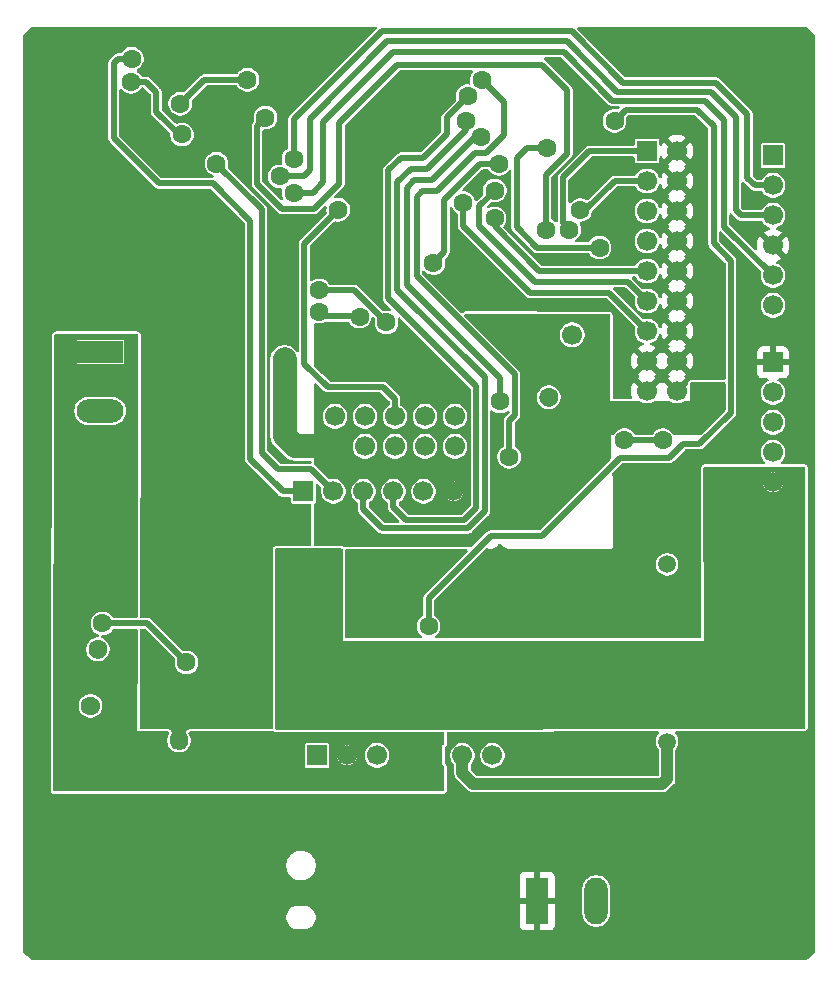
<source format=gbr>
%TF.GenerationSoftware,KiCad,Pcbnew,9.0.2*%
%TF.CreationDate,2025-10-26T15:03:13+01:00*%
%TF.ProjectId,onyks_iot_control_cabinet_pcb,6f6e796b-735f-4696-9f74-5f636f6e7472,rev?*%
%TF.SameCoordinates,Original*%
%TF.FileFunction,Copper,L2,Bot*%
%TF.FilePolarity,Positive*%
%FSLAX46Y46*%
G04 Gerber Fmt 4.6, Leading zero omitted, Abs format (unit mm)*
G04 Created by KiCad (PCBNEW 9.0.2) date 2025-10-26 15:03:13*
%MOMM*%
%LPD*%
G01*
G04 APERTURE LIST*
%TA.AperFunction,ComponentPad*%
%ADD10R,1.980000X3.960000*%
%TD*%
%TA.AperFunction,ComponentPad*%
%ADD11O,1.980000X3.960000*%
%TD*%
%TA.AperFunction,ComponentPad*%
%ADD12R,1.700000X1.700000*%
%TD*%
%TA.AperFunction,ComponentPad*%
%ADD13C,1.700000*%
%TD*%
%TA.AperFunction,ComponentPad*%
%ADD14C,1.500000*%
%TD*%
%TA.AperFunction,ComponentPad*%
%ADD15C,3.600000*%
%TD*%
%TA.AperFunction,ConnectorPad*%
%ADD16C,5.600000*%
%TD*%
%TA.AperFunction,ComponentPad*%
%ADD17R,3.960000X1.980000*%
%TD*%
%TA.AperFunction,ComponentPad*%
%ADD18O,3.960000X1.980000*%
%TD*%
%TA.AperFunction,HeatsinkPad*%
%ADD19C,0.600000*%
%TD*%
%TA.AperFunction,ViaPad*%
%ADD20C,1.600000*%
%TD*%
%TA.AperFunction,Conductor*%
%ADD21C,2.000000*%
%TD*%
%TA.AperFunction,Conductor*%
%ADD22C,0.508000*%
%TD*%
%TA.AperFunction,Conductor*%
%ADD23C,1.000000*%
%TD*%
G04 APERTURE END LIST*
D10*
%TO.P,J3,1,Pin_1*%
%TO.N,GND*%
X200000000Y-118500000D03*
D11*
%TO.P,J3,2,Pin_2*%
%TO.N,Net-(J3-Pin_2)*%
X205000000Y-118500000D03*
%TD*%
D12*
%TO.P,J10,1,Pin_1*%
%TO.N,GND*%
X219964000Y-72898000D03*
D13*
%TO.P,J10,2,Pin_2*%
%TO.N,unconnected-(J10-Pin_2-Pad2)*%
X219964000Y-75438000D03*
%TO.P,J10,3,Pin_3*%
%TO.N,/MCU/GPIO_21*%
X219964000Y-77978000D03*
%TO.P,J10,4,Pin_4*%
%TO.N,/MCU/GPIO_22*%
X219964000Y-80518000D03*
%TO.P,J10,5,Pin_5*%
%TO.N,+5V*%
X219964000Y-83058000D03*
%TD*%
D12*
%TO.P,J9,1,Pin_1*%
%TO.N,/MCU/GPIO_2*%
X209296000Y-54991000D03*
D13*
%TO.P,J9,2,Pin_2*%
%TO.N,GND*%
X211836000Y-54991000D03*
%TO.P,J9,3,Pin_3*%
%TO.N,/MCU/GPIO_4*%
X209296000Y-57531000D03*
%TO.P,J9,4,Pin_4*%
%TO.N,GND*%
X211836000Y-57531000D03*
%TO.P,J9,5,Pin_5*%
%TO.N,/MCU/GPIO_5*%
X209296000Y-60071000D03*
%TO.P,J9,6,Pin_6*%
%TO.N,GND*%
X211836000Y-60071000D03*
%TO.P,J9,7,Pin_7*%
%TO.N,/MCU/GPIO_16*%
X209296000Y-62611000D03*
%TO.P,J9,8,Pin_8*%
%TO.N,GND*%
X211836000Y-62611000D03*
%TO.P,J9,9,Pin_9*%
%TO.N,/MCU/GPIO_33*%
X209296000Y-65151000D03*
%TO.P,J9,10,Pin_10*%
%TO.N,GND*%
X211836000Y-65151000D03*
%TO.P,J9,11,Pin_11*%
%TO.N,/MCU/GPIO_34*%
X209296000Y-67691000D03*
%TO.P,J9,12,Pin_12*%
%TO.N,GND*%
X211836000Y-67691000D03*
%TO.P,J9,13,Pin_13*%
%TO.N,/MCU/GPIO_35*%
X209296000Y-70231000D03*
%TO.P,J9,14,Pin_14*%
%TO.N,GND*%
X211836000Y-70231000D03*
%TO.P,J9,15,Pin_15*%
X209296000Y-72771000D03*
%TO.P,J9,16,Pin_16*%
X211836000Y-72771000D03*
%TO.P,J9,17,Pin_17*%
X209296000Y-75311000D03*
%TO.P,J9,18,Pin_18*%
X211836000Y-75311000D03*
%TD*%
D12*
%TO.P,J1,1,Pin_1*%
%TO.N,+3.3V*%
X182880000Y-80010000D03*
D13*
%TO.P,J1,2,Pin_2*%
%TO.N,/MCU/MTDI*%
X182880000Y-77470000D03*
%TO.P,J1,3,Pin_3*%
%TO.N,GND*%
X185420000Y-80010000D03*
%TO.P,J1,4,Pin_4*%
%TO.N,/MCU/MTCK*%
X185420000Y-77470000D03*
%TO.P,J1,5,Pin_5*%
%TO.N,GND*%
X187960000Y-80010000D03*
%TO.P,J1,6,Pin_6*%
%TO.N,/MCU/MTMS*%
X187960000Y-77470000D03*
%TO.P,J1,7,Pin_7*%
%TO.N,GND*%
X190500000Y-80010000D03*
%TO.P,J1,8,Pin_8*%
%TO.N,/MCU/MTDO*%
X190500000Y-77470000D03*
%TO.P,J1,9,Pin_9*%
%TO.N,GND*%
X193040000Y-80010000D03*
%TO.P,J1,10,Pin_10*%
%TO.N,unconnected-(J1-Pin_10-Pad10)*%
X193040000Y-77470000D03*
%TD*%
D12*
%TO.P,J8,1,Pin_1*%
%TO.N,+24V*%
X191135000Y-106172000D03*
D13*
%TO.P,J8,2,Pin_2*%
%TO.N,Net-(J8-Pin_2)*%
X193675000Y-106172000D03*
%TO.P,J8,3,Pin_3*%
%TO.N,Net-(J8-Pin_3)*%
X196215000Y-106172000D03*
%TD*%
D12*
%TO.P,J5,1,Pin_1*%
%TO.N,Net-(J5-Pin_1)*%
X181356000Y-106172000D03*
D13*
%TO.P,J5,2,Pin_2*%
%TO.N,+24V*%
X183896000Y-106172000D03*
%TO.P,J5,3,Pin_3*%
%TO.N,Net-(J3-Pin_2)*%
X186436000Y-106172000D03*
%TD*%
D14*
%TO.P,LS1,1,+*%
%TO.N,Net-(J8-Pin_2)*%
X211010000Y-105000000D03*
%TO.P,LS1,2,-*%
%TO.N,Net-(LS1--)*%
X211010000Y-90000000D03*
%TD*%
D15*
%TO.P,H1,1,1*%
%TO.N,GND*%
X160000000Y-48000000D03*
D16*
X160000000Y-48000000D03*
%TD*%
D15*
%TO.P,H4,1,1*%
%TO.N,GND*%
X220000000Y-120000000D03*
D16*
X220000000Y-120000000D03*
%TD*%
D17*
%TO.P,J6,1,Pin_1*%
%TO.N,+24V*%
X163000000Y-72000000D03*
D18*
%TO.P,J6,2,Pin_2*%
%TO.N,Net-(D3-A)*%
X163000000Y-77000000D03*
%TD*%
D15*
%TO.P,H3,1,1*%
%TO.N,GND*%
X160000000Y-120000000D03*
D16*
X160000000Y-120000000D03*
%TD*%
D12*
%TO.P,J11,1,Pin_1*%
%TO.N,/MCU/GPIO_23*%
X219964000Y-55372000D03*
D13*
%TO.P,J11,2,Pin_2*%
%TO.N,/MCU/GPIO_25*%
X219964000Y-57912000D03*
%TO.P,J11,3,Pin_3*%
%TO.N,/MCU/GPIO_26*%
X219964000Y-60452000D03*
%TO.P,J11,4,Pin_4*%
%TO.N,GND*%
X219964000Y-62992000D03*
%TO.P,J11,5,Pin_5*%
%TO.N,/MCU/GPIO_27*%
X219964000Y-65532000D03*
%TO.P,J11,6,Pin_6*%
%TO.N,+3.3V*%
X219964000Y-68072000D03*
%TD*%
D12*
%TO.P,J7,1,Pin_1*%
%TO.N,+3.3V*%
X200431400Y-70561200D03*
D13*
%TO.P,J7,2,Pin_2*%
%TO.N,/MCU/GPIO_18*%
X202971400Y-70561200D03*
%TD*%
D12*
%TO.P,J2,1,Pin_1*%
%TO.N,/MCU/RTS*%
X180213000Y-83820000D03*
D13*
%TO.P,J2,2,Pin_2*%
%TO.N,/MCU/DTR*%
X182753000Y-83820000D03*
%TO.P,J2,3,Pin_3*%
%TO.N,/MCU/RXD*%
X185293000Y-83820000D03*
%TO.P,J2,4,Pin_4*%
%TO.N,/MCU/TXD*%
X187833000Y-83820000D03*
%TO.P,J2,5,Pin_5*%
%TO.N,GND*%
X190373000Y-83820000D03*
%TO.P,J2,6,Pin_6*%
%TO.N,+3.3V*%
X192913000Y-83820000D03*
%TD*%
D15*
%TO.P,H2,1,1*%
%TO.N,GND*%
X220000000Y-48000000D03*
D16*
X220000000Y-48000000D03*
%TD*%
D19*
%TO.P,U1,39,GND*%
%TO.N,GND*%
X187100000Y-51770000D03*
X187100000Y-53170000D03*
X187800000Y-51070000D03*
X187800000Y-52470000D03*
X187800000Y-53870000D03*
X188475000Y-51770000D03*
X188475000Y-53170000D03*
X189200000Y-51070000D03*
X189200000Y-52470000D03*
X189200000Y-53870000D03*
X189900000Y-51770000D03*
X189900000Y-53170000D03*
%TD*%
D20*
%TO.N,+3.3V*%
X178612800Y-72644000D03*
X214604600Y-75869800D03*
%TO.N,GND*%
X174218600Y-72898000D03*
X185216800Y-59893200D03*
X204724000Y-57454800D03*
X167513000Y-113919000D03*
X200990200Y-75844400D03*
X170053000Y-47879000D03*
X169672000Y-104902000D03*
X164973000Y-113919000D03*
X188087000Y-89916000D03*
X189458600Y-92481400D03*
X196850000Y-89204800D03*
X162433000Y-113919000D03*
X178587400Y-64109600D03*
X162179000Y-101981000D03*
X162814000Y-97180400D03*
X212877400Y-81559400D03*
X170230800Y-56337200D03*
%TO.N,/MCU/MCU_BOOT*%
X200736200Y-61645800D03*
X176987200Y-52171600D03*
%TO.N,/MCU/GPIO_19*%
X190802500Y-95224600D03*
X206552800Y-52451000D03*
%TO.N,+5V*%
X179171600Y-89611200D03*
X179197000Y-94335600D03*
X179197000Y-92049600D03*
X181965600Y-89611200D03*
%TO.N,/MCU/GPIO_32*%
X187233800Y-69507961D03*
X181543200Y-66802000D03*
%TO.N,Net-(IC1-COMP)*%
X170307000Y-98298000D03*
X163195000Y-94996000D03*
%TO.N,/MCU/GPIO_34*%
X196418200Y-58343800D03*
%TO.N,/MCU/GPIO_35*%
X193751200Y-59410600D03*
%TO.N,/MCU/GPIO_17*%
X181543200Y-68602003D03*
X196773800Y-56083200D03*
X184972199Y-69019784D03*
X191211200Y-64490600D03*
%TO.N,/MCU/GPIO_33*%
X196392800Y-60706000D03*
%TO.N,/MCU/GPIO_21*%
X195224400Y-53848000D03*
X210642200Y-79476600D03*
X207391000Y-79476600D03*
X196850000Y-76200000D03*
%TO.N,/MCU/GPIO_22*%
X197637400Y-80899000D03*
X195326000Y-48971200D03*
%TO.N,/MCU/GPIO_25*%
X179374800Y-55676800D03*
%TO.N,/MCU/GPIO_26*%
X178206400Y-57150000D03*
%TO.N,/MCU/GPIO_27*%
X179374800Y-58521600D03*
%TO.N,/MCU/MTMS*%
X183159400Y-59969400D03*
%TO.N,/MCU/RTS*%
X165684200Y-47193200D03*
%TO.N,/MCU/RXD*%
X194005200Y-52451000D03*
%TO.N,/MCU/TXD*%
X194106800Y-50368200D03*
%TO.N,/MCU/DTR*%
X172847000Y-56083200D03*
%TO.N,Net-(Q1-B)*%
X165608000Y-49149000D03*
X169926000Y-53594000D03*
%TO.N,Net-(Q2-B)*%
X169773600Y-51003200D03*
X175463200Y-48971200D03*
%TO.N,/MCU/GPIO_18*%
X205282800Y-63169800D03*
X200812400Y-54711600D03*
%TO.N,/MCU/GPIO_4*%
X203631800Y-59994800D03*
%TO.N,/MCU/GPIO_2*%
X202717400Y-61645800D03*
%TD*%
D21*
%TO.N,+3.3V*%
X178612800Y-79095600D02*
X179527200Y-80010000D01*
X178612800Y-72644000D02*
X178612800Y-79095600D01*
X179527200Y-80010000D02*
X182880000Y-80010000D01*
D22*
%TO.N,/MCU/MCU_BOOT*%
X176276000Y-57759600D02*
X176276000Y-52882800D01*
X202539600Y-55219600D02*
X202539600Y-49809400D01*
X202539600Y-49809400D02*
X200431400Y-47701200D01*
X200736200Y-57023000D02*
X202539600Y-55219600D01*
X188137800Y-47701200D02*
X183235600Y-52603400D01*
X176276000Y-52882800D02*
X176987200Y-52171600D01*
X181076600Y-59918600D02*
X178435000Y-59918600D01*
X200431400Y-47701200D02*
X188137800Y-47701200D01*
X200736200Y-61645800D02*
X200736200Y-57023000D01*
X183235600Y-52603400D02*
X183235600Y-57759600D01*
X178435000Y-59918600D02*
X176276000Y-57759600D01*
X183235600Y-57759600D02*
X181076600Y-59918600D01*
%TO.N,/MCU/GPIO_19*%
X200380600Y-87579200D02*
X196062600Y-87579200D01*
X216408000Y-64287400D02*
X216408000Y-77139800D01*
X213741000Y-79806800D02*
X212344000Y-79806800D01*
X207492600Y-51511200D02*
X213563200Y-51511200D01*
X211175600Y-80975200D02*
X206984600Y-80975200D01*
X213563200Y-51511200D02*
X214934800Y-52882800D01*
X212344000Y-79806800D02*
X211175600Y-80975200D01*
X206984600Y-80975200D02*
X200380600Y-87579200D01*
X206552800Y-52451000D02*
X207492600Y-51511200D01*
X214934800Y-62814200D02*
X216408000Y-64287400D01*
X190802500Y-95400100D02*
X190804800Y-95402400D01*
X190802500Y-92839300D02*
X190802500Y-95400100D01*
X196062600Y-87579200D02*
X190802500Y-92839300D01*
X216408000Y-77139800D02*
X213741000Y-79806800D01*
X214934800Y-52882800D02*
X214934800Y-62814200D01*
%TO.N,/MCU/GPIO_32*%
X184527839Y-66802000D02*
X187233800Y-69507961D01*
X181543200Y-66802000D02*
X184527839Y-66802000D01*
%TO.N,Net-(IC1-COMP)*%
X163195000Y-94996000D02*
X167005000Y-94996000D01*
X167005000Y-94996000D02*
X170307000Y-98298000D01*
%TO.N,/MCU/GPIO_34*%
X199821800Y-66090800D02*
X207695800Y-66090800D01*
X196418200Y-58343800D02*
X195072000Y-59690000D01*
X195072000Y-61341000D02*
X199821800Y-66090800D01*
X207695800Y-66090800D02*
X209296000Y-67691000D01*
X195072000Y-59690000D02*
X195072000Y-61341000D01*
%TO.N,/MCU/GPIO_35*%
X206044800Y-66979800D02*
X209296000Y-70231000D01*
X193751200Y-61341000D02*
X199390000Y-66979800D01*
X193751200Y-59410600D02*
X193751200Y-61341000D01*
X199390000Y-66979800D02*
X206044800Y-66979800D01*
%TO.N,/MCU/GPIO_17*%
X192127800Y-59129000D02*
X195173600Y-56083200D01*
X184972199Y-69019784D02*
X184938815Y-68986400D01*
X191211200Y-64490600D02*
X192127800Y-63574000D01*
X184938815Y-68986400D02*
X181927597Y-68986400D01*
X195173600Y-56083200D02*
X196773800Y-56083200D01*
X181927597Y-68986400D02*
X181543200Y-68602003D01*
X192127800Y-63574000D02*
X192127800Y-59129000D01*
%TO.N,/MCU/GPIO_33*%
X196392800Y-60706000D02*
X196392800Y-61366400D01*
X200177400Y-65151000D02*
X209296000Y-65151000D01*
X196392800Y-61366400D02*
X200177400Y-65151000D01*
%TO.N,/MCU/GPIO_21*%
X188950600Y-66305880D02*
X196850000Y-74205280D01*
X189585600Y-57480200D02*
X188950600Y-58115200D01*
X207391000Y-79476600D02*
X210642200Y-79476600D01*
X194741800Y-53848000D02*
X195224400Y-53848000D01*
X196850000Y-74205280D02*
X196850000Y-76200000D01*
X191109600Y-57480200D02*
X194741800Y-53848000D01*
X191109600Y-57480200D02*
X189585600Y-57480200D01*
X188950600Y-58115200D02*
X188950600Y-66305880D01*
%TO.N,/MCU/GPIO_22*%
X194767200Y-55194200D02*
X195653039Y-55194200D01*
X191541400Y-58420000D02*
X194767200Y-55194200D01*
X195653039Y-55194200D02*
X197231000Y-53616239D01*
X189788800Y-65582800D02*
X189788800Y-58851800D01*
X189788800Y-58851800D02*
X190220600Y-58420000D01*
X198120000Y-73914000D02*
X189788800Y-65582800D01*
X197231000Y-53616239D02*
X197231000Y-50876200D01*
X190220600Y-58420000D02*
X191541400Y-58420000D01*
X197637400Y-77825600D02*
X198120000Y-77343000D01*
X197231000Y-50876200D02*
X195326000Y-48971200D01*
X198120000Y-77343000D02*
X198120000Y-73914000D01*
X197637400Y-80899000D02*
X197637400Y-77825600D01*
%TO.N,/MCU/GPIO_25*%
X219964000Y-57912000D02*
X218440000Y-57912000D01*
X186842400Y-44856400D02*
X179374800Y-52324000D01*
X217805000Y-51892200D02*
X215112600Y-49199800D01*
X179374800Y-52324000D02*
X179374800Y-55676800D01*
X202946000Y-44856400D02*
X186842400Y-44856400D01*
X207289400Y-49199800D02*
X202946000Y-44856400D01*
X215112600Y-49199800D02*
X207289400Y-49199800D01*
X218440000Y-57912000D02*
X217805000Y-57277000D01*
X217805000Y-57277000D02*
X217805000Y-51892200D01*
%TO.N,/MCU/GPIO_26*%
X180746400Y-56642000D02*
X180238400Y-57150000D01*
X216839800Y-60020200D02*
X216839800Y-52120800D01*
X217271600Y-60452000D02*
X216839800Y-60020200D01*
X180746400Y-52247800D02*
X180746400Y-56642000D01*
X214680800Y-49961800D02*
X206781400Y-49961800D01*
X180238400Y-57150000D02*
X178206400Y-57150000D01*
X219964000Y-60452000D02*
X217271600Y-60452000D01*
X202539600Y-45720000D02*
X187274200Y-45720000D01*
X187274200Y-45720000D02*
X180746400Y-52247800D01*
X206781400Y-49961800D02*
X202539600Y-45720000D01*
X216839800Y-52120800D02*
X214680800Y-49961800D01*
%TO.N,/MCU/GPIO_27*%
X181864000Y-52552602D02*
X181864000Y-57658000D01*
X181864000Y-57658000D02*
X181000400Y-58521600D01*
X202260200Y-46609000D02*
X187807602Y-46609000D01*
X187807602Y-46609000D02*
X181864000Y-52552602D01*
X206375000Y-50723800D02*
X202260200Y-46609000D01*
X214198200Y-50723800D02*
X206375000Y-50723800D01*
X219964000Y-65532000D02*
X215823800Y-61391800D01*
X181000400Y-58521600D02*
X179374800Y-58521600D01*
X215823800Y-52349400D02*
X214198200Y-50723800D01*
X215823800Y-61391800D02*
X215823800Y-52349400D01*
%TO.N,/MCU/MTMS*%
X183159400Y-59969400D02*
X180289200Y-62839600D01*
X180289200Y-72999600D02*
X182270400Y-74980800D01*
X180289200Y-62839600D02*
X180289200Y-72999600D01*
X187960000Y-75971400D02*
X187960000Y-77470000D01*
X182270400Y-74980800D02*
X186969400Y-74980800D01*
X186969400Y-74980800D02*
X187960000Y-75971400D01*
%TO.N,/MCU/RTS*%
X164160200Y-47523400D02*
X164490400Y-47193200D01*
X175717200Y-60909200D02*
X172542200Y-57734200D01*
X172542200Y-57734200D02*
X167970200Y-57734200D01*
X180213000Y-83820000D02*
X178460400Y-83820000D01*
X178460400Y-83820000D02*
X175717200Y-81076800D01*
X164490400Y-47193200D02*
X165684200Y-47193200D01*
X175717200Y-81076800D02*
X175717200Y-60909200D01*
X167970200Y-57734200D02*
X164160200Y-53924200D01*
X164160200Y-53924200D02*
X164160200Y-47523400D01*
%TO.N,/MCU/RXD*%
X188163200Y-57632600D02*
X188163200Y-66739120D01*
X189280800Y-56515000D02*
X188163200Y-57632600D01*
X188163200Y-66739120D02*
X195552400Y-74128320D01*
X194109000Y-86942000D02*
X186891000Y-86942000D01*
X195552400Y-85498600D02*
X194109000Y-86942000D01*
X190677800Y-56515000D02*
X189280800Y-56515000D01*
X194005200Y-52451000D02*
X194005200Y-53187600D01*
X185293000Y-85344000D02*
X185293000Y-83820000D01*
X186891000Y-86942000D02*
X185293000Y-85344000D01*
X195552400Y-74128320D02*
X195552400Y-85498600D01*
X194005200Y-53187600D02*
X190677800Y-56515000D01*
%TO.N,/MCU/TXD*%
X188899800Y-86233000D02*
X187833000Y-85166200D01*
X187401200Y-56642000D02*
X187401200Y-67462400D01*
X194843400Y-85191600D02*
X193802000Y-86233000D01*
X194106800Y-50368200D02*
X192354200Y-52120800D01*
X187401200Y-67462400D02*
X194843400Y-74904600D01*
X194843400Y-74904600D02*
X194843400Y-85191600D01*
X192354200Y-52120800D02*
X192354200Y-53543200D01*
X188468000Y-55575200D02*
X187401200Y-56642000D01*
X187833000Y-85166200D02*
X187833000Y-83820000D01*
X193802000Y-86233000D02*
X188899800Y-86233000D01*
X190322200Y-55575200D02*
X188468000Y-55575200D01*
X192354200Y-53543200D02*
X190322200Y-55575200D01*
%TO.N,/MCU/DTR*%
X176707800Y-80568800D02*
X176707800Y-59944000D01*
X178079400Y-81940400D02*
X176707800Y-80568800D01*
X176707800Y-59944000D02*
X172847000Y-56083200D01*
X182753000Y-83820000D02*
X180873400Y-81940400D01*
X180873400Y-81940400D02*
X178079400Y-81940400D01*
%TO.N,Net-(Q1-B)*%
X166903400Y-49149000D02*
X165608000Y-49149000D01*
X167741600Y-49987200D02*
X166903400Y-49149000D01*
X169672000Y-53594000D02*
X167741600Y-51663600D01*
X169926000Y-53594000D02*
X169672000Y-53594000D01*
X167741600Y-51663600D02*
X167741600Y-49987200D01*
%TO.N,Net-(Q2-B)*%
X169773600Y-51003200D02*
X171805600Y-48971200D01*
X171805600Y-48971200D02*
X175463200Y-48971200D01*
%TO.N,/MCU/GPIO_18*%
X199974200Y-63169800D02*
X205282800Y-63169800D01*
X198272400Y-61468000D02*
X199974200Y-63169800D01*
X199110600Y-54711600D02*
X198272400Y-55549800D01*
X198272400Y-55549800D02*
X198272400Y-61468000D01*
X200812400Y-54711600D02*
X199110600Y-54711600D01*
D23*
%TO.N,Net-(J8-Pin_2)*%
X194564000Y-108585000D02*
X210566000Y-108585000D01*
X210566000Y-108585000D02*
X211010000Y-108141000D01*
X193675000Y-107696000D02*
X194564000Y-108585000D01*
X211010000Y-108141000D02*
X211010000Y-105000000D01*
X193675000Y-106172000D02*
X193675000Y-107696000D01*
D22*
%TO.N,/MCU/GPIO_4*%
X203631800Y-59994800D02*
X204089000Y-59994800D01*
X206552800Y-57531000D02*
X209296000Y-57531000D01*
X204089000Y-59994800D02*
X206552800Y-57531000D01*
%TO.N,/MCU/GPIO_2*%
X202184000Y-57226200D02*
X204419200Y-54991000D01*
X204419200Y-54991000D02*
X209296000Y-54991000D01*
X202717400Y-61645800D02*
X202184000Y-61112400D01*
X202184000Y-61112400D02*
X202184000Y-57226200D01*
%TD*%
%TA.AperFunction,Conductor*%
%TO.N,GND*%
G36*
X186359250Y-44484151D02*
G01*
X186405005Y-44536955D01*
X186414949Y-44606113D01*
X186385924Y-44669669D01*
X186379892Y-44676147D01*
X179011111Y-52044927D01*
X179011107Y-52044933D01*
X178951272Y-52148570D01*
X178951271Y-52148570D01*
X178948434Y-52159163D01*
X178948434Y-52159165D01*
X178921056Y-52261341D01*
X178920299Y-52264165D01*
X178920299Y-52393825D01*
X178920300Y-52393838D01*
X178920300Y-54710916D01*
X178900615Y-54777955D01*
X178865191Y-54814018D01*
X178737018Y-54899660D01*
X178737014Y-54899663D01*
X178597663Y-55039014D01*
X178597660Y-55039018D01*
X178488171Y-55202879D01*
X178488164Y-55202892D01*
X178412750Y-55384960D01*
X178412747Y-55384970D01*
X178374300Y-55578256D01*
X178374300Y-55578259D01*
X178374300Y-55775341D01*
X178374300Y-55775343D01*
X178374299Y-55775343D01*
X178412747Y-55968629D01*
X178412750Y-55968640D01*
X178416647Y-55978046D01*
X178424117Y-56047515D01*
X178392843Y-56109995D01*
X178332755Y-56145648D01*
X178302087Y-56149500D01*
X178107857Y-56149500D01*
X177914570Y-56187947D01*
X177914560Y-56187950D01*
X177732492Y-56263364D01*
X177732479Y-56263371D01*
X177568618Y-56372860D01*
X177568614Y-56372863D01*
X177429263Y-56512214D01*
X177429260Y-56512218D01*
X177319771Y-56676079D01*
X177319764Y-56676092D01*
X177244350Y-56858160D01*
X177244347Y-56858170D01*
X177205900Y-57051456D01*
X177205900Y-57051459D01*
X177205900Y-57248541D01*
X177205900Y-57248543D01*
X177205899Y-57248543D01*
X177244347Y-57441829D01*
X177244350Y-57441839D01*
X177319764Y-57623907D01*
X177319771Y-57623920D01*
X177429260Y-57787781D01*
X177429263Y-57787785D01*
X177568614Y-57927136D01*
X177568618Y-57927139D01*
X177732479Y-58036628D01*
X177732492Y-58036635D01*
X177880379Y-58097891D01*
X177914565Y-58112051D01*
X177914569Y-58112051D01*
X177914570Y-58112052D01*
X178107856Y-58150500D01*
X178277421Y-58150500D01*
X178344460Y-58170185D01*
X178390215Y-58222989D01*
X178400159Y-58292147D01*
X178399038Y-58298692D01*
X178374300Y-58423056D01*
X178374300Y-58423059D01*
X178374300Y-58620141D01*
X178374300Y-58620143D01*
X178374299Y-58620143D01*
X178412747Y-58813429D01*
X178412750Y-58813439D01*
X178485422Y-58988887D01*
X178492891Y-59058356D01*
X178461615Y-59120835D01*
X178401526Y-59156487D01*
X178331701Y-59153993D01*
X178283180Y-59124020D01*
X176766819Y-57607659D01*
X176733334Y-57546336D01*
X176730500Y-57519978D01*
X176730500Y-53291734D01*
X176750185Y-53224695D01*
X176802989Y-53178940D01*
X176872147Y-53168996D01*
X176878677Y-53170114D01*
X176888659Y-53172100D01*
X177085743Y-53172100D01*
X177243904Y-53140639D01*
X177279035Y-53133651D01*
X177461114Y-53058232D01*
X177624982Y-52948739D01*
X177764339Y-52809382D01*
X177873832Y-52645514D01*
X177949251Y-52463435D01*
X177971326Y-52352456D01*
X177987700Y-52270143D01*
X177987700Y-52073056D01*
X177949252Y-51879770D01*
X177949251Y-51879769D01*
X177949251Y-51879765D01*
X177933495Y-51841727D01*
X177873835Y-51697692D01*
X177873828Y-51697679D01*
X177764339Y-51533818D01*
X177764336Y-51533814D01*
X177624985Y-51394463D01*
X177624981Y-51394460D01*
X177461120Y-51284971D01*
X177461107Y-51284964D01*
X177279039Y-51209550D01*
X177279029Y-51209547D01*
X177085743Y-51171100D01*
X177085741Y-51171100D01*
X176888659Y-51171100D01*
X176888657Y-51171100D01*
X176695370Y-51209547D01*
X176695360Y-51209550D01*
X176513292Y-51284964D01*
X176513279Y-51284971D01*
X176349418Y-51394460D01*
X176349414Y-51394463D01*
X176210063Y-51533814D01*
X176210060Y-51533818D01*
X176100571Y-51697679D01*
X176100564Y-51697692D01*
X176025150Y-51879760D01*
X176025147Y-51879770D01*
X175986700Y-52073056D01*
X175986700Y-52073059D01*
X175986700Y-52270141D01*
X175986700Y-52270143D01*
X175986699Y-52270143D01*
X176016773Y-52421328D01*
X176010546Y-52490920D01*
X175982838Y-52533201D01*
X175912306Y-52603733D01*
X175852474Y-52707365D01*
X175852472Y-52707370D01*
X175846389Y-52730068D01*
X175846390Y-52730069D01*
X175821499Y-52822964D01*
X175821499Y-52952625D01*
X175821500Y-52952638D01*
X175821500Y-57692151D01*
X175821499Y-57692169D01*
X175821499Y-57699764D01*
X175821499Y-57819436D01*
X175841664Y-57894691D01*
X175841663Y-57894691D01*
X175852471Y-57935026D01*
X175852472Y-57935030D01*
X175852473Y-57935031D01*
X175912309Y-58038670D01*
X175912311Y-58038672D01*
X176003995Y-58130356D01*
X176004001Y-58130361D01*
X178066968Y-60193328D01*
X178066978Y-60193339D01*
X178071308Y-60197669D01*
X178071309Y-60197670D01*
X178155930Y-60282291D01*
X178259569Y-60342127D01*
X178269179Y-60344702D01*
X178283482Y-60348535D01*
X178283483Y-60348535D01*
X178302857Y-60353726D01*
X178375164Y-60373101D01*
X178375166Y-60373101D01*
X178502432Y-60373101D01*
X178502448Y-60373100D01*
X181009152Y-60373100D01*
X181009168Y-60373101D01*
X181016764Y-60373101D01*
X181136434Y-60373101D01*
X181136436Y-60373101D01*
X181212122Y-60352820D01*
X181228117Y-60348535D01*
X181234942Y-60346706D01*
X181252031Y-60342127D01*
X181355670Y-60282291D01*
X181440291Y-60197670D01*
X181440291Y-60197668D01*
X181450495Y-60187465D01*
X181450499Y-60187460D01*
X181967141Y-59670817D01*
X182028462Y-59637334D01*
X182098154Y-59642318D01*
X182154087Y-59684190D01*
X182178504Y-59749654D01*
X182176437Y-59782691D01*
X182158900Y-59870854D01*
X182158900Y-59870859D01*
X182158900Y-60067941D01*
X182158900Y-60067943D01*
X182158899Y-60067943D01*
X182188973Y-60219128D01*
X182182746Y-60288720D01*
X182155037Y-60331001D01*
X180010132Y-62475907D01*
X179925511Y-62560527D01*
X179925507Y-62560533D01*
X179865672Y-62664168D01*
X179865673Y-62664168D01*
X179865673Y-62664169D01*
X179865673Y-62664170D01*
X179851973Y-62715300D01*
X179834699Y-62779765D01*
X179834699Y-62909425D01*
X179834700Y-62909438D01*
X179834700Y-71901755D01*
X179815015Y-71968794D01*
X179762211Y-72014549D01*
X179693053Y-72024493D01*
X179629497Y-71995468D01*
X179610382Y-71974641D01*
X179557427Y-71901755D01*
X179528490Y-71861927D01*
X179394873Y-71728310D01*
X179241999Y-71617240D01*
X179217280Y-71604645D01*
X179073636Y-71531454D01*
X178893918Y-71473059D01*
X178707286Y-71443500D01*
X178707281Y-71443500D01*
X178518319Y-71443500D01*
X178518314Y-71443500D01*
X178331681Y-71473059D01*
X178151963Y-71531454D01*
X177983600Y-71617240D01*
X177930628Y-71655727D01*
X177830727Y-71728310D01*
X177830725Y-71728312D01*
X177830724Y-71728312D01*
X177697112Y-71861924D01*
X177697112Y-71861925D01*
X177697110Y-71861927D01*
X177668173Y-71901755D01*
X177586040Y-72014800D01*
X177500254Y-72183163D01*
X177441859Y-72362881D01*
X177412300Y-72549513D01*
X177412300Y-79190086D01*
X177441859Y-79376718D01*
X177500254Y-79556436D01*
X177574929Y-79702993D01*
X177586040Y-79724799D01*
X177697110Y-79877674D01*
X178611510Y-80792073D01*
X178745127Y-80925690D01*
X178898001Y-81036760D01*
X178977547Y-81077290D01*
X179066363Y-81122545D01*
X179066365Y-81122545D01*
X179066368Y-81122547D01*
X179162697Y-81153846D01*
X179246081Y-81180940D01*
X179432714Y-81210500D01*
X179432719Y-81210500D01*
X180770226Y-81210500D01*
X180778965Y-81213066D01*
X180787981Y-81211778D01*
X180811963Y-81222755D01*
X180837265Y-81230185D01*
X180843227Y-81237066D01*
X180851511Y-81240858D01*
X180865753Y-81263062D01*
X180883020Y-81282989D01*
X180885314Y-81293558D01*
X180889234Y-81299669D01*
X180894226Y-81334609D01*
X180894202Y-81362009D01*
X180874459Y-81429031D01*
X180821615Y-81474739D01*
X180770202Y-81485900D01*
X178319022Y-81485900D01*
X178251983Y-81466215D01*
X178231341Y-81449581D01*
X177198619Y-80416859D01*
X177165134Y-80355536D01*
X177162300Y-80329178D01*
X177162300Y-60013838D01*
X177162301Y-60013825D01*
X177162301Y-59884165D01*
X177158734Y-59870854D01*
X177137824Y-59792816D01*
X177133413Y-59776354D01*
X177131326Y-59768567D01*
X177110638Y-59732735D01*
X177071491Y-59664930D01*
X176986870Y-59580309D01*
X176986869Y-59580308D01*
X176982539Y-59575978D01*
X176982528Y-59575968D01*
X173851362Y-56444802D01*
X173817877Y-56383479D01*
X173817426Y-56332929D01*
X173818280Y-56328640D01*
X173844718Y-56195729D01*
X173847500Y-56181743D01*
X173847500Y-55984656D01*
X173809052Y-55791370D01*
X173809051Y-55791369D01*
X173809051Y-55791365D01*
X173770606Y-55698550D01*
X173733635Y-55609292D01*
X173733628Y-55609279D01*
X173624139Y-55445418D01*
X173624136Y-55445414D01*
X173484785Y-55306063D01*
X173484781Y-55306060D01*
X173320920Y-55196571D01*
X173320907Y-55196564D01*
X173138839Y-55121150D01*
X173138829Y-55121147D01*
X172945543Y-55082700D01*
X172945541Y-55082700D01*
X172748459Y-55082700D01*
X172748457Y-55082700D01*
X172555170Y-55121147D01*
X172555160Y-55121150D01*
X172373092Y-55196564D01*
X172373079Y-55196571D01*
X172209218Y-55306060D01*
X172209214Y-55306063D01*
X172069863Y-55445414D01*
X172069860Y-55445418D01*
X171960371Y-55609279D01*
X171960364Y-55609292D01*
X171884950Y-55791360D01*
X171884947Y-55791370D01*
X171846500Y-55984656D01*
X171846500Y-55984659D01*
X171846500Y-56181741D01*
X171846500Y-56181743D01*
X171846499Y-56181743D01*
X171884947Y-56375029D01*
X171884950Y-56375039D01*
X171960364Y-56557107D01*
X171960371Y-56557120D01*
X172069860Y-56720981D01*
X172069863Y-56720985D01*
X172209214Y-56860336D01*
X172209218Y-56860339D01*
X172373079Y-56969828D01*
X172373092Y-56969835D01*
X172545235Y-57041138D01*
X172554007Y-57048207D01*
X172564818Y-57051381D01*
X172580723Y-57069735D01*
X172599639Y-57084978D01*
X172603197Y-57095669D01*
X172610575Y-57104183D01*
X172614032Y-57128225D01*
X172621704Y-57151273D01*
X172618917Y-57162188D01*
X172620522Y-57173341D01*
X172610431Y-57195437D01*
X172604425Y-57218972D01*
X172596178Y-57226649D01*
X172591499Y-57236898D01*
X172571065Y-57250030D01*
X172553288Y-57266583D01*
X172540675Y-57269563D01*
X172532723Y-57274675D01*
X172497795Y-57279697D01*
X172497788Y-57279699D01*
X172482364Y-57279699D01*
X172482361Y-57279699D01*
X172474757Y-57279700D01*
X172474756Y-57279699D01*
X172474752Y-57279700D01*
X168209822Y-57279700D01*
X168142783Y-57260015D01*
X168122141Y-57243381D01*
X164651019Y-53772259D01*
X164617534Y-53710936D01*
X164614700Y-53684578D01*
X164614700Y-49869946D01*
X164634385Y-49802907D01*
X164687189Y-49757152D01*
X164756347Y-49747208D01*
X164819903Y-49776233D01*
X164826259Y-49782768D01*
X164826553Y-49782475D01*
X164970214Y-49926136D01*
X164970218Y-49926139D01*
X165134079Y-50035628D01*
X165134092Y-50035635D01*
X165316160Y-50111049D01*
X165316165Y-50111051D01*
X165316169Y-50111051D01*
X165316170Y-50111052D01*
X165509456Y-50149500D01*
X165509459Y-50149500D01*
X165706543Y-50149500D01*
X165872099Y-50116568D01*
X165899835Y-50111051D01*
X166081914Y-50035632D01*
X166245782Y-49926139D01*
X166385139Y-49786782D01*
X166470781Y-49658608D01*
X166476871Y-49653518D01*
X166480170Y-49646297D01*
X166503298Y-49631433D01*
X166524393Y-49613804D01*
X166533767Y-49611852D01*
X166538948Y-49608523D01*
X166573883Y-49603500D01*
X166663778Y-49603500D01*
X166730817Y-49623185D01*
X166751459Y-49639819D01*
X167250781Y-50139141D01*
X167284266Y-50200464D01*
X167287100Y-50226822D01*
X167287100Y-51596151D01*
X167287099Y-51596169D01*
X167287099Y-51603764D01*
X167287099Y-51723436D01*
X167309734Y-51807909D01*
X167309733Y-51807909D01*
X167318071Y-51839026D01*
X167318074Y-51839033D01*
X167319631Y-51841730D01*
X167377909Y-51942670D01*
X167377911Y-51942672D01*
X167469595Y-52034356D01*
X167469601Y-52034361D01*
X168889181Y-53453941D01*
X168922666Y-53515264D01*
X168925500Y-53541622D01*
X168925500Y-53692541D01*
X168925500Y-53692543D01*
X168925499Y-53692543D01*
X168963947Y-53885829D01*
X168963950Y-53885839D01*
X169039364Y-54067907D01*
X169039371Y-54067920D01*
X169148860Y-54231781D01*
X169148863Y-54231785D01*
X169288214Y-54371136D01*
X169288218Y-54371139D01*
X169452079Y-54480628D01*
X169452092Y-54480635D01*
X169586964Y-54536500D01*
X169634165Y-54556051D01*
X169634169Y-54556051D01*
X169634170Y-54556052D01*
X169827456Y-54594500D01*
X169827459Y-54594500D01*
X170024543Y-54594500D01*
X170160413Y-54567473D01*
X170217835Y-54556051D01*
X170399914Y-54480632D01*
X170563782Y-54371139D01*
X170703139Y-54231782D01*
X170812632Y-54067914D01*
X170816546Y-54058466D01*
X170844849Y-53990134D01*
X170888051Y-53885835D01*
X170906783Y-53791665D01*
X170926500Y-53692543D01*
X170926500Y-53495456D01*
X170888052Y-53302170D01*
X170888051Y-53302169D01*
X170888051Y-53302165D01*
X170857389Y-53228139D01*
X170812635Y-53120092D01*
X170812628Y-53120079D01*
X170703139Y-52956218D01*
X170703136Y-52956214D01*
X170563785Y-52816863D01*
X170563781Y-52816860D01*
X170399920Y-52707371D01*
X170399907Y-52707364D01*
X170217839Y-52631950D01*
X170217829Y-52631947D01*
X170024543Y-52593500D01*
X170024541Y-52593500D01*
X169827459Y-52593500D01*
X169827457Y-52593500D01*
X169634170Y-52631947D01*
X169634160Y-52631950D01*
X169511691Y-52682678D01*
X169442221Y-52690147D01*
X169379742Y-52658871D01*
X169376558Y-52655798D01*
X168232419Y-51511659D01*
X168198934Y-51450336D01*
X168196100Y-51423978D01*
X168196100Y-51101743D01*
X168773099Y-51101743D01*
X168811547Y-51295029D01*
X168811550Y-51295039D01*
X168886964Y-51477107D01*
X168886971Y-51477120D01*
X168996460Y-51640981D01*
X168996463Y-51640985D01*
X169135814Y-51780336D01*
X169135818Y-51780339D01*
X169299679Y-51889828D01*
X169299692Y-51889835D01*
X169474008Y-51962038D01*
X169481765Y-51965251D01*
X169481769Y-51965251D01*
X169481770Y-51965252D01*
X169675056Y-52003700D01*
X169675059Y-52003700D01*
X169872143Y-52003700D01*
X170005972Y-51977079D01*
X170065435Y-51965251D01*
X170247514Y-51889832D01*
X170411382Y-51780339D01*
X170550739Y-51640982D01*
X170660232Y-51477114D01*
X170735651Y-51295035D01*
X170758871Y-51178300D01*
X170774100Y-51101743D01*
X170774100Y-50904656D01*
X170744026Y-50753469D01*
X170750253Y-50683877D01*
X170777959Y-50641599D01*
X171957542Y-49462019D01*
X172018865Y-49428534D01*
X172045223Y-49425700D01*
X174497317Y-49425700D01*
X174564356Y-49445385D01*
X174600417Y-49480807D01*
X174658701Y-49568035D01*
X174686062Y-49608984D01*
X174825414Y-49748336D01*
X174825418Y-49748339D01*
X174989279Y-49857828D01*
X174989292Y-49857835D01*
X175154195Y-49926139D01*
X175171365Y-49933251D01*
X175171369Y-49933251D01*
X175171370Y-49933252D01*
X175364656Y-49971700D01*
X175364659Y-49971700D01*
X175561743Y-49971700D01*
X175691782Y-49945832D01*
X175755035Y-49933251D01*
X175937114Y-49857832D01*
X176100982Y-49748339D01*
X176240339Y-49608982D01*
X176349832Y-49445114D01*
X176351380Y-49441378D01*
X176416676Y-49283737D01*
X176425251Y-49263035D01*
X176437832Y-49199782D01*
X176463700Y-49069743D01*
X176463700Y-48872656D01*
X176425252Y-48679370D01*
X176425251Y-48679369D01*
X176425251Y-48679365D01*
X176408693Y-48639390D01*
X176349835Y-48497292D01*
X176349828Y-48497279D01*
X176240339Y-48333418D01*
X176240336Y-48333414D01*
X176100985Y-48194063D01*
X176100981Y-48194060D01*
X175937120Y-48084571D01*
X175937107Y-48084564D01*
X175755039Y-48009150D01*
X175755029Y-48009147D01*
X175561743Y-47970700D01*
X175561741Y-47970700D01*
X175364659Y-47970700D01*
X175364657Y-47970700D01*
X175171370Y-48009147D01*
X175171360Y-48009150D01*
X174989292Y-48084564D01*
X174989279Y-48084571D01*
X174825418Y-48194060D01*
X174825414Y-48194063D01*
X174686062Y-48333415D01*
X174641238Y-48400500D01*
X174600418Y-48461591D01*
X174546807Y-48506396D01*
X174497317Y-48516700D01*
X171873048Y-48516700D01*
X171873032Y-48516699D01*
X171865436Y-48516699D01*
X171745764Y-48516699D01*
X171654597Y-48541127D01*
X171645118Y-48543666D01*
X171630170Y-48547672D01*
X171630165Y-48547674D01*
X171526533Y-48607506D01*
X171526527Y-48607511D01*
X170135201Y-49998837D01*
X170073878Y-50032322D01*
X170023328Y-50032773D01*
X169872143Y-50002700D01*
X169872141Y-50002700D01*
X169675059Y-50002700D01*
X169675057Y-50002700D01*
X169481770Y-50041147D01*
X169481760Y-50041150D01*
X169299692Y-50116564D01*
X169299679Y-50116571D01*
X169135818Y-50226060D01*
X169135814Y-50226063D01*
X168996463Y-50365414D01*
X168996460Y-50365418D01*
X168886971Y-50529279D01*
X168886964Y-50529292D01*
X168811550Y-50711360D01*
X168811547Y-50711370D01*
X168773100Y-50904656D01*
X168773100Y-50904659D01*
X168773100Y-51101741D01*
X168773100Y-51101743D01*
X168773099Y-51101743D01*
X168196100Y-51101743D01*
X168196100Y-50057038D01*
X168196101Y-50057025D01*
X168196101Y-49927365D01*
X168195772Y-49926139D01*
X168165127Y-49811770D01*
X168165127Y-49811769D01*
X168165127Y-49811768D01*
X168133594Y-49757152D01*
X168105291Y-49708130D01*
X168020670Y-49623509D01*
X168020669Y-49623508D01*
X168016339Y-49619178D01*
X168016328Y-49619168D01*
X167274161Y-48877001D01*
X167274159Y-48876998D01*
X167182472Y-48785311D01*
X167182466Y-48785306D01*
X167078834Y-48725474D01*
X167078829Y-48725472D01*
X167054403Y-48718926D01*
X167054403Y-48718927D01*
X167008819Y-48706713D01*
X166963236Y-48694499D01*
X166843564Y-48694499D01*
X166835968Y-48694499D01*
X166835952Y-48694500D01*
X166573883Y-48694500D01*
X166506844Y-48674815D01*
X166470782Y-48639392D01*
X166385139Y-48511218D01*
X166385137Y-48511215D01*
X166245785Y-48371863D01*
X166245781Y-48371860D01*
X166135324Y-48298055D01*
X166090519Y-48244443D01*
X166081812Y-48175118D01*
X166111966Y-48112091D01*
X166152951Y-48083089D01*
X166152744Y-48082702D01*
X166155830Y-48081052D01*
X166156765Y-48080391D01*
X166157114Y-48080246D01*
X166158114Y-48079832D01*
X166321982Y-47970339D01*
X166461339Y-47830982D01*
X166570832Y-47667114D01*
X166578874Y-47647700D01*
X166646249Y-47485039D01*
X166646251Y-47485035D01*
X166673515Y-47347970D01*
X166684700Y-47291743D01*
X166684700Y-47094656D01*
X166646252Y-46901370D01*
X166646251Y-46901369D01*
X166646251Y-46901365D01*
X166618946Y-46835444D01*
X166570835Y-46719292D01*
X166570828Y-46719279D01*
X166461339Y-46555418D01*
X166461336Y-46555414D01*
X166321985Y-46416063D01*
X166321981Y-46416060D01*
X166158120Y-46306571D01*
X166158107Y-46306564D01*
X165976039Y-46231150D01*
X165976029Y-46231147D01*
X165782743Y-46192700D01*
X165782741Y-46192700D01*
X165585659Y-46192700D01*
X165585657Y-46192700D01*
X165392370Y-46231147D01*
X165392360Y-46231150D01*
X165210292Y-46306564D01*
X165210279Y-46306571D01*
X165046418Y-46416060D01*
X165046414Y-46416063D01*
X164907062Y-46555415D01*
X164857073Y-46630229D01*
X164821418Y-46683591D01*
X164767807Y-46728396D01*
X164718317Y-46738700D01*
X164430564Y-46738700D01*
X164314969Y-46769673D01*
X164314966Y-46769674D01*
X164211333Y-46829507D01*
X164211327Y-46829511D01*
X163796511Y-47244327D01*
X163796507Y-47244333D01*
X163736672Y-47347968D01*
X163736673Y-47347968D01*
X163736673Y-47347969D01*
X163736673Y-47347970D01*
X163713646Y-47433908D01*
X163705699Y-47463565D01*
X163705699Y-47593225D01*
X163705700Y-47593238D01*
X163705700Y-53864360D01*
X163705699Y-53864364D01*
X163705699Y-53984036D01*
X163722973Y-54048501D01*
X163725642Y-54058465D01*
X163725643Y-54058466D01*
X163736673Y-54099632D01*
X163736674Y-54099633D01*
X163796509Y-54203270D01*
X163796511Y-54203272D01*
X163888195Y-54294956D01*
X163888201Y-54294961D01*
X167602168Y-58008928D01*
X167602178Y-58008939D01*
X167606508Y-58013269D01*
X167606509Y-58013270D01*
X167691130Y-58097891D01*
X167794769Y-58157727D01*
X167819193Y-58164271D01*
X167819195Y-58164272D01*
X167819196Y-58164272D01*
X167841264Y-58170185D01*
X167910364Y-58188701D01*
X167910366Y-58188701D01*
X168037632Y-58188701D01*
X168037648Y-58188700D01*
X172302578Y-58188700D01*
X172369617Y-58208385D01*
X172390259Y-58225019D01*
X175226381Y-61061141D01*
X175259866Y-61122464D01*
X175262700Y-61148822D01*
X175262700Y-81009351D01*
X175262699Y-81009369D01*
X175262699Y-81136636D01*
X175275144Y-81183083D01*
X175275145Y-81183083D01*
X175275145Y-81183084D01*
X175276371Y-81187658D01*
X175293674Y-81252235D01*
X175353506Y-81355866D01*
X175353511Y-81355872D01*
X175445195Y-81447556D01*
X175445201Y-81447561D01*
X178096707Y-84099067D01*
X178096709Y-84099070D01*
X178181330Y-84183691D01*
X178241167Y-84218237D01*
X178284970Y-84243528D01*
X178400564Y-84274501D01*
X178400566Y-84274501D01*
X178527832Y-84274501D01*
X178527848Y-84274500D01*
X179038500Y-84274500D01*
X179105539Y-84294185D01*
X179151294Y-84346989D01*
X179162500Y-84398500D01*
X179162500Y-84689752D01*
X179174131Y-84748229D01*
X179174132Y-84748230D01*
X179218447Y-84814552D01*
X179284769Y-84858867D01*
X179284770Y-84858868D01*
X179343247Y-84870499D01*
X179343250Y-84870500D01*
X179343252Y-84870500D01*
X180767072Y-84870500D01*
X180834111Y-84890185D01*
X180879866Y-84942989D01*
X180891071Y-84994605D01*
X180888211Y-88314068D01*
X180888209Y-88316607D01*
X180868467Y-88383629D01*
X180815623Y-88429339D01*
X180764209Y-88440500D01*
X177926182Y-88440500D01*
X177882358Y-88445229D01*
X177830682Y-88456511D01*
X177820339Y-88459051D01*
X177739697Y-88502182D01*
X177739691Y-88502186D01*
X177686970Y-88548009D01*
X177686957Y-88548021D01*
X177669032Y-88565638D01*
X177669031Y-88565639D01*
X177624509Y-88645520D01*
X177624506Y-88645526D01*
X177604925Y-88712590D01*
X177596688Y-88770505D01*
X177619628Y-103810311D01*
X177600046Y-103877380D01*
X177547311Y-103923216D01*
X177495628Y-103934500D01*
X170598122Y-103934500D01*
X170552655Y-103939593D01*
X170505806Y-103950223D01*
X170499138Y-103951737D01*
X170499133Y-103951738D01*
X170499121Y-103951741D01*
X170487219Y-103954819D01*
X170487216Y-103954820D01*
X170407285Y-103999263D01*
X170355319Y-104045941D01*
X170355309Y-104045951D01*
X170337665Y-104063866D01*
X170294451Y-104144470D01*
X170275970Y-104211842D01*
X170275961Y-104211878D01*
X170270814Y-104236447D01*
X170270814Y-104236449D01*
X170278035Y-104327617D01*
X170278035Y-104327619D01*
X170278036Y-104327621D01*
X170298849Y-104394092D01*
X170298915Y-104394300D01*
X170324161Y-104447068D01*
X170369735Y-104515272D01*
X170381192Y-104536707D01*
X170381194Y-104536711D01*
X170431774Y-104658824D01*
X170438830Y-104682083D01*
X170464617Y-104811714D01*
X170467000Y-104835907D01*
X170467000Y-104968087D01*
X170464617Y-104992280D01*
X170464616Y-104992288D01*
X170445081Y-105090489D01*
X170445080Y-105090493D01*
X170444459Y-105093616D01*
X170438829Y-105121917D01*
X170431774Y-105145172D01*
X170399289Y-105223604D01*
X170399289Y-105223605D01*
X170385911Y-105255903D01*
X170381195Y-105267287D01*
X170369736Y-105288724D01*
X170296298Y-105398632D01*
X170280879Y-105417419D01*
X170280877Y-105417422D01*
X170187422Y-105510877D01*
X170168632Y-105526298D01*
X170058724Y-105599736D01*
X170037285Y-105611195D01*
X169915180Y-105661772D01*
X169891921Y-105668828D01*
X169859015Y-105675374D01*
X169859001Y-105675376D01*
X169773174Y-105692450D01*
X169762280Y-105694617D01*
X169738088Y-105697000D01*
X169605909Y-105697000D01*
X169581717Y-105694617D01*
X169452085Y-105668831D01*
X169428827Y-105661775D01*
X169306709Y-105611193D01*
X169285273Y-105599735D01*
X169175372Y-105526302D01*
X169156581Y-105510881D01*
X169063119Y-105417419D01*
X169047698Y-105398629D01*
X168974263Y-105288727D01*
X168962804Y-105267288D01*
X168958088Y-105255903D01*
X168912221Y-105145169D01*
X168905166Y-105121909D01*
X168899538Y-105093617D01*
X168879383Y-104992288D01*
X168877000Y-104968097D01*
X168877000Y-104835905D01*
X168879381Y-104811724D01*
X168905168Y-104682077D01*
X168912220Y-104658832D01*
X168962809Y-104536698D01*
X168974259Y-104515276D01*
X169019841Y-104447062D01*
X169040869Y-104406422D01*
X169060505Y-104355178D01*
X169064565Y-104343551D01*
X169072019Y-104252400D01*
X169062075Y-104183242D01*
X169056983Y-104158627D01*
X169013973Y-104077915D01*
X168968218Y-104025111D01*
X168968212Y-104025104D01*
X168950630Y-104007160D01*
X168950629Y-104007159D01*
X168950627Y-104007157D01*
X168950625Y-104007156D01*
X168950623Y-104007154D01*
X168870813Y-103962511D01*
X168870808Y-103962509D01*
X168803776Y-103942826D01*
X168803772Y-103942825D01*
X168803771Y-103942825D01*
X168745873Y-103934500D01*
X168745869Y-103934500D01*
X166485362Y-103934500D01*
X166418323Y-103914815D01*
X166372568Y-103862011D01*
X166361362Y-103810176D01*
X166364158Y-102740772D01*
X166382894Y-95575359D01*
X166382892Y-95575348D01*
X166382896Y-95574176D01*
X166402756Y-95507188D01*
X166455680Y-95461571D01*
X166506896Y-95450500D01*
X166765378Y-95450500D01*
X166832417Y-95470185D01*
X166853059Y-95486819D01*
X169302637Y-97936397D01*
X169336122Y-97997720D01*
X169336573Y-98048269D01*
X169306500Y-98199454D01*
X169306500Y-98199459D01*
X169306500Y-98396541D01*
X169306500Y-98396543D01*
X169306499Y-98396543D01*
X169344947Y-98589829D01*
X169344950Y-98589839D01*
X169420364Y-98771907D01*
X169420371Y-98771920D01*
X169529860Y-98935781D01*
X169529863Y-98935785D01*
X169669214Y-99075136D01*
X169669218Y-99075139D01*
X169833079Y-99184628D01*
X169833092Y-99184635D01*
X170015160Y-99260049D01*
X170015165Y-99260051D01*
X170015169Y-99260051D01*
X170015170Y-99260052D01*
X170208456Y-99298500D01*
X170208459Y-99298500D01*
X170405543Y-99298500D01*
X170535582Y-99272632D01*
X170598835Y-99260051D01*
X170780914Y-99184632D01*
X170944782Y-99075139D01*
X171084139Y-98935782D01*
X171193632Y-98771914D01*
X171269051Y-98589835D01*
X171307500Y-98396541D01*
X171307500Y-98199459D01*
X171307500Y-98199456D01*
X171269052Y-98006170D01*
X171269051Y-98006169D01*
X171269051Y-98006165D01*
X171247229Y-97953481D01*
X171193635Y-97824092D01*
X171193628Y-97824079D01*
X171084139Y-97660218D01*
X171084136Y-97660214D01*
X170944785Y-97520863D01*
X170944781Y-97520860D01*
X170780920Y-97411371D01*
X170780907Y-97411364D01*
X170598839Y-97335950D01*
X170598829Y-97335947D01*
X170405543Y-97297500D01*
X170405541Y-97297500D01*
X170208459Y-97297500D01*
X170208456Y-97297500D01*
X170057269Y-97327573D01*
X169987678Y-97321346D01*
X169945397Y-97293637D01*
X167375761Y-94724001D01*
X167375759Y-94723998D01*
X167284072Y-94632311D01*
X167284066Y-94632306D01*
X167180434Y-94572474D01*
X167180429Y-94572472D01*
X167156003Y-94565926D01*
X167156003Y-94565927D01*
X167110419Y-94553713D01*
X167064836Y-94541499D01*
X166945164Y-94541499D01*
X166937568Y-94541499D01*
X166937552Y-94541500D01*
X166509923Y-94541500D01*
X166442884Y-94521815D01*
X166397129Y-94469011D01*
X166385923Y-94417176D01*
X166395543Y-90738302D01*
X166428351Y-78191037D01*
X166448173Y-70609860D01*
X166447951Y-70607754D01*
X166443537Y-70565925D01*
X166443535Y-70565917D01*
X166443534Y-70565903D01*
X166432329Y-70514069D01*
X166429785Y-70503628D01*
X166429786Y-70503628D01*
X166387349Y-70423993D01*
X166386775Y-70422915D01*
X166341020Y-70370111D01*
X166341014Y-70370104D01*
X166323432Y-70352160D01*
X166323431Y-70352159D01*
X166323429Y-70352157D01*
X166323427Y-70352156D01*
X166323425Y-70352154D01*
X166243615Y-70307511D01*
X166243610Y-70307509D01*
X166176578Y-70287826D01*
X166176574Y-70287825D01*
X166176573Y-70287825D01*
X166118675Y-70279500D01*
X159254533Y-70279500D01*
X159254525Y-70279500D01*
X159219890Y-70283191D01*
X159211230Y-70284114D01*
X159211228Y-70284114D01*
X159160151Y-70295124D01*
X159150336Y-70297493D01*
X159069460Y-70340199D01*
X159016478Y-70385759D01*
X159016471Y-70385765D01*
X158998464Y-70403277D01*
X158998459Y-70403284D01*
X158953515Y-70482926D01*
X158953514Y-70482930D01*
X158933580Y-70549887D01*
X158933577Y-70549899D01*
X158925035Y-70607754D01*
X158925035Y-70607755D01*
X158916821Y-72784500D01*
X158916049Y-72989225D01*
X158901270Y-76905525D01*
X158901206Y-76922474D01*
X158825056Y-97102095D01*
X158806940Y-101902695D01*
X158806276Y-102078768D01*
X158796690Y-104618824D01*
X158796690Y-104618845D01*
X158796690Y-104618983D01*
X158796697Y-104619136D01*
X158796790Y-104622907D01*
X158796705Y-104623558D01*
X158797230Y-104675478D01*
X158798320Y-104684733D01*
X158798462Y-104690472D01*
X158798345Y-104690907D01*
X158798500Y-104693537D01*
X158798500Y-109096007D01*
X158803197Y-109139686D01*
X158814397Y-109191174D01*
X158816890Y-109201372D01*
X158816891Y-109201375D01*
X158859899Y-109282083D01*
X158859901Y-109282086D01*
X158905660Y-109334895D01*
X158923242Y-109352839D01*
X158923246Y-109352843D01*
X158923247Y-109352844D01*
X158923249Y-109352845D01*
X159003059Y-109397488D01*
X159003063Y-109397490D01*
X159070102Y-109417175D01*
X159128000Y-109425500D01*
X159128004Y-109425500D01*
X192026991Y-109425500D01*
X192027000Y-109425500D01*
X192070684Y-109420803D01*
X192099875Y-109414452D01*
X192122174Y-109409602D01*
X192122190Y-109409598D01*
X192122195Y-109409597D01*
X192132373Y-109407110D01*
X192213085Y-109364100D01*
X192265889Y-109318345D01*
X192283843Y-109300754D01*
X192328490Y-109220937D01*
X192348175Y-109153898D01*
X192356500Y-109096000D01*
X192356500Y-107146000D01*
X192351803Y-107102316D01*
X192347897Y-107084364D01*
X192340602Y-107050825D01*
X192340348Y-107049789D01*
X192338110Y-107040627D01*
X192295100Y-106959915D01*
X192249345Y-106907111D01*
X192249339Y-106907104D01*
X192225548Y-106882823D01*
X192227079Y-106881322D01*
X192192881Y-106834652D01*
X192185500Y-106792509D01*
X192185500Y-105546631D01*
X192205185Y-105479592D01*
X192228298Y-105452918D01*
X192237936Y-105444565D01*
X192265889Y-105420345D01*
X192283843Y-105402754D01*
X192328490Y-105322937D01*
X192348175Y-105255898D01*
X192356500Y-105198000D01*
X192356500Y-104292988D01*
X192356500Y-104292218D01*
X192376185Y-104225179D01*
X192428989Y-104179424D01*
X192480287Y-104168218D01*
X210228132Y-104138086D01*
X210295202Y-104157657D01*
X210341047Y-104210383D01*
X210351108Y-104279525D01*
X210322191Y-104343130D01*
X210316022Y-104349766D01*
X210271701Y-104394087D01*
X210271697Y-104394092D01*
X210167681Y-104549762D01*
X210167676Y-104549771D01*
X210096027Y-104722748D01*
X210096025Y-104722756D01*
X210059500Y-104906379D01*
X210059500Y-105093620D01*
X210096025Y-105277243D01*
X210096027Y-105277251D01*
X210167676Y-105450228D01*
X210167681Y-105450237D01*
X210232090Y-105546631D01*
X210271698Y-105605908D01*
X210273175Y-105607385D01*
X210273702Y-105608351D01*
X210275563Y-105610618D01*
X210275133Y-105610970D01*
X210306664Y-105668703D01*
X210309500Y-105695072D01*
X210309500Y-107760500D01*
X210289815Y-107827539D01*
X210237011Y-107873294D01*
X210185500Y-107884500D01*
X194905519Y-107884500D01*
X194838480Y-107864815D01*
X194817838Y-107848181D01*
X194411819Y-107442162D01*
X194378334Y-107380839D01*
X194375500Y-107354481D01*
X194375500Y-107008494D01*
X194395185Y-106941455D01*
X194411814Y-106920817D01*
X194490977Y-106841655D01*
X194605941Y-106669598D01*
X194685130Y-106478420D01*
X194725500Y-106275465D01*
X194725500Y-106068535D01*
X194725499Y-106068530D01*
X195164500Y-106068530D01*
X195164500Y-106275469D01*
X195204868Y-106478412D01*
X195204870Y-106478420D01*
X195284058Y-106669596D01*
X195399024Y-106841657D01*
X195545342Y-106987975D01*
X195545345Y-106987977D01*
X195717402Y-107102941D01*
X195908580Y-107182130D01*
X196111530Y-107222499D01*
X196111534Y-107222500D01*
X196111535Y-107222500D01*
X196318466Y-107222500D01*
X196318467Y-107222499D01*
X196521420Y-107182130D01*
X196712598Y-107102941D01*
X196884655Y-106987977D01*
X197030977Y-106841655D01*
X197145941Y-106669598D01*
X197225130Y-106478420D01*
X197265500Y-106275465D01*
X197265500Y-106068535D01*
X197225130Y-105865580D01*
X197145941Y-105674402D01*
X197030977Y-105502345D01*
X197030975Y-105502342D01*
X196884657Y-105356024D01*
X196783934Y-105288724D01*
X196712598Y-105241059D01*
X196608635Y-105197996D01*
X196521420Y-105161870D01*
X196521412Y-105161868D01*
X196318469Y-105121500D01*
X196318465Y-105121500D01*
X196111535Y-105121500D01*
X196111530Y-105121500D01*
X195908587Y-105161868D01*
X195908579Y-105161870D01*
X195717403Y-105241058D01*
X195545342Y-105356024D01*
X195399024Y-105502342D01*
X195284058Y-105674403D01*
X195204870Y-105865579D01*
X195204868Y-105865587D01*
X195164500Y-106068530D01*
X194725499Y-106068530D01*
X194685130Y-105865580D01*
X194605941Y-105674402D01*
X194490977Y-105502345D01*
X194490975Y-105502342D01*
X194344657Y-105356024D01*
X194243934Y-105288724D01*
X194172598Y-105241059D01*
X194068635Y-105197996D01*
X193981420Y-105161870D01*
X193981412Y-105161868D01*
X193778469Y-105121500D01*
X193778465Y-105121500D01*
X193571535Y-105121500D01*
X193571530Y-105121500D01*
X193368587Y-105161868D01*
X193368579Y-105161870D01*
X193177403Y-105241058D01*
X193005342Y-105356024D01*
X192859024Y-105502342D01*
X192744058Y-105674403D01*
X192664870Y-105865579D01*
X192664868Y-105865587D01*
X192624500Y-106068530D01*
X192624500Y-106275469D01*
X192664868Y-106478412D01*
X192664870Y-106478420D01*
X192744059Y-106669598D01*
X192859023Y-106841655D01*
X192938182Y-106920814D01*
X192971666Y-106982135D01*
X192974500Y-107008494D01*
X192974500Y-107627006D01*
X192974500Y-107764994D01*
X192974500Y-107764996D01*
X192974499Y-107764996D01*
X193001418Y-107900322D01*
X193001421Y-107900332D01*
X193054222Y-108027807D01*
X193130887Y-108142545D01*
X194117454Y-109129112D01*
X194232192Y-109205777D01*
X194359667Y-109258578D01*
X194359672Y-109258580D01*
X194359676Y-109258580D01*
X194359677Y-109258581D01*
X194495003Y-109285500D01*
X194495006Y-109285500D01*
X210634996Y-109285500D01*
X210726040Y-109267389D01*
X210770328Y-109258580D01*
X210834069Y-109232177D01*
X210897807Y-109205777D01*
X210897808Y-109205776D01*
X210897811Y-109205775D01*
X211012543Y-109129114D01*
X211554114Y-108587543D01*
X211630775Y-108472811D01*
X211683580Y-108345328D01*
X211710500Y-108209994D01*
X211710500Y-108072006D01*
X211710500Y-105695072D01*
X211730185Y-105628033D01*
X211746821Y-105607388D01*
X211748302Y-105605908D01*
X211852322Y-105450231D01*
X211923973Y-105277251D01*
X211960500Y-105093616D01*
X211960500Y-104906384D01*
X211923973Y-104722749D01*
X211852322Y-104549769D01*
X211852321Y-104549768D01*
X211852318Y-104549762D01*
X211748302Y-104394092D01*
X211748299Y-104394088D01*
X211701328Y-104347117D01*
X211667843Y-104285794D01*
X211672827Y-104216102D01*
X211714699Y-104160169D01*
X211780163Y-104135752D01*
X211788778Y-104135436D01*
X222583760Y-104117110D01*
X222627266Y-104112376D01*
X222678566Y-104101170D01*
X222688573Y-104098720D01*
X222769285Y-104055710D01*
X222822089Y-104009955D01*
X222840043Y-103992364D01*
X222884690Y-103912547D01*
X222904375Y-103845508D01*
X222912700Y-103787610D01*
X222912700Y-81835800D01*
X222908003Y-81792116D01*
X222904097Y-81774164D01*
X222896802Y-81740625D01*
X222896548Y-81739589D01*
X222894310Y-81730427D01*
X222851300Y-81649715D01*
X222805545Y-81596911D01*
X222805539Y-81596904D01*
X222787957Y-81578960D01*
X222787956Y-81578959D01*
X222787954Y-81578957D01*
X222787952Y-81578956D01*
X222787950Y-81578954D01*
X222708140Y-81534311D01*
X222708135Y-81534309D01*
X222641103Y-81514626D01*
X222641099Y-81514625D01*
X222641098Y-81514625D01*
X222583200Y-81506300D01*
X222583196Y-81506300D01*
X220760695Y-81506300D01*
X220693656Y-81486615D01*
X220647901Y-81433811D01*
X220637957Y-81364653D01*
X220666982Y-81301097D01*
X220673014Y-81294619D01*
X220779974Y-81187658D01*
X220779975Y-81187657D01*
X220779977Y-81187655D01*
X220894941Y-81015598D01*
X220974130Y-80824420D01*
X221014500Y-80621465D01*
X221014500Y-80414535D01*
X220974130Y-80211580D01*
X220894941Y-80020402D01*
X220779977Y-79848345D01*
X220779975Y-79848342D01*
X220633657Y-79702024D01*
X220547626Y-79644541D01*
X220461598Y-79587059D01*
X220387658Y-79556432D01*
X220270420Y-79507870D01*
X220270412Y-79507868D01*
X220067469Y-79467500D01*
X220067465Y-79467500D01*
X219860535Y-79467500D01*
X219860530Y-79467500D01*
X219657587Y-79507868D01*
X219657579Y-79507870D01*
X219466403Y-79587058D01*
X219294342Y-79702024D01*
X219148024Y-79848342D01*
X219033058Y-80020403D01*
X218953870Y-80211579D01*
X218953868Y-80211587D01*
X218913500Y-80414530D01*
X218913500Y-80621469D01*
X218953868Y-80824412D01*
X218953870Y-80824420D01*
X219033058Y-81015596D01*
X219148024Y-81187657D01*
X219254986Y-81294619D01*
X219288471Y-81355942D01*
X219283487Y-81425634D01*
X219241615Y-81481567D01*
X219176151Y-81505984D01*
X219167305Y-81506300D01*
X214195413Y-81506300D01*
X214151555Y-81511034D01*
X214151545Y-81511035D01*
X214099871Y-81522323D01*
X214089507Y-81524871D01*
X214008866Y-81568020D01*
X213956145Y-81613862D01*
X213938216Y-81631488D01*
X213938214Y-81631491D01*
X213893711Y-81711376D01*
X213893706Y-81711387D01*
X213874140Y-81778450D01*
X213874139Y-81778456D01*
X213865914Y-81836362D01*
X213865914Y-81836366D01*
X213865914Y-81836367D01*
X213867877Y-82974631D01*
X213867911Y-82994516D01*
X213890353Y-96011198D01*
X213890531Y-96114086D01*
X213870962Y-96181160D01*
X213818237Y-96227005D01*
X213766531Y-96238300D01*
X191495017Y-96238300D01*
X191427978Y-96218615D01*
X191382223Y-96165811D01*
X191372279Y-96096653D01*
X191401304Y-96033097D01*
X191426127Y-96011198D01*
X191436510Y-96004259D01*
X191440282Y-96001739D01*
X191579639Y-95862382D01*
X191689132Y-95698514D01*
X191764551Y-95516435D01*
X191803000Y-95323141D01*
X191803000Y-95126059D01*
X191803000Y-95126056D01*
X191764552Y-94932770D01*
X191764551Y-94932769D01*
X191764551Y-94932765D01*
X191764549Y-94932760D01*
X191689135Y-94750692D01*
X191689128Y-94750679D01*
X191579639Y-94586818D01*
X191579636Y-94586814D01*
X191440285Y-94447463D01*
X191440281Y-94447460D01*
X191312109Y-94361818D01*
X191267304Y-94308206D01*
X191257000Y-94258716D01*
X191257000Y-93078921D01*
X191276685Y-93011882D01*
X191293314Y-92991245D01*
X194378179Y-89906379D01*
X210059500Y-89906379D01*
X210059500Y-90093620D01*
X210096025Y-90277243D01*
X210096027Y-90277251D01*
X210167676Y-90450228D01*
X210167681Y-90450237D01*
X210271697Y-90605907D01*
X210271700Y-90605911D01*
X210404088Y-90738299D01*
X210404092Y-90738302D01*
X210559762Y-90842318D01*
X210559768Y-90842321D01*
X210559769Y-90842322D01*
X210732749Y-90913973D01*
X210916379Y-90950499D01*
X210916383Y-90950500D01*
X210916384Y-90950500D01*
X211103617Y-90950500D01*
X211103618Y-90950499D01*
X211287251Y-90913973D01*
X211460231Y-90842322D01*
X211615908Y-90738302D01*
X211748302Y-90605908D01*
X211852322Y-90450231D01*
X211923973Y-90277251D01*
X211960500Y-90093616D01*
X211960500Y-89906384D01*
X211923973Y-89722749D01*
X211852322Y-89549769D01*
X211852321Y-89549768D01*
X211852318Y-89549762D01*
X211748302Y-89394092D01*
X211748299Y-89394088D01*
X211615911Y-89261700D01*
X211615907Y-89261697D01*
X211460237Y-89157681D01*
X211460228Y-89157676D01*
X211287251Y-89086027D01*
X211287243Y-89086025D01*
X211103620Y-89049500D01*
X211103616Y-89049500D01*
X210916384Y-89049500D01*
X210916379Y-89049500D01*
X210732756Y-89086025D01*
X210732748Y-89086027D01*
X210559771Y-89157676D01*
X210559762Y-89157681D01*
X210404092Y-89261697D01*
X210404088Y-89261700D01*
X210271700Y-89394088D01*
X210271697Y-89394092D01*
X210167681Y-89549762D01*
X210167676Y-89549771D01*
X210096027Y-89722748D01*
X210096025Y-89722756D01*
X210059500Y-89906379D01*
X194378179Y-89906379D01*
X195667311Y-88617247D01*
X195728632Y-88583764D01*
X195798324Y-88588748D01*
X195848691Y-88623714D01*
X195850568Y-88625880D01*
X195850577Y-88625889D01*
X195868168Y-88643843D01*
X195868169Y-88643844D01*
X195868171Y-88643845D01*
X195947981Y-88688488D01*
X195947985Y-88688490D01*
X196015024Y-88708175D01*
X196072922Y-88716500D01*
X196072926Y-88716500D01*
X196077516Y-88716500D01*
X196077517Y-88716500D01*
X196099485Y-88715322D01*
X196125844Y-88712488D01*
X196125850Y-88712485D01*
X196125856Y-88712485D01*
X196172877Y-88697761D01*
X196202364Y-88688528D01*
X196263687Y-88655042D01*
X196310513Y-88619987D01*
X196334579Y-88595918D01*
X196353368Y-88580500D01*
X196463273Y-88507062D01*
X196484709Y-88495603D01*
X196565554Y-88462119D01*
X196591772Y-88448996D01*
X196622126Y-88430987D01*
X196642212Y-88412285D01*
X196642851Y-88413172D01*
X196653365Y-88405591D01*
X196664560Y-88396917D01*
X196678988Y-88378044D01*
X196682310Y-88374950D01*
X196686075Y-88371447D01*
X196691468Y-88363679D01*
X196691466Y-88363678D01*
X196704602Y-88344759D01*
X196706108Y-88342575D01*
X196720109Y-88324264D01*
X196722557Y-88318901D01*
X196725914Y-88314068D01*
X196738968Y-88292571D01*
X196738968Y-88292570D01*
X196743575Y-88284985D01*
X196745863Y-88286374D01*
X196781410Y-88243151D01*
X196847920Y-88221746D01*
X196915444Y-88239697D01*
X196962544Y-88291305D01*
X196966152Y-88299421D01*
X196973078Y-88316636D01*
X196973079Y-88316638D01*
X196973080Y-88316639D01*
X197029737Y-88388432D01*
X197029738Y-88388433D01*
X197029740Y-88388435D01*
X197084135Y-88432269D01*
X197084139Y-88432271D01*
X197084141Y-88432273D01*
X197134445Y-88462119D01*
X197215288Y-88495604D01*
X197236724Y-88507062D01*
X197236727Y-88507063D01*
X197244396Y-88512188D01*
X197346628Y-88580497D01*
X197365418Y-88595917D01*
X197389489Y-88619989D01*
X197405857Y-88634692D01*
X197426500Y-88651327D01*
X197497546Y-88688490D01*
X197537953Y-88700355D01*
X197564577Y-88708173D01*
X197564579Y-88708173D01*
X197564585Y-88708175D01*
X197622483Y-88716500D01*
X197622487Y-88716500D01*
X206123158Y-88716500D01*
X206123162Y-88716500D01*
X206167173Y-88711732D01*
X206219054Y-88700357D01*
X206229557Y-88697763D01*
X206310127Y-88654488D01*
X206362780Y-88608560D01*
X206380675Y-88590911D01*
X206425060Y-88510948D01*
X206444525Y-88443845D01*
X206452660Y-88385921D01*
X206452652Y-88383629D01*
X206433943Y-82672393D01*
X206433802Y-82665440D01*
X206433486Y-82656968D01*
X206433485Y-82656960D01*
X206420998Y-82594448D01*
X206420672Y-82592814D01*
X206396255Y-82527350D01*
X206390303Y-82513956D01*
X206386049Y-82504382D01*
X206386047Y-82504379D01*
X206327832Y-82435793D01*
X206299457Y-82371944D01*
X206310106Y-82302891D01*
X206334685Y-82267873D01*
X207136541Y-81466019D01*
X207197864Y-81432534D01*
X207224222Y-81429700D01*
X211108152Y-81429700D01*
X211108168Y-81429701D01*
X211115764Y-81429701D01*
X211235435Y-81429701D01*
X211235436Y-81429701D01*
X211326598Y-81405273D01*
X211326601Y-81405273D01*
X211340705Y-81401493D01*
X211351031Y-81398727D01*
X211454670Y-81338891D01*
X211539291Y-81254270D01*
X211539291Y-81254268D01*
X211549495Y-81244065D01*
X211549498Y-81244060D01*
X212495941Y-80297619D01*
X212557264Y-80264134D01*
X212583622Y-80261300D01*
X213673552Y-80261300D01*
X213673568Y-80261301D01*
X213681164Y-80261301D01*
X213800834Y-80261301D01*
X213800836Y-80261301D01*
X213903036Y-80233916D01*
X213916431Y-80230327D01*
X214020070Y-80170491D01*
X214104691Y-80085870D01*
X214104691Y-80085868D01*
X214114895Y-80075665D01*
X214114899Y-80075660D01*
X216316029Y-77874530D01*
X218913500Y-77874530D01*
X218913500Y-78081469D01*
X218953868Y-78284412D01*
X218953870Y-78284420D01*
X219033058Y-78475596D01*
X219148024Y-78647657D01*
X219294342Y-78793975D01*
X219294345Y-78793977D01*
X219466402Y-78908941D01*
X219657580Y-78988130D01*
X219860530Y-79028499D01*
X219860534Y-79028500D01*
X219860535Y-79028500D01*
X220067466Y-79028500D01*
X220067467Y-79028499D01*
X220270420Y-78988130D01*
X220461598Y-78908941D01*
X220633655Y-78793977D01*
X220779977Y-78647655D01*
X220894941Y-78475598D01*
X220974130Y-78284420D01*
X221014500Y-78081465D01*
X221014500Y-77874535D01*
X220974130Y-77671580D01*
X220894941Y-77480402D01*
X220779977Y-77308345D01*
X220779975Y-77308342D01*
X220633657Y-77162024D01*
X220499450Y-77072351D01*
X220461598Y-77047059D01*
X220270420Y-76967870D01*
X220270412Y-76967868D01*
X220067469Y-76927500D01*
X220067465Y-76927500D01*
X219860535Y-76927500D01*
X219860530Y-76927500D01*
X219657587Y-76967868D01*
X219657579Y-76967870D01*
X219466403Y-77047058D01*
X219294342Y-77162024D01*
X219148024Y-77308342D01*
X219033058Y-77480403D01*
X218953870Y-77671579D01*
X218953868Y-77671587D01*
X218913500Y-77874530D01*
X216316029Y-77874530D01*
X216676860Y-77513699D01*
X216676865Y-77513695D01*
X216687068Y-77503491D01*
X216687070Y-77503491D01*
X216771691Y-77418870D01*
X216831527Y-77315231D01*
X216831528Y-77315230D01*
X216862501Y-77199636D01*
X216862501Y-77079964D01*
X216862501Y-77072369D01*
X216862500Y-77072351D01*
X216862500Y-72000155D01*
X218614000Y-72000155D01*
X218614000Y-72648000D01*
X219530988Y-72648000D01*
X219498075Y-72705007D01*
X219464000Y-72832174D01*
X219464000Y-72963826D01*
X219498075Y-73090993D01*
X219530988Y-73148000D01*
X218614000Y-73148000D01*
X218614000Y-73795844D01*
X218620401Y-73855372D01*
X218620403Y-73855379D01*
X218670645Y-73990086D01*
X218670649Y-73990093D01*
X218756809Y-74105187D01*
X218756812Y-74105190D01*
X218871906Y-74191350D01*
X218871913Y-74191354D01*
X219006620Y-74241596D01*
X219006627Y-74241598D01*
X219066155Y-74247999D01*
X219066172Y-74248000D01*
X219468435Y-74248000D01*
X219535474Y-74267685D01*
X219581229Y-74320489D01*
X219591173Y-74389647D01*
X219562148Y-74453203D01*
X219515888Y-74486561D01*
X219466403Y-74507058D01*
X219294342Y-74622024D01*
X219148024Y-74768342D01*
X219033058Y-74940403D01*
X218953870Y-75131579D01*
X218953868Y-75131587D01*
X218913500Y-75334530D01*
X218913500Y-75541469D01*
X218953868Y-75744412D01*
X218953870Y-75744420D01*
X219006262Y-75870906D01*
X219033059Y-75935598D01*
X219077978Y-76002825D01*
X219148024Y-76107657D01*
X219294342Y-76253975D01*
X219294345Y-76253977D01*
X219466402Y-76368941D01*
X219657580Y-76448130D01*
X219860530Y-76488499D01*
X219860534Y-76488500D01*
X219860535Y-76488500D01*
X220067466Y-76488500D01*
X220067467Y-76488499D01*
X220270420Y-76448130D01*
X220461598Y-76368941D01*
X220633655Y-76253977D01*
X220779977Y-76107655D01*
X220894941Y-75935598D01*
X220974130Y-75744420D01*
X221014500Y-75541465D01*
X221014500Y-75334535D01*
X220974130Y-75131580D01*
X220894941Y-74940402D01*
X220779977Y-74768345D01*
X220779975Y-74768342D01*
X220633657Y-74622024D01*
X220530263Y-74552939D01*
X220461598Y-74507059D01*
X220429216Y-74493646D01*
X220412112Y-74486561D01*
X220357709Y-74442720D01*
X220335644Y-74376426D01*
X220352923Y-74308726D01*
X220404061Y-74261116D01*
X220459565Y-74248000D01*
X220861828Y-74248000D01*
X220861844Y-74247999D01*
X220921372Y-74241598D01*
X220921379Y-74241596D01*
X221056086Y-74191354D01*
X221056093Y-74191350D01*
X221171187Y-74105190D01*
X221171190Y-74105187D01*
X221257350Y-73990093D01*
X221257354Y-73990086D01*
X221307596Y-73855379D01*
X221307598Y-73855372D01*
X221313999Y-73795844D01*
X221314000Y-73795827D01*
X221314000Y-73148000D01*
X220397012Y-73148000D01*
X220429925Y-73090993D01*
X220464000Y-72963826D01*
X220464000Y-72832174D01*
X220429925Y-72705007D01*
X220397012Y-72648000D01*
X221314000Y-72648000D01*
X221314000Y-72000172D01*
X221313999Y-72000155D01*
X221307598Y-71940627D01*
X221307596Y-71940620D01*
X221257354Y-71805913D01*
X221257350Y-71805906D01*
X221171190Y-71690812D01*
X221171187Y-71690809D01*
X221056093Y-71604649D01*
X221056086Y-71604645D01*
X220921379Y-71554403D01*
X220921372Y-71554401D01*
X220861844Y-71548000D01*
X220214000Y-71548000D01*
X220214000Y-72464988D01*
X220156993Y-72432075D01*
X220029826Y-72398000D01*
X219898174Y-72398000D01*
X219771007Y-72432075D01*
X219714000Y-72464988D01*
X219714000Y-71548000D01*
X219066155Y-71548000D01*
X219006627Y-71554401D01*
X219006620Y-71554403D01*
X218871913Y-71604645D01*
X218871906Y-71604649D01*
X218756812Y-71690809D01*
X218756809Y-71690812D01*
X218670649Y-71805906D01*
X218670645Y-71805913D01*
X218620403Y-71940620D01*
X218620401Y-71940627D01*
X218614000Y-72000155D01*
X216862500Y-72000155D01*
X216862500Y-67968534D01*
X218913500Y-67968534D01*
X218913500Y-68175469D01*
X218953868Y-68378412D01*
X218953870Y-68378420D01*
X219019777Y-68537534D01*
X219033059Y-68569598D01*
X219083073Y-68644450D01*
X219148024Y-68741657D01*
X219294342Y-68887975D01*
X219294345Y-68887977D01*
X219466402Y-69002941D01*
X219657580Y-69082130D01*
X219826485Y-69115727D01*
X219860530Y-69122499D01*
X219860534Y-69122500D01*
X219860535Y-69122500D01*
X220067466Y-69122500D01*
X220067467Y-69122499D01*
X220270420Y-69082130D01*
X220461598Y-69002941D01*
X220633655Y-68887977D01*
X220779977Y-68741655D01*
X220894941Y-68569598D01*
X220974130Y-68378420D01*
X221014500Y-68175465D01*
X221014500Y-67968535D01*
X220974130Y-67765580D01*
X220894941Y-67574402D01*
X220779977Y-67402345D01*
X220779975Y-67402342D01*
X220633657Y-67256024D01*
X220539935Y-67193402D01*
X220461598Y-67141059D01*
X220270420Y-67061870D01*
X220270412Y-67061868D01*
X220067469Y-67021500D01*
X220067465Y-67021500D01*
X219860535Y-67021500D01*
X219860530Y-67021500D01*
X219657587Y-67061868D01*
X219657579Y-67061870D01*
X219466403Y-67141058D01*
X219294342Y-67256024D01*
X219148024Y-67402342D01*
X219033058Y-67574403D01*
X218953870Y-67765579D01*
X218953868Y-67765587D01*
X218913501Y-67968528D01*
X218913500Y-67968534D01*
X216862500Y-67968534D01*
X216862500Y-64227566D01*
X216862500Y-64227564D01*
X216831527Y-64111969D01*
X216771691Y-64008330D01*
X216687070Y-63923709D01*
X216687069Y-63923708D01*
X216682739Y-63919378D01*
X216682728Y-63919368D01*
X215425619Y-62662259D01*
X215392134Y-62600936D01*
X215389300Y-62574578D01*
X215389300Y-61899422D01*
X215408985Y-61832383D01*
X215461789Y-61786628D01*
X215530947Y-61776684D01*
X215594503Y-61805709D01*
X215600981Y-61811741D01*
X218917115Y-65127875D01*
X218950600Y-65189198D01*
X218951051Y-65239747D01*
X218913500Y-65428530D01*
X218913500Y-65635469D01*
X218953868Y-65838412D01*
X218953870Y-65838420D01*
X219033058Y-66029596D01*
X219148024Y-66201657D01*
X219294342Y-66347975D01*
X219294345Y-66347977D01*
X219466402Y-66462941D01*
X219657580Y-66542130D01*
X219772481Y-66564985D01*
X219860530Y-66582499D01*
X219860534Y-66582500D01*
X219860535Y-66582500D01*
X220067466Y-66582500D01*
X220067467Y-66582499D01*
X220270420Y-66542130D01*
X220461598Y-66462941D01*
X220633655Y-66347977D01*
X220779977Y-66201655D01*
X220894941Y-66029598D01*
X220974130Y-65838420D01*
X221014500Y-65635465D01*
X221014500Y-65428535D01*
X220974130Y-65225580D01*
X220894941Y-65034402D01*
X220779977Y-64862345D01*
X220779975Y-64862342D01*
X220633657Y-64716024D01*
X220539935Y-64653402D01*
X220461598Y-64601059D01*
X220432830Y-64589143D01*
X220399891Y-64575499D01*
X220296890Y-64532834D01*
X220242488Y-64488994D01*
X220220423Y-64422700D01*
X220237702Y-64355001D01*
X220288839Y-64307390D01*
X220306026Y-64300343D01*
X220482217Y-64243095D01*
X220671554Y-64146622D01*
X220725716Y-64107270D01*
X220725717Y-64107270D01*
X220093408Y-63474962D01*
X220156993Y-63457925D01*
X220271007Y-63392099D01*
X220364099Y-63299007D01*
X220429925Y-63184993D01*
X220446962Y-63121409D01*
X221079270Y-63753717D01*
X221079270Y-63753716D01*
X221118622Y-63699554D01*
X221215095Y-63510217D01*
X221280757Y-63308130D01*
X221280757Y-63308127D01*
X221314000Y-63098246D01*
X221314000Y-62885753D01*
X221280757Y-62675872D01*
X221280757Y-62675869D01*
X221215095Y-62473782D01*
X221118624Y-62284449D01*
X221079270Y-62230282D01*
X221079269Y-62230282D01*
X220446962Y-62862590D01*
X220429925Y-62799007D01*
X220364099Y-62684993D01*
X220271007Y-62591901D01*
X220156993Y-62526075D01*
X220093409Y-62509037D01*
X220725716Y-61876728D01*
X220671550Y-61837375D01*
X220482216Y-61740904D01*
X220306026Y-61683656D01*
X220248350Y-61644218D01*
X220221152Y-61579860D01*
X220233067Y-61511013D01*
X220280311Y-61459538D01*
X220296882Y-61451168D01*
X220461598Y-61382941D01*
X220633655Y-61267977D01*
X220779977Y-61121655D01*
X220894941Y-60949598D01*
X220974130Y-60758420D01*
X221014500Y-60555465D01*
X221014500Y-60348535D01*
X220974130Y-60145580D01*
X220894941Y-59954402D01*
X220779977Y-59782345D01*
X220779975Y-59782342D01*
X220633657Y-59636024D01*
X220539935Y-59573402D01*
X220461598Y-59521059D01*
X220461180Y-59520886D01*
X220270420Y-59441870D01*
X220270412Y-59441868D01*
X220067469Y-59401500D01*
X220067465Y-59401500D01*
X219860535Y-59401500D01*
X219860530Y-59401500D01*
X219657587Y-59441868D01*
X219657579Y-59441870D01*
X219466403Y-59521058D01*
X219294342Y-59636024D01*
X219148025Y-59782341D01*
X219148019Y-59782349D01*
X219041084Y-59942390D01*
X218987472Y-59987196D01*
X218937982Y-59997500D01*
X217511222Y-59997500D01*
X217481781Y-59988855D01*
X217451795Y-59982332D01*
X217446779Y-59978577D01*
X217444183Y-59977815D01*
X217423541Y-59961181D01*
X217330619Y-59868259D01*
X217297134Y-59806936D01*
X217294300Y-59780578D01*
X217294300Y-57708423D01*
X217313985Y-57641384D01*
X217366789Y-57595629D01*
X217435947Y-57585685D01*
X217499503Y-57614710D01*
X217505981Y-57620742D01*
X217532995Y-57647756D01*
X217533001Y-57647761D01*
X218076307Y-58191067D01*
X218076309Y-58191070D01*
X218160930Y-58275691D01*
X218220767Y-58310237D01*
X218264570Y-58335528D01*
X218380164Y-58366501D01*
X218380166Y-58366501D01*
X218507432Y-58366501D01*
X218507448Y-58366500D01*
X218937982Y-58366500D01*
X219005021Y-58386185D01*
X219041084Y-58421610D01*
X219148019Y-58581650D01*
X219148025Y-58581658D01*
X219294342Y-58727975D01*
X219294345Y-58727977D01*
X219466402Y-58842941D01*
X219657580Y-58922130D01*
X219806099Y-58951672D01*
X219860530Y-58962499D01*
X219860534Y-58962500D01*
X219860535Y-58962500D01*
X220067466Y-58962500D01*
X220067467Y-58962499D01*
X220270420Y-58922130D01*
X220461598Y-58842941D01*
X220633655Y-58727977D01*
X220779977Y-58581655D01*
X220894941Y-58409598D01*
X220974130Y-58218420D01*
X221014500Y-58015465D01*
X221014500Y-57808535D01*
X220974130Y-57605580D01*
X220894941Y-57414402D01*
X220779977Y-57242345D01*
X220779975Y-57242342D01*
X220633657Y-57096024D01*
X220539202Y-57032912D01*
X220461598Y-56981059D01*
X220433692Y-56969500D01*
X220270420Y-56901870D01*
X220270412Y-56901868D01*
X220067469Y-56861500D01*
X220067465Y-56861500D01*
X219860535Y-56861500D01*
X219860530Y-56861500D01*
X219657587Y-56901868D01*
X219657579Y-56901870D01*
X219466403Y-56981058D01*
X219294342Y-57096024D01*
X219148025Y-57242341D01*
X219148019Y-57242349D01*
X219041084Y-57402390D01*
X218987472Y-57447196D01*
X218937982Y-57457500D01*
X218679622Y-57457500D01*
X218612583Y-57437815D01*
X218591941Y-57421181D01*
X218295819Y-57125059D01*
X218262334Y-57063736D01*
X218259500Y-57037378D01*
X218259500Y-54502247D01*
X218913500Y-54502247D01*
X218913500Y-56241752D01*
X218925131Y-56300229D01*
X218925132Y-56300230D01*
X218969447Y-56366552D01*
X219035769Y-56410867D01*
X219035770Y-56410868D01*
X219094247Y-56422499D01*
X219094250Y-56422500D01*
X219094252Y-56422500D01*
X220833750Y-56422500D01*
X220833751Y-56422499D01*
X220848568Y-56419552D01*
X220892229Y-56410868D01*
X220892229Y-56410867D01*
X220892231Y-56410867D01*
X220958552Y-56366552D01*
X221002867Y-56300231D01*
X221002867Y-56300229D01*
X221002868Y-56300229D01*
X221014499Y-56241752D01*
X221014500Y-56241750D01*
X221014500Y-54502249D01*
X221014499Y-54502247D01*
X221002868Y-54443770D01*
X221002867Y-54443769D01*
X220958552Y-54377447D01*
X220892230Y-54333132D01*
X220892229Y-54333131D01*
X220833752Y-54321500D01*
X220833748Y-54321500D01*
X219094252Y-54321500D01*
X219094247Y-54321500D01*
X219035770Y-54333131D01*
X219035769Y-54333132D01*
X218969447Y-54377447D01*
X218925132Y-54443769D01*
X218925131Y-54443770D01*
X218913500Y-54502247D01*
X218259500Y-54502247D01*
X218259500Y-51962038D01*
X218259501Y-51962025D01*
X218259501Y-51832366D01*
X218259501Y-51832364D01*
X218228528Y-51716770D01*
X218203753Y-51673860D01*
X218190849Y-51651509D01*
X218190848Y-51651508D01*
X218184771Y-51640982D01*
X218168691Y-51613130D01*
X218084070Y-51528509D01*
X218084067Y-51528507D01*
X215483361Y-48927801D01*
X215483359Y-48927798D01*
X215391672Y-48836111D01*
X215391666Y-48836106D01*
X215288034Y-48776274D01*
X215288029Y-48776272D01*
X215263603Y-48769726D01*
X215263603Y-48769727D01*
X215218019Y-48757513D01*
X215172436Y-48745299D01*
X215052764Y-48745299D01*
X215045168Y-48745299D01*
X215045152Y-48745300D01*
X207529022Y-48745300D01*
X207461983Y-48725615D01*
X207441341Y-48708981D01*
X203408507Y-44676147D01*
X203375022Y-44614824D01*
X203380006Y-44545132D01*
X203421878Y-44489199D01*
X203487342Y-44464782D01*
X203496188Y-44464466D01*
X222734512Y-44464466D01*
X222756444Y-44470906D01*
X222779225Y-44472808D01*
X222797090Y-44482841D01*
X222801551Y-44484151D01*
X222809998Y-44490090D01*
X222887935Y-44549893D01*
X222896216Y-44556842D01*
X223019345Y-44669669D01*
X223177635Y-44814715D01*
X223185284Y-44822364D01*
X223443152Y-45103777D01*
X223450106Y-45112064D01*
X223509910Y-45190002D01*
X223535104Y-45255171D01*
X223535534Y-45265488D01*
X223535534Y-122734512D01*
X223529093Y-122756444D01*
X223527192Y-122779226D01*
X223517158Y-122797090D01*
X223515849Y-122801551D01*
X223509910Y-122809998D01*
X223509909Y-122809999D01*
X223450109Y-122887931D01*
X223443156Y-122896217D01*
X223185284Y-123177635D01*
X223177635Y-123185284D01*
X222896222Y-123443152D01*
X222887936Y-123450105D01*
X222809999Y-123509909D01*
X222744830Y-123535104D01*
X222734512Y-123535534D01*
X157265488Y-123535534D01*
X157243555Y-123529093D01*
X157220775Y-123527192D01*
X157202909Y-123517158D01*
X157198449Y-123515849D01*
X157190002Y-123509910D01*
X157112064Y-123450106D01*
X157112063Y-123450105D01*
X157103777Y-123443152D01*
X156822364Y-123185284D01*
X156814715Y-123177635D01*
X156556843Y-122896217D01*
X156549889Y-122887930D01*
X156490090Y-122809998D01*
X156464896Y-122744829D01*
X156464466Y-122734512D01*
X156464466Y-119998543D01*
X178749499Y-119998543D01*
X178787947Y-120191829D01*
X178787950Y-120191839D01*
X178863364Y-120373907D01*
X178863371Y-120373920D01*
X178972860Y-120537781D01*
X178972863Y-120537785D01*
X179112214Y-120677136D01*
X179112218Y-120677139D01*
X179276079Y-120786628D01*
X179276092Y-120786635D01*
X179458160Y-120862049D01*
X179458165Y-120862051D01*
X179458169Y-120862051D01*
X179458170Y-120862052D01*
X179651456Y-120900500D01*
X179651459Y-120900500D01*
X180348543Y-120900500D01*
X180478582Y-120874632D01*
X180541835Y-120862051D01*
X180723914Y-120786632D01*
X180887782Y-120677139D01*
X181027139Y-120537782D01*
X181136632Y-120373914D01*
X181212051Y-120191835D01*
X181250500Y-119998541D01*
X181250500Y-119801459D01*
X181250500Y-119801456D01*
X181212052Y-119608170D01*
X181212051Y-119608169D01*
X181212051Y-119608165D01*
X181167041Y-119499500D01*
X181136635Y-119426092D01*
X181136628Y-119426079D01*
X181027139Y-119262218D01*
X181027136Y-119262214D01*
X180887785Y-119122863D01*
X180887781Y-119122860D01*
X180723920Y-119013371D01*
X180723907Y-119013364D01*
X180541839Y-118937950D01*
X180541829Y-118937947D01*
X180348543Y-118899500D01*
X180348541Y-118899500D01*
X179651459Y-118899500D01*
X179651457Y-118899500D01*
X179458170Y-118937947D01*
X179458160Y-118937950D01*
X179276092Y-119013364D01*
X179276079Y-119013371D01*
X179112218Y-119122860D01*
X179112214Y-119122863D01*
X178972863Y-119262214D01*
X178972860Y-119262218D01*
X178863371Y-119426079D01*
X178863364Y-119426092D01*
X178787950Y-119608160D01*
X178787947Y-119608170D01*
X178749500Y-119801456D01*
X178749500Y-119801459D01*
X178749500Y-119998541D01*
X178749500Y-119998543D01*
X178749499Y-119998543D01*
X156464466Y-119998543D01*
X156464466Y-115401577D01*
X178749500Y-115401577D01*
X178749500Y-115598422D01*
X178780290Y-115792826D01*
X178841117Y-115980029D01*
X178890346Y-116076645D01*
X178930476Y-116155405D01*
X179046172Y-116314646D01*
X179185354Y-116453828D01*
X179344595Y-116569524D01*
X179427455Y-116611743D01*
X179519970Y-116658882D01*
X179519972Y-116658882D01*
X179519975Y-116658884D01*
X179620317Y-116691487D01*
X179707173Y-116719709D01*
X179901578Y-116750500D01*
X179901583Y-116750500D01*
X180098422Y-116750500D01*
X180292826Y-116719709D01*
X180480025Y-116658884D01*
X180655405Y-116569524D01*
X180789421Y-116472155D01*
X198510000Y-116472155D01*
X198510000Y-118250000D01*
X199389175Y-118250000D01*
X199365364Y-118307485D01*
X199340000Y-118434996D01*
X199340000Y-118565004D01*
X199365364Y-118692515D01*
X199389175Y-118750000D01*
X198510000Y-118750000D01*
X198510000Y-120527844D01*
X198516401Y-120587372D01*
X198516403Y-120587379D01*
X198566645Y-120722086D01*
X198566649Y-120722093D01*
X198652809Y-120837187D01*
X198652812Y-120837190D01*
X198767906Y-120923350D01*
X198767913Y-120923354D01*
X198902620Y-120973596D01*
X198902627Y-120973598D01*
X198962155Y-120979999D01*
X198962172Y-120980000D01*
X199750000Y-120980000D01*
X199750000Y-119110824D01*
X199807485Y-119134636D01*
X199934996Y-119160000D01*
X200065004Y-119160000D01*
X200192515Y-119134636D01*
X200250000Y-119110824D01*
X200250000Y-120980000D01*
X201037828Y-120980000D01*
X201037844Y-120979999D01*
X201097372Y-120973598D01*
X201097379Y-120973596D01*
X201232086Y-120923354D01*
X201232093Y-120923350D01*
X201347187Y-120837190D01*
X201347190Y-120837187D01*
X201433350Y-120722093D01*
X201433354Y-120722086D01*
X201483596Y-120587379D01*
X201483598Y-120587372D01*
X201489999Y-120527844D01*
X201490000Y-120527827D01*
X201490000Y-118750000D01*
X200610825Y-118750000D01*
X200634636Y-118692515D01*
X200660000Y-118565004D01*
X200660000Y-118434996D01*
X200634636Y-118307485D01*
X200610825Y-118250000D01*
X201490000Y-118250000D01*
X201490000Y-117416300D01*
X203809500Y-117416300D01*
X203809500Y-119583699D01*
X203838813Y-119768770D01*
X203838814Y-119768776D01*
X203896721Y-119946993D01*
X203896722Y-119946996D01*
X203896723Y-119946997D01*
X203981794Y-120113959D01*
X203981795Y-120113962D01*
X204027587Y-120176988D01*
X204091938Y-120265559D01*
X204224441Y-120398062D01*
X204310025Y-120460243D01*
X204376037Y-120508204D01*
X204376038Y-120508204D01*
X204376042Y-120508207D01*
X204543007Y-120593279D01*
X204721224Y-120651186D01*
X204813765Y-120665843D01*
X204906301Y-120680500D01*
X204906306Y-120680500D01*
X205093699Y-120680500D01*
X205177822Y-120667175D01*
X205278776Y-120651186D01*
X205456993Y-120593279D01*
X205623958Y-120508207D01*
X205775559Y-120398062D01*
X205908062Y-120265559D01*
X206018207Y-120113958D01*
X206103279Y-119946993D01*
X206161186Y-119768776D01*
X206177175Y-119667822D01*
X206190500Y-119583699D01*
X206190500Y-117416300D01*
X206174510Y-117315352D01*
X206161186Y-117231224D01*
X206103279Y-117053007D01*
X206018207Y-116886042D01*
X206018204Y-116886038D01*
X206018204Y-116886037D01*
X205986230Y-116842029D01*
X205908062Y-116734441D01*
X205775559Y-116601938D01*
X205718502Y-116560484D01*
X205623962Y-116491795D01*
X205623959Y-116491794D01*
X205623960Y-116491794D01*
X205623958Y-116491793D01*
X205456993Y-116406721D01*
X205278776Y-116348814D01*
X205278770Y-116348813D01*
X205093699Y-116319500D01*
X205093694Y-116319500D01*
X204906306Y-116319500D01*
X204906301Y-116319500D01*
X204721229Y-116348813D01*
X204721227Y-116348813D01*
X204721224Y-116348814D01*
X204543007Y-116406721D01*
X204543004Y-116406722D01*
X204543002Y-116406723D01*
X204376040Y-116491794D01*
X204376037Y-116491795D01*
X204269056Y-116569523D01*
X204224441Y-116601938D01*
X204224439Y-116601940D01*
X204224438Y-116601940D01*
X204091940Y-116734438D01*
X204091940Y-116734439D01*
X204091938Y-116734441D01*
X204064302Y-116772477D01*
X203981795Y-116886037D01*
X203981794Y-116886040D01*
X203896723Y-117053002D01*
X203896722Y-117053004D01*
X203896721Y-117053007D01*
X203838814Y-117231224D01*
X203838813Y-117231227D01*
X203838813Y-117231229D01*
X203809500Y-117416300D01*
X201490000Y-117416300D01*
X201490000Y-116472172D01*
X201489999Y-116472155D01*
X201483598Y-116412627D01*
X201483596Y-116412620D01*
X201433354Y-116277913D01*
X201433350Y-116277906D01*
X201347190Y-116162812D01*
X201347187Y-116162809D01*
X201232093Y-116076649D01*
X201232086Y-116076645D01*
X201097379Y-116026403D01*
X201097372Y-116026401D01*
X201037844Y-116020000D01*
X200250000Y-116020000D01*
X200250000Y-117889175D01*
X200192515Y-117865364D01*
X200065004Y-117840000D01*
X199934996Y-117840000D01*
X199807485Y-117865364D01*
X199750000Y-117889175D01*
X199750000Y-116020000D01*
X198962155Y-116020000D01*
X198902627Y-116026401D01*
X198902620Y-116026403D01*
X198767913Y-116076645D01*
X198767906Y-116076649D01*
X198652812Y-116162809D01*
X198652809Y-116162812D01*
X198566649Y-116277906D01*
X198566645Y-116277913D01*
X198516403Y-116412620D01*
X198516401Y-116412627D01*
X198510000Y-116472155D01*
X180789421Y-116472155D01*
X180814646Y-116453828D01*
X180953828Y-116314646D01*
X181069524Y-116155405D01*
X181158884Y-115980025D01*
X181219709Y-115792826D01*
X181250500Y-115598422D01*
X181250500Y-115401577D01*
X181219709Y-115207173D01*
X181158882Y-115019970D01*
X181069523Y-114844594D01*
X180953828Y-114685354D01*
X180814646Y-114546172D01*
X180655405Y-114430476D01*
X180480029Y-114341117D01*
X180292826Y-114280290D01*
X180098422Y-114249500D01*
X180098417Y-114249500D01*
X179901583Y-114249500D01*
X179901578Y-114249500D01*
X179707173Y-114280290D01*
X179519970Y-114341117D01*
X179344594Y-114430476D01*
X179253741Y-114496485D01*
X179185354Y-114546172D01*
X179185352Y-114546174D01*
X179185351Y-114546174D01*
X179046174Y-114685351D01*
X179046174Y-114685352D01*
X179046172Y-114685354D01*
X178996485Y-114753741D01*
X178930476Y-114844594D01*
X178841117Y-115019970D01*
X178780290Y-115207173D01*
X178749500Y-115401577D01*
X156464466Y-115401577D01*
X156464466Y-45265488D01*
X156470906Y-45243555D01*
X156472808Y-45220776D01*
X156482841Y-45202910D01*
X156484151Y-45198449D01*
X156490090Y-45190002D01*
X156549893Y-45112064D01*
X156556832Y-45103794D01*
X156814726Y-44822352D01*
X156822352Y-44814726D01*
X157103794Y-44556832D01*
X157112057Y-44549898D01*
X157150225Y-44520611D01*
X157190002Y-44490090D01*
X157255172Y-44464896D01*
X157265488Y-44464466D01*
X186292211Y-44464466D01*
X186359250Y-44484151D01*
G37*
%TD.AperFunction*%
%TA.AperFunction,Conductor*%
G36*
X162269278Y-101188382D02*
G01*
X162398912Y-101214167D01*
X162422174Y-101221224D01*
X162483231Y-101246514D01*
X162544290Y-101271805D01*
X162565727Y-101283263D01*
X162675625Y-101356695D01*
X162694415Y-101372115D01*
X162787878Y-101465577D01*
X162803299Y-101484368D01*
X162876735Y-101594272D01*
X162888194Y-101615711D01*
X162938774Y-101737824D01*
X162945830Y-101761083D01*
X162971617Y-101890714D01*
X162974000Y-101914907D01*
X162974000Y-102047089D01*
X162971617Y-102071281D01*
X162945830Y-102200916D01*
X162938774Y-102224177D01*
X162888195Y-102346286D01*
X162876736Y-102367724D01*
X162803298Y-102477632D01*
X162787879Y-102496419D01*
X162787877Y-102496422D01*
X162694422Y-102589877D01*
X162675632Y-102605298D01*
X162565724Y-102678736D01*
X162544285Y-102690195D01*
X162422180Y-102740772D01*
X162398921Y-102747828D01*
X162366015Y-102754374D01*
X162366001Y-102754376D01*
X162280174Y-102771450D01*
X162269280Y-102773617D01*
X162245088Y-102776000D01*
X162112909Y-102776000D01*
X162088717Y-102773617D01*
X161959085Y-102747831D01*
X161935827Y-102740775D01*
X161813709Y-102690193D01*
X161792273Y-102678735D01*
X161682372Y-102605302D01*
X161663581Y-102589881D01*
X161570119Y-102496419D01*
X161554698Y-102477629D01*
X161481263Y-102367727D01*
X161469804Y-102346288D01*
X161419222Y-102224170D01*
X161412166Y-102200909D01*
X161386383Y-102071288D01*
X161384000Y-102047097D01*
X161384000Y-101914905D01*
X161386381Y-101890724D01*
X161412169Y-101761074D01*
X161419219Y-101737834D01*
X161469807Y-101615703D01*
X161481262Y-101594272D01*
X161554699Y-101484365D01*
X161570110Y-101465587D01*
X161663583Y-101372114D01*
X161682362Y-101356702D01*
X161792275Y-101283259D01*
X161813703Y-101271806D01*
X161935824Y-101221223D01*
X161959085Y-101214167D01*
X162088720Y-101188382D01*
X162112910Y-101186000D01*
X162245088Y-101186000D01*
X162269278Y-101188382D01*
G37*
%TD.AperFunction*%
%TA.AperFunction,Conductor*%
G36*
X162978317Y-96372779D02*
G01*
X163014863Y-96393158D01*
X163017240Y-96395074D01*
X163067542Y-96424919D01*
X163179290Y-96471204D01*
X163200727Y-96482663D01*
X163200729Y-96482664D01*
X163310625Y-96556095D01*
X163329415Y-96571515D01*
X163422878Y-96664977D01*
X163438299Y-96683768D01*
X163511735Y-96793672D01*
X163523194Y-96815111D01*
X163573774Y-96937224D01*
X163580830Y-96960483D01*
X163606617Y-97090114D01*
X163609000Y-97114307D01*
X163609000Y-97246489D01*
X163606617Y-97270681D01*
X163580830Y-97400316D01*
X163573774Y-97423577D01*
X163523195Y-97545686D01*
X163511736Y-97567124D01*
X163438298Y-97677032D01*
X163422879Y-97695819D01*
X163422877Y-97695822D01*
X163329422Y-97789277D01*
X163310632Y-97804698D01*
X163200724Y-97878136D01*
X163179285Y-97889595D01*
X163057180Y-97940172D01*
X163033921Y-97947228D01*
X163001015Y-97953774D01*
X163001001Y-97953776D01*
X162915174Y-97970850D01*
X162904280Y-97973017D01*
X162880088Y-97975400D01*
X162747909Y-97975400D01*
X162723717Y-97973017D01*
X162594085Y-97947231D01*
X162570827Y-97940175D01*
X162448709Y-97889593D01*
X162427273Y-97878135D01*
X162317372Y-97804702D01*
X162298581Y-97789281D01*
X162205119Y-97695819D01*
X162189698Y-97677029D01*
X162178462Y-97660214D01*
X162116261Y-97567124D01*
X162104804Y-97545688D01*
X162094521Y-97520863D01*
X162054221Y-97423569D01*
X162047166Y-97400309D01*
X162021383Y-97270688D01*
X162019000Y-97246497D01*
X162019000Y-97114305D01*
X162021381Y-97090124D01*
X162047169Y-96960474D01*
X162054219Y-96937234D01*
X162104807Y-96815103D01*
X162116262Y-96793672D01*
X162189699Y-96683765D01*
X162205110Y-96664987D01*
X162298583Y-96571514D01*
X162317362Y-96556102D01*
X162427275Y-96482659D01*
X162448703Y-96471206D01*
X162570824Y-96420623D01*
X162594085Y-96413567D01*
X162723720Y-96387782D01*
X162747910Y-96385400D01*
X162815360Y-96385400D01*
X162815366Y-96385400D01*
X162862625Y-96379892D01*
X162908548Y-96369040D01*
X162978317Y-96372779D01*
G37*
%TD.AperFunction*%
%TA.AperFunction,Conductor*%
G36*
X194050217Y-88736185D02*
G01*
X194095972Y-88788989D01*
X194105916Y-88858147D01*
X194076891Y-88921703D01*
X194070859Y-88928180D01*
X192260740Y-90738299D01*
X190523432Y-92475607D01*
X190438811Y-92560227D01*
X190438807Y-92560233D01*
X190378972Y-92663868D01*
X190378973Y-92663868D01*
X190378973Y-92663870D01*
X190347999Y-92779465D01*
X190347999Y-92909125D01*
X190348000Y-92909138D01*
X190348000Y-94258716D01*
X190328315Y-94325755D01*
X190292891Y-94361818D01*
X190164718Y-94447460D01*
X190164714Y-94447463D01*
X190025363Y-94586814D01*
X190025360Y-94586818D01*
X189915871Y-94750679D01*
X189915864Y-94750692D01*
X189840450Y-94932760D01*
X189840447Y-94932770D01*
X189802000Y-95126056D01*
X189802000Y-95126059D01*
X189802000Y-95323141D01*
X189802000Y-95323143D01*
X189801999Y-95323143D01*
X189840447Y-95516429D01*
X189840450Y-95516439D01*
X189915864Y-95698507D01*
X189915871Y-95698520D01*
X190025360Y-95862381D01*
X190025363Y-95862385D01*
X190164714Y-96001736D01*
X190164722Y-96001742D01*
X190178873Y-96011198D01*
X190223679Y-96064810D01*
X190232386Y-96134135D01*
X190202232Y-96197162D01*
X190142789Y-96233882D01*
X190109983Y-96238300D01*
X183869900Y-96238300D01*
X183802861Y-96218615D01*
X183757106Y-96165811D01*
X183745900Y-96114300D01*
X183745900Y-88840500D01*
X183765585Y-88773461D01*
X183818389Y-88727706D01*
X183869900Y-88716500D01*
X193983178Y-88716500D01*
X194050217Y-88736185D01*
G37*
%TD.AperFunction*%
%TA.AperFunction,Conductor*%
G36*
X201080478Y-75051782D02*
G01*
X201210112Y-75077567D01*
X201233374Y-75084624D01*
X201294431Y-75109914D01*
X201355490Y-75135205D01*
X201376927Y-75146663D01*
X201486825Y-75220095D01*
X201505615Y-75235515D01*
X201599078Y-75328977D01*
X201614499Y-75347768D01*
X201687935Y-75457672D01*
X201699394Y-75479111D01*
X201749974Y-75601224D01*
X201757030Y-75624483D01*
X201759254Y-75635662D01*
X201780888Y-75744420D01*
X201782817Y-75754114D01*
X201785200Y-75778307D01*
X201785200Y-75910489D01*
X201782817Y-75934681D01*
X201757030Y-76064316D01*
X201749974Y-76087577D01*
X201699395Y-76209686D01*
X201687936Y-76231124D01*
X201614498Y-76341032D01*
X201599079Y-76359819D01*
X201599077Y-76359822D01*
X201505622Y-76453277D01*
X201486832Y-76468698D01*
X201376924Y-76542136D01*
X201355485Y-76553595D01*
X201233380Y-76604172D01*
X201210121Y-76611228D01*
X201177215Y-76617774D01*
X201177201Y-76617776D01*
X201091374Y-76634850D01*
X201080480Y-76637017D01*
X201056288Y-76639400D01*
X200924109Y-76639400D01*
X200899917Y-76637017D01*
X200770285Y-76611231D01*
X200747027Y-76604175D01*
X200624909Y-76553593D01*
X200603473Y-76542135D01*
X200493572Y-76468702D01*
X200474781Y-76453281D01*
X200381319Y-76359819D01*
X200365898Y-76341029D01*
X200292463Y-76231127D01*
X200281004Y-76209688D01*
X200230422Y-76087570D01*
X200223366Y-76064309D01*
X200220074Y-76047761D01*
X200197582Y-75934681D01*
X200195200Y-75910497D01*
X200195200Y-75778305D01*
X200197581Y-75754124D01*
X200223369Y-75624474D01*
X200230419Y-75601234D01*
X200281007Y-75479103D01*
X200292462Y-75457672D01*
X200365899Y-75347765D01*
X200381310Y-75328987D01*
X200474783Y-75235514D01*
X200493562Y-75220102D01*
X200603475Y-75146659D01*
X200624903Y-75135206D01*
X200747024Y-75084623D01*
X200770285Y-75077567D01*
X200899920Y-75051782D01*
X200924110Y-75049400D01*
X201056288Y-75049400D01*
X201080478Y-75051782D01*
G37*
%TD.AperFunction*%
%TA.AperFunction,Conductor*%
G36*
X192787503Y-59732735D02*
G01*
X192820861Y-59778996D01*
X192864564Y-59884507D01*
X192864571Y-59884520D01*
X192974060Y-60048381D01*
X192974063Y-60048385D01*
X193113415Y-60187737D01*
X193113418Y-60187739D01*
X193241591Y-60273381D01*
X193286396Y-60326993D01*
X193296700Y-60376483D01*
X193296700Y-61273551D01*
X193296699Y-61273569D01*
X193296699Y-61400836D01*
X193313122Y-61462129D01*
X193327672Y-61516429D01*
X193327674Y-61516434D01*
X193387506Y-61620066D01*
X193387511Y-61620072D01*
X193479195Y-61711756D01*
X193479201Y-61711761D01*
X199021968Y-67254528D01*
X199021978Y-67254539D01*
X199026308Y-67258869D01*
X199026309Y-67258870D01*
X199110930Y-67343491D01*
X199214569Y-67403327D01*
X199330164Y-67434300D01*
X205805178Y-67434300D01*
X205872217Y-67453985D01*
X205892859Y-67470619D01*
X208249115Y-69826875D01*
X208282600Y-69888198D01*
X208283051Y-69938747D01*
X208245500Y-70127530D01*
X208245500Y-70334469D01*
X208285868Y-70537412D01*
X208285870Y-70537420D01*
X208351939Y-70696925D01*
X208365059Y-70728598D01*
X208378836Y-70749217D01*
X208480024Y-70900657D01*
X208626342Y-71046975D01*
X208798405Y-71161943D01*
X208901043Y-71204456D01*
X208963108Y-71230164D01*
X209017511Y-71274005D01*
X209039576Y-71340299D01*
X209022297Y-71407998D01*
X208971160Y-71455609D01*
X208953974Y-71462656D01*
X208777781Y-71519905D01*
X208588439Y-71616380D01*
X208534282Y-71655727D01*
X208534282Y-71655728D01*
X209166591Y-72288037D01*
X209103007Y-72305075D01*
X208988993Y-72370901D01*
X208895901Y-72463993D01*
X208830075Y-72578007D01*
X208813037Y-72641591D01*
X208180728Y-72009282D01*
X208180727Y-72009282D01*
X208141380Y-72063439D01*
X208044904Y-72252782D01*
X207979242Y-72454869D01*
X207979242Y-72454872D01*
X207946000Y-72664753D01*
X207946000Y-72877246D01*
X207979242Y-73087127D01*
X207979242Y-73087130D01*
X208044904Y-73289217D01*
X208141375Y-73478550D01*
X208180728Y-73532716D01*
X208813037Y-72900408D01*
X208830075Y-72963993D01*
X208895901Y-73078007D01*
X208988993Y-73171099D01*
X209103007Y-73236925D01*
X209166591Y-73253962D01*
X208565971Y-73854581D01*
X208644711Y-73971895D01*
X208645920Y-73975729D01*
X208648844Y-73978491D01*
X208656343Y-74008778D01*
X208665727Y-74038529D01*
X208664671Y-74042408D01*
X208665638Y-74046312D01*
X208655573Y-74075844D01*
X208647383Y-74105947D01*
X208644397Y-74108640D01*
X208643100Y-74112447D01*
X208598051Y-74151483D01*
X208588440Y-74156380D01*
X208534282Y-74195727D01*
X208534282Y-74195728D01*
X209166591Y-74828037D01*
X209103007Y-74845075D01*
X208988993Y-74910901D01*
X208895901Y-75003993D01*
X208830075Y-75118007D01*
X208813037Y-75181591D01*
X208180728Y-74549282D01*
X208180727Y-74549282D01*
X208141380Y-74603439D01*
X208044904Y-74792782D01*
X207979242Y-74994869D01*
X207979242Y-74994872D01*
X207946000Y-75204753D01*
X207946000Y-75417246D01*
X207979242Y-75627127D01*
X207979242Y-75627130D01*
X208045868Y-75832182D01*
X208047863Y-75902023D01*
X208011783Y-75961856D01*
X207949082Y-75992684D01*
X207927937Y-75994500D01*
X206535661Y-75994500D01*
X206468622Y-75974815D01*
X206422867Y-75922011D01*
X206411662Y-75870906D01*
X206411319Y-75766095D01*
X206403448Y-73363292D01*
X206401145Y-72660287D01*
X206388911Y-68925853D01*
X206388911Y-68925851D01*
X206388911Y-68925845D01*
X206384174Y-68882645D01*
X206373039Y-68831692D01*
X206370665Y-68821971D01*
X206327765Y-68741201D01*
X206327762Y-68741197D01*
X206282094Y-68688349D01*
X206282082Y-68688336D01*
X206264514Y-68670357D01*
X206264509Y-68670353D01*
X206184756Y-68625602D01*
X206184752Y-68625600D01*
X206117744Y-68605827D01*
X206117737Y-68605825D01*
X206067299Y-68598504D01*
X206059858Y-68597424D01*
X193935076Y-68581060D01*
X193935074Y-68581060D01*
X193935053Y-68581060D01*
X193927569Y-68581187D01*
X193918619Y-68581501D01*
X193918612Y-68581502D01*
X193854026Y-68594330D01*
X193854023Y-68594331D01*
X193788555Y-68618749D01*
X193765588Y-68628954D01*
X193765581Y-68628959D01*
X193696996Y-68687172D01*
X193633147Y-68715546D01*
X193564094Y-68704896D01*
X193529075Y-68680315D01*
X190279619Y-65430859D01*
X190264915Y-65403931D01*
X190248323Y-65378113D01*
X190247431Y-65371912D01*
X190246134Y-65369536D01*
X190243300Y-65343178D01*
X190243300Y-65236984D01*
X190262985Y-65169945D01*
X190315789Y-65124190D01*
X190384947Y-65114246D01*
X190448503Y-65143271D01*
X190454981Y-65149303D01*
X190573414Y-65267736D01*
X190573418Y-65267739D01*
X190737279Y-65377228D01*
X190737292Y-65377235D01*
X190864849Y-65430070D01*
X190919365Y-65452651D01*
X190919369Y-65452651D01*
X190919370Y-65452652D01*
X191112656Y-65491100D01*
X191112659Y-65491100D01*
X191309743Y-65491100D01*
X191439782Y-65465232D01*
X191503035Y-65452651D01*
X191685114Y-65377232D01*
X191848982Y-65267739D01*
X191988339Y-65128382D01*
X192097832Y-64964514D01*
X192173251Y-64782435D01*
X192198918Y-64653402D01*
X192211700Y-64589143D01*
X192211700Y-64392056D01*
X192181626Y-64240869D01*
X192187853Y-64171277D01*
X192215560Y-64128998D01*
X192396660Y-63947899D01*
X192396665Y-63947895D01*
X192406868Y-63937691D01*
X192406870Y-63937691D01*
X192491491Y-63853070D01*
X192551327Y-63749431D01*
X192574888Y-63661500D01*
X192582301Y-63633836D01*
X192582301Y-63514164D01*
X192582300Y-63514160D01*
X192582300Y-59826448D01*
X192601985Y-59759409D01*
X192654789Y-59713654D01*
X192723947Y-59703710D01*
X192787503Y-59732735D01*
G37*
%TD.AperFunction*%
%TA.AperFunction,Conductor*%
G36*
X211370075Y-72963993D02*
G01*
X211435901Y-73078007D01*
X211528993Y-73171099D01*
X211643007Y-73236925D01*
X211706590Y-73253962D01*
X211074282Y-73886269D01*
X211074282Y-73886270D01*
X211128452Y-73925626D01*
X211138048Y-73930516D01*
X211188844Y-73978491D01*
X211205638Y-74046312D01*
X211183100Y-74112447D01*
X211138051Y-74151483D01*
X211128440Y-74156380D01*
X211074282Y-74195727D01*
X211074282Y-74195728D01*
X211706591Y-74828037D01*
X211643007Y-74845075D01*
X211528993Y-74910901D01*
X211435901Y-75003993D01*
X211370075Y-75118007D01*
X211353037Y-75181591D01*
X210720728Y-74549282D01*
X210720727Y-74549282D01*
X210681380Y-74603440D01*
X210676483Y-74613051D01*
X210628506Y-74663845D01*
X210560684Y-74680638D01*
X210494550Y-74658098D01*
X210455516Y-74613048D01*
X210450626Y-74603452D01*
X210411270Y-74549282D01*
X210411269Y-74549282D01*
X209778962Y-75181589D01*
X209761925Y-75118007D01*
X209696099Y-75003993D01*
X209603007Y-74910901D01*
X209488993Y-74845075D01*
X209425409Y-74828037D01*
X210057716Y-74195728D01*
X210003550Y-74156375D01*
X209993954Y-74151486D01*
X209943157Y-74103512D01*
X209926361Y-74035692D01*
X209947288Y-73971895D01*
X210026027Y-73854581D01*
X209425408Y-73253962D01*
X209488993Y-73236925D01*
X209603007Y-73171099D01*
X209696099Y-73078007D01*
X209761925Y-72963993D01*
X209778962Y-72900408D01*
X210411270Y-73532717D01*
X210411270Y-73532716D01*
X210450622Y-73478554D01*
X210455514Y-73468954D01*
X210503488Y-73418157D01*
X210571308Y-73401361D01*
X210637444Y-73423897D01*
X210676486Y-73468954D01*
X210681375Y-73478550D01*
X210720728Y-73532716D01*
X211353037Y-72900408D01*
X211370075Y-72963993D01*
G37*
%TD.AperFunction*%
%TA.AperFunction,Conductor*%
G36*
X202087617Y-47083185D02*
G01*
X202108259Y-47099819D01*
X206006968Y-50998528D01*
X206006978Y-50998539D01*
X206011308Y-51002869D01*
X206011309Y-51002870D01*
X206095930Y-51087491D01*
X206145001Y-51115822D01*
X206196125Y-51145339D01*
X206199569Y-51147327D01*
X206223993Y-51153871D01*
X206223995Y-51153872D01*
X206223996Y-51153872D01*
X206254386Y-51162015D01*
X206315164Y-51178301D01*
X206315166Y-51178301D01*
X206442432Y-51178301D01*
X206442448Y-51178300D01*
X206883376Y-51178300D01*
X206950415Y-51197985D01*
X206996170Y-51250789D01*
X207006114Y-51319947D01*
X206977089Y-51383503D01*
X206971056Y-51389982D01*
X206914400Y-51446637D01*
X206853077Y-51480121D01*
X206802529Y-51480572D01*
X206651345Y-51450500D01*
X206651341Y-51450500D01*
X206454259Y-51450500D01*
X206454257Y-51450500D01*
X206260970Y-51488947D01*
X206260960Y-51488950D01*
X206078892Y-51564364D01*
X206078879Y-51564371D01*
X205915018Y-51673860D01*
X205915014Y-51673863D01*
X205775663Y-51813214D01*
X205775660Y-51813218D01*
X205666171Y-51977079D01*
X205666164Y-51977092D01*
X205590750Y-52159160D01*
X205590749Y-52159165D01*
X205552300Y-52352456D01*
X205552300Y-52352459D01*
X205552300Y-52549541D01*
X205552300Y-52549543D01*
X205552299Y-52549543D01*
X205590747Y-52742829D01*
X205590750Y-52742839D01*
X205666164Y-52924907D01*
X205666171Y-52924920D01*
X205775660Y-53088781D01*
X205775663Y-53088785D01*
X205915014Y-53228136D01*
X205915018Y-53228139D01*
X206078879Y-53337628D01*
X206078892Y-53337635D01*
X206260960Y-53413049D01*
X206260965Y-53413051D01*
X206260969Y-53413051D01*
X206260970Y-53413052D01*
X206454256Y-53451500D01*
X206454259Y-53451500D01*
X206651343Y-53451500D01*
X206781382Y-53425632D01*
X206844635Y-53413051D01*
X207026714Y-53337632D01*
X207190582Y-53228139D01*
X207329939Y-53088782D01*
X207439432Y-52924914D01*
X207514851Y-52742835D01*
X207540789Y-52612438D01*
X207553300Y-52549543D01*
X207553300Y-52352456D01*
X207523226Y-52201270D01*
X207523933Y-52193362D01*
X207521159Y-52185923D01*
X207527003Y-52159058D01*
X207529453Y-52131678D01*
X207534701Y-52123669D01*
X207536011Y-52117650D01*
X207557159Y-52089401D01*
X207644543Y-52002018D01*
X207705866Y-51968533D01*
X207732223Y-51965700D01*
X213323578Y-51965700D01*
X213390617Y-51985385D01*
X213411259Y-52002019D01*
X214443981Y-53034741D01*
X214477466Y-53096064D01*
X214480300Y-53122422D01*
X214480300Y-62746751D01*
X214480299Y-62746769D01*
X214480299Y-62874036D01*
X214491923Y-62917419D01*
X214491924Y-62917419D01*
X214491924Y-62917420D01*
X214499017Y-62943892D01*
X214511274Y-62989635D01*
X214571106Y-63093266D01*
X214571111Y-63093272D01*
X214662795Y-63184956D01*
X214662801Y-63184961D01*
X215917181Y-64439341D01*
X215950666Y-64500664D01*
X215953500Y-64527022D01*
X215953500Y-74244900D01*
X215933815Y-74311939D01*
X215881011Y-74357694D01*
X215829500Y-74368900D01*
X213077592Y-74368900D01*
X213033913Y-74373597D01*
X212982425Y-74384797D01*
X212972227Y-74387290D01*
X212972224Y-74387291D01*
X212891516Y-74430299D01*
X212891513Y-74430301D01*
X212838704Y-74476060D01*
X212820760Y-74493642D01*
X212820754Y-74493649D01*
X212776111Y-74573459D01*
X212776109Y-74573464D01*
X212756426Y-74640496D01*
X212748100Y-74698403D01*
X212748100Y-74701092D01*
X212747845Y-74701958D01*
X212747784Y-74702819D01*
X212747596Y-74702805D01*
X212728415Y-74768131D01*
X212711781Y-74788773D01*
X212318962Y-75181591D01*
X212301925Y-75118007D01*
X212236099Y-75003993D01*
X212143007Y-74910901D01*
X212028993Y-74845075D01*
X211965409Y-74828037D01*
X212597716Y-74195728D01*
X212543550Y-74156375D01*
X212533954Y-74151486D01*
X212483157Y-74103512D01*
X212466361Y-74035692D01*
X212488897Y-73969556D01*
X212533954Y-73930514D01*
X212543554Y-73925622D01*
X212597716Y-73886270D01*
X212597717Y-73886270D01*
X211965408Y-73253962D01*
X212028993Y-73236925D01*
X212143007Y-73171099D01*
X212236099Y-73078007D01*
X212301925Y-72963993D01*
X212318962Y-72900408D01*
X212951270Y-73532717D01*
X212951270Y-73532716D01*
X212990622Y-73478554D01*
X213087095Y-73289217D01*
X213152757Y-73087130D01*
X213152757Y-73087127D01*
X213186000Y-72877246D01*
X213186000Y-72664753D01*
X213152757Y-72454872D01*
X213152757Y-72454869D01*
X213087095Y-72252782D01*
X212990624Y-72063449D01*
X212951270Y-72009282D01*
X212951269Y-72009282D01*
X212318962Y-72641590D01*
X212301925Y-72578007D01*
X212236099Y-72463993D01*
X212143007Y-72370901D01*
X212028993Y-72305075D01*
X211965409Y-72288037D01*
X212597716Y-71655728D01*
X212543550Y-71616375D01*
X212533954Y-71611486D01*
X212483157Y-71563512D01*
X212466361Y-71495692D01*
X212488897Y-71429556D01*
X212533954Y-71390514D01*
X212543554Y-71385622D01*
X212597716Y-71346270D01*
X212597717Y-71346270D01*
X211965408Y-70713962D01*
X212028993Y-70696925D01*
X212143007Y-70631099D01*
X212236099Y-70538007D01*
X212301925Y-70423993D01*
X212318962Y-70360408D01*
X212951270Y-70992717D01*
X212951270Y-70992716D01*
X212990622Y-70938554D01*
X213087095Y-70749217D01*
X213152757Y-70547130D01*
X213152757Y-70547127D01*
X213186000Y-70337246D01*
X213186000Y-70124753D01*
X213152757Y-69914872D01*
X213152757Y-69914869D01*
X213087095Y-69712782D01*
X212990624Y-69523449D01*
X212951270Y-69469282D01*
X212951269Y-69469282D01*
X212318962Y-70101590D01*
X212301925Y-70038007D01*
X212236099Y-69923993D01*
X212143007Y-69830901D01*
X212028993Y-69765075D01*
X211965409Y-69748037D01*
X212597716Y-69115728D01*
X212543550Y-69076375D01*
X212533954Y-69071486D01*
X212483157Y-69023512D01*
X212466361Y-68955692D01*
X212488897Y-68889556D01*
X212533954Y-68850514D01*
X212543554Y-68845622D01*
X212597716Y-68806270D01*
X212597717Y-68806270D01*
X211965408Y-68173962D01*
X212028993Y-68156925D01*
X212143007Y-68091099D01*
X212236099Y-67998007D01*
X212301925Y-67883993D01*
X212318962Y-67820408D01*
X212951270Y-68452717D01*
X212951270Y-68452716D01*
X212990622Y-68398554D01*
X213087095Y-68209217D01*
X213152757Y-68007130D01*
X213152757Y-68007127D01*
X213186000Y-67797246D01*
X213186000Y-67584753D01*
X213152757Y-67374872D01*
X213152757Y-67374869D01*
X213087095Y-67172782D01*
X212990624Y-66983449D01*
X212951270Y-66929282D01*
X212951269Y-66929282D01*
X212318962Y-67561590D01*
X212301925Y-67498007D01*
X212236099Y-67383993D01*
X212143007Y-67290901D01*
X212028993Y-67225075D01*
X211965409Y-67208037D01*
X212597716Y-66575728D01*
X212543550Y-66536375D01*
X212533954Y-66531486D01*
X212483157Y-66483512D01*
X212466361Y-66415692D01*
X212488897Y-66349556D01*
X212533954Y-66310514D01*
X212543554Y-66305622D01*
X212597716Y-66266270D01*
X212597717Y-66266270D01*
X211965408Y-65633962D01*
X212028993Y-65616925D01*
X212143007Y-65551099D01*
X212236099Y-65458007D01*
X212301925Y-65343993D01*
X212318962Y-65280408D01*
X212951270Y-65912717D01*
X212951270Y-65912716D01*
X212990622Y-65858554D01*
X213087095Y-65669217D01*
X213152757Y-65467130D01*
X213152757Y-65467127D01*
X213186000Y-65257246D01*
X213186000Y-65044753D01*
X213152757Y-64834872D01*
X213152757Y-64834869D01*
X213087095Y-64632782D01*
X212990624Y-64443449D01*
X212951270Y-64389282D01*
X212951269Y-64389282D01*
X212318962Y-65021590D01*
X212301925Y-64958007D01*
X212236099Y-64843993D01*
X212143007Y-64750901D01*
X212028993Y-64685075D01*
X211965409Y-64668037D01*
X212597716Y-64035728D01*
X212543550Y-63996375D01*
X212533954Y-63991486D01*
X212483157Y-63943512D01*
X212466361Y-63875692D01*
X212488897Y-63809556D01*
X212533954Y-63770514D01*
X212543554Y-63765622D01*
X212597716Y-63726270D01*
X212597717Y-63726270D01*
X211965408Y-63093962D01*
X212028993Y-63076925D01*
X212143007Y-63011099D01*
X212236099Y-62918007D01*
X212301925Y-62803993D01*
X212318962Y-62740408D01*
X212951270Y-63372717D01*
X212951270Y-63372716D01*
X212990622Y-63318554D01*
X213087095Y-63129217D01*
X213152757Y-62927130D01*
X213152757Y-62927127D01*
X213186000Y-62717246D01*
X213186000Y-62504753D01*
X213152757Y-62294872D01*
X213152757Y-62294869D01*
X213087095Y-62092782D01*
X212990624Y-61903449D01*
X212951270Y-61849282D01*
X212951269Y-61849282D01*
X212318962Y-62481590D01*
X212301925Y-62418007D01*
X212236099Y-62303993D01*
X212143007Y-62210901D01*
X212028993Y-62145075D01*
X211965409Y-62128037D01*
X212597716Y-61495728D01*
X212543550Y-61456375D01*
X212533954Y-61451486D01*
X212483157Y-61403512D01*
X212466361Y-61335692D01*
X212488897Y-61269556D01*
X212533954Y-61230514D01*
X212543554Y-61225622D01*
X212597716Y-61186270D01*
X212597717Y-61186270D01*
X211965408Y-60553962D01*
X212028993Y-60536925D01*
X212143007Y-60471099D01*
X212236099Y-60378007D01*
X212301925Y-60263993D01*
X212318962Y-60200408D01*
X212951270Y-60832717D01*
X212951270Y-60832716D01*
X212990622Y-60778554D01*
X213087095Y-60589217D01*
X213152757Y-60387130D01*
X213152757Y-60387127D01*
X213186000Y-60177246D01*
X213186000Y-59964753D01*
X213152757Y-59754872D01*
X213152757Y-59754869D01*
X213087095Y-59552782D01*
X212990624Y-59363449D01*
X212951270Y-59309282D01*
X212951269Y-59309282D01*
X212318962Y-59941590D01*
X212301925Y-59878007D01*
X212236099Y-59763993D01*
X212143007Y-59670901D01*
X212028993Y-59605075D01*
X211965409Y-59588037D01*
X212597716Y-58955728D01*
X212543550Y-58916375D01*
X212533954Y-58911486D01*
X212483157Y-58863512D01*
X212466361Y-58795692D01*
X212488897Y-58729556D01*
X212533954Y-58690514D01*
X212543554Y-58685622D01*
X212597716Y-58646270D01*
X212597717Y-58646270D01*
X211965408Y-58013962D01*
X212028993Y-57996925D01*
X212143007Y-57931099D01*
X212236099Y-57838007D01*
X212301925Y-57723993D01*
X212318962Y-57660408D01*
X212951270Y-58292717D01*
X212951270Y-58292716D01*
X212990622Y-58238554D01*
X213087095Y-58049217D01*
X213152757Y-57847130D01*
X213152757Y-57847127D01*
X213186000Y-57637246D01*
X213186000Y-57424753D01*
X213152757Y-57214872D01*
X213152757Y-57214869D01*
X213087095Y-57012782D01*
X212990624Y-56823449D01*
X212951270Y-56769282D01*
X212951269Y-56769282D01*
X212318962Y-57401590D01*
X212301925Y-57338007D01*
X212236099Y-57223993D01*
X212143007Y-57130901D01*
X212028993Y-57065075D01*
X211965409Y-57048037D01*
X212597716Y-56415728D01*
X212543550Y-56376375D01*
X212533954Y-56371486D01*
X212483157Y-56323512D01*
X212466361Y-56255692D01*
X212488897Y-56189556D01*
X212533954Y-56150514D01*
X212543554Y-56145622D01*
X212597716Y-56106270D01*
X212597717Y-56106270D01*
X211965408Y-55473962D01*
X212028993Y-55456925D01*
X212143007Y-55391099D01*
X212236099Y-55298007D01*
X212301925Y-55183993D01*
X212318962Y-55120408D01*
X212951270Y-55752717D01*
X212951270Y-55752716D01*
X212990622Y-55698554D01*
X213087095Y-55509217D01*
X213152757Y-55307130D01*
X213152757Y-55307127D01*
X213186000Y-55097246D01*
X213186000Y-54884753D01*
X213152757Y-54674872D01*
X213152757Y-54674869D01*
X213087095Y-54472782D01*
X212990624Y-54283449D01*
X212951270Y-54229282D01*
X212951269Y-54229282D01*
X212318962Y-54861590D01*
X212301925Y-54798007D01*
X212236099Y-54683993D01*
X212143007Y-54590901D01*
X212028993Y-54525075D01*
X211965409Y-54508037D01*
X212597716Y-53875728D01*
X212543550Y-53836375D01*
X212354217Y-53739904D01*
X212152129Y-53674242D01*
X211942246Y-53641000D01*
X211729754Y-53641000D01*
X211519872Y-53674242D01*
X211519869Y-53674242D01*
X211317782Y-53739904D01*
X211128439Y-53836380D01*
X211074282Y-53875727D01*
X211074282Y-53875728D01*
X211706591Y-54508037D01*
X211643007Y-54525075D01*
X211528993Y-54590901D01*
X211435901Y-54683993D01*
X211370075Y-54798007D01*
X211353037Y-54861591D01*
X210720728Y-54229282D01*
X210720727Y-54229282D01*
X210681380Y-54283439D01*
X210582694Y-54477121D01*
X210581678Y-54476603D01*
X210541212Y-54526813D01*
X210474916Y-54548872D01*
X210407218Y-54531588D01*
X210359612Y-54480447D01*
X210346500Y-54424951D01*
X210346500Y-54121249D01*
X210346499Y-54121247D01*
X210334868Y-54062770D01*
X210334867Y-54062769D01*
X210290552Y-53996447D01*
X210224230Y-53952132D01*
X210224229Y-53952131D01*
X210165752Y-53940500D01*
X210165748Y-53940500D01*
X208426252Y-53940500D01*
X208426247Y-53940500D01*
X208367770Y-53952131D01*
X208367769Y-53952132D01*
X208301447Y-53996447D01*
X208257132Y-54062769D01*
X208257131Y-54062770D01*
X208245500Y-54121247D01*
X208245500Y-54412500D01*
X208225815Y-54479539D01*
X208173011Y-54525294D01*
X208121500Y-54536500D01*
X204486648Y-54536500D01*
X204486632Y-54536499D01*
X204479036Y-54536499D01*
X204359364Y-54536499D01*
X204333905Y-54543320D01*
X204286397Y-54556050D01*
X204286397Y-54556051D01*
X204243769Y-54567473D01*
X204243768Y-54567473D01*
X204243766Y-54567474D01*
X204140133Y-54627307D01*
X204140127Y-54627311D01*
X201820311Y-56947127D01*
X201820306Y-56947133D01*
X201760474Y-57050765D01*
X201760471Y-57050771D01*
X201758890Y-57056671D01*
X201758891Y-57056672D01*
X201729499Y-57166364D01*
X201729499Y-57296025D01*
X201729500Y-57296038D01*
X201729500Y-60924853D01*
X201709815Y-60991892D01*
X201657011Y-61037647D01*
X201587853Y-61047591D01*
X201524297Y-61018566D01*
X201517933Y-61012038D01*
X201517647Y-61012325D01*
X201373985Y-60868663D01*
X201373981Y-60868660D01*
X201245809Y-60783018D01*
X201201004Y-60729406D01*
X201190700Y-60679916D01*
X201190700Y-57262621D01*
X201210385Y-57195582D01*
X201227014Y-57174945D01*
X202808460Y-55593498D01*
X202808465Y-55593495D01*
X202818668Y-55583291D01*
X202818670Y-55583291D01*
X202903291Y-55498670D01*
X202963127Y-55395031D01*
X202973936Y-55354691D01*
X202994101Y-55279436D01*
X202994101Y-55159764D01*
X202994101Y-55152169D01*
X202994100Y-55152151D01*
X202994100Y-49879238D01*
X202994101Y-49879225D01*
X202994101Y-49749565D01*
X202993772Y-49748339D01*
X202963127Y-49633970D01*
X202963127Y-49633969D01*
X202963127Y-49633968D01*
X202936744Y-49588272D01*
X202903291Y-49530330D01*
X202818670Y-49445709D01*
X202818669Y-49445708D01*
X202814339Y-49441378D01*
X202814328Y-49441368D01*
X200806868Y-47433908D01*
X200795092Y-47422132D01*
X200795091Y-47422130D01*
X200710470Y-47337509D01*
X200628335Y-47290088D01*
X200620858Y-47284065D01*
X200606183Y-47262938D01*
X200588431Y-47244320D01*
X200586579Y-47234714D01*
X200580999Y-47226680D01*
X200580076Y-47200968D01*
X200575209Y-47175713D01*
X200578843Y-47166633D01*
X200578493Y-47156855D01*
X200591617Y-47134725D01*
X200601177Y-47110848D01*
X200609144Y-47105174D01*
X200614135Y-47096760D01*
X200637138Y-47085240D01*
X200658091Y-47070320D01*
X200671401Y-47068081D01*
X200676609Y-47065474D01*
X200682895Y-47066148D01*
X200698647Y-47063500D01*
X202020578Y-47063500D01*
X202087617Y-47083185D01*
G37*
%TD.AperFunction*%
%TA.AperFunction,Conductor*%
G36*
X211370075Y-70423993D02*
G01*
X211435901Y-70538007D01*
X211528993Y-70631099D01*
X211643007Y-70696925D01*
X211706590Y-70713962D01*
X211074282Y-71346269D01*
X211074282Y-71346270D01*
X211128452Y-71385626D01*
X211138048Y-71390516D01*
X211188844Y-71438491D01*
X211205638Y-71506312D01*
X211183100Y-71572447D01*
X211138051Y-71611483D01*
X211128440Y-71616380D01*
X211074282Y-71655727D01*
X211074282Y-71655728D01*
X211706591Y-72288037D01*
X211643007Y-72305075D01*
X211528993Y-72370901D01*
X211435901Y-72463993D01*
X211370075Y-72578007D01*
X211353037Y-72641591D01*
X210720728Y-72009282D01*
X210720727Y-72009282D01*
X210681380Y-72063440D01*
X210676483Y-72073051D01*
X210628506Y-72123845D01*
X210560684Y-72140638D01*
X210494550Y-72118098D01*
X210455516Y-72073048D01*
X210450626Y-72063452D01*
X210411270Y-72009282D01*
X210411269Y-72009282D01*
X209778962Y-72641590D01*
X209761925Y-72578007D01*
X209696099Y-72463993D01*
X209603007Y-72370901D01*
X209488993Y-72305075D01*
X209425409Y-72288037D01*
X210057716Y-71655728D01*
X210003550Y-71616375D01*
X209814216Y-71519904D01*
X209638026Y-71462656D01*
X209615858Y-71447498D01*
X209591848Y-71435479D01*
X209587456Y-71428077D01*
X209580350Y-71423218D01*
X209569895Y-71398479D01*
X209556196Y-71375390D01*
X209556503Y-71366789D01*
X209553152Y-71358860D01*
X209557731Y-71332398D01*
X209558690Y-71305565D01*
X209563599Y-71298494D01*
X209565067Y-71290013D01*
X209583222Y-71270231D01*
X209598538Y-71248173D01*
X209609361Y-71241751D01*
X209612311Y-71238538D01*
X209628882Y-71230168D01*
X209793598Y-71161941D01*
X209965655Y-71046977D01*
X210111977Y-70900655D01*
X210226941Y-70728598D01*
X210295165Y-70563889D01*
X210339004Y-70509488D01*
X210405298Y-70487423D01*
X210472998Y-70504702D01*
X210520609Y-70555839D01*
X210527656Y-70573026D01*
X210584904Y-70749216D01*
X210681375Y-70938550D01*
X210720728Y-70992716D01*
X211353037Y-70360408D01*
X211370075Y-70423993D01*
G37*
%TD.AperFunction*%
%TA.AperFunction,Conductor*%
G36*
X207523217Y-66564985D02*
G01*
X207543859Y-66581619D01*
X208249115Y-67286875D01*
X208282600Y-67348198D01*
X208283051Y-67398747D01*
X208245500Y-67587530D01*
X208245500Y-67794469D01*
X208285868Y-67997412D01*
X208285870Y-67997420D01*
X208359619Y-68175466D01*
X208365059Y-68188598D01*
X208378836Y-68209217D01*
X208480024Y-68360657D01*
X208626342Y-68506975D01*
X208626345Y-68506977D01*
X208798402Y-68621941D01*
X208989580Y-68701130D01*
X209138853Y-68730822D01*
X209192530Y-68741499D01*
X209192534Y-68741500D01*
X209192535Y-68741500D01*
X209399466Y-68741500D01*
X209399467Y-68741499D01*
X209602420Y-68701130D01*
X209793598Y-68621941D01*
X209965655Y-68506977D01*
X210111977Y-68360655D01*
X210226941Y-68188598D01*
X210295165Y-68023889D01*
X210339004Y-67969488D01*
X210405298Y-67947423D01*
X210472998Y-67964702D01*
X210520609Y-68015839D01*
X210527656Y-68033026D01*
X210584904Y-68209216D01*
X210681375Y-68398550D01*
X210720728Y-68452716D01*
X211353037Y-67820408D01*
X211370075Y-67883993D01*
X211435901Y-67998007D01*
X211528993Y-68091099D01*
X211643007Y-68156925D01*
X211706591Y-68173962D01*
X211105971Y-68774581D01*
X211184711Y-68891895D01*
X211185920Y-68895729D01*
X211188844Y-68898491D01*
X211196343Y-68928778D01*
X211205727Y-68958529D01*
X211204671Y-68962408D01*
X211205638Y-68966312D01*
X211195573Y-68995844D01*
X211187383Y-69025947D01*
X211184397Y-69028640D01*
X211183100Y-69032447D01*
X211138051Y-69071483D01*
X211128440Y-69076380D01*
X211074282Y-69115727D01*
X211074282Y-69115728D01*
X211706591Y-69748037D01*
X211643007Y-69765075D01*
X211528993Y-69830901D01*
X211435901Y-69923993D01*
X211370075Y-70038007D01*
X211353037Y-70101591D01*
X210720728Y-69469282D01*
X210720727Y-69469282D01*
X210681380Y-69523439D01*
X210584905Y-69712781D01*
X210527656Y-69888974D01*
X210488218Y-69946649D01*
X210423859Y-69973847D01*
X210355013Y-69961932D01*
X210303537Y-69914688D01*
X210295164Y-69898107D01*
X210288277Y-69881481D01*
X210265659Y-69826875D01*
X210226943Y-69733405D01*
X210111975Y-69561342D01*
X209965657Y-69415024D01*
X209879626Y-69357541D01*
X209793598Y-69300059D01*
X209602420Y-69220870D01*
X209602412Y-69220868D01*
X209399469Y-69180500D01*
X209399465Y-69180500D01*
X209192535Y-69180500D01*
X209192530Y-69180500D01*
X209003747Y-69218051D01*
X208934155Y-69211824D01*
X208891875Y-69184115D01*
X206464741Y-66756981D01*
X206431256Y-66695658D01*
X206436240Y-66625966D01*
X206478112Y-66570033D01*
X206543576Y-66545616D01*
X206552422Y-66545300D01*
X207456178Y-66545300D01*
X207523217Y-66564985D01*
G37*
%TD.AperFunction*%
%TA.AperFunction,Conductor*%
G36*
X194502659Y-48175385D02*
G01*
X194548414Y-48228189D01*
X194558358Y-48297347D01*
X194538722Y-48348591D01*
X194439371Y-48497279D01*
X194439364Y-48497292D01*
X194363950Y-48679360D01*
X194363947Y-48679370D01*
X194325500Y-48872656D01*
X194325500Y-49069745D01*
X194355954Y-49222847D01*
X194349727Y-49292438D01*
X194306864Y-49347616D01*
X194240974Y-49370860D01*
X194210147Y-49368656D01*
X194205341Y-49367700D01*
X194008259Y-49367700D01*
X194008257Y-49367700D01*
X193814970Y-49406147D01*
X193814960Y-49406150D01*
X193632892Y-49481564D01*
X193632879Y-49481571D01*
X193469018Y-49591060D01*
X193469014Y-49591063D01*
X193329663Y-49730414D01*
X193329660Y-49730418D01*
X193220171Y-49894279D01*
X193220164Y-49894292D01*
X193144750Y-50076360D01*
X193144747Y-50076370D01*
X193106300Y-50269656D01*
X193106300Y-50269659D01*
X193106300Y-50466741D01*
X193106300Y-50466743D01*
X193106299Y-50466743D01*
X193136373Y-50617928D01*
X193130146Y-50687520D01*
X193102437Y-50729801D01*
X192075132Y-51757107D01*
X191990511Y-51841727D01*
X191990507Y-51841733D01*
X191930672Y-51945368D01*
X191930673Y-51945368D01*
X191930673Y-51945369D01*
X191930673Y-51945370D01*
X191903996Y-52044930D01*
X191899699Y-52060965D01*
X191899699Y-52190625D01*
X191899700Y-52190638D01*
X191899700Y-53303577D01*
X191880015Y-53370616D01*
X191863381Y-53391258D01*
X190170259Y-55084381D01*
X190108936Y-55117866D01*
X190082578Y-55120700D01*
X188535448Y-55120700D01*
X188535432Y-55120699D01*
X188527836Y-55120699D01*
X188408164Y-55120699D01*
X188316997Y-55145127D01*
X188307518Y-55147666D01*
X188292570Y-55151672D01*
X188292565Y-55151674D01*
X188188933Y-55211506D01*
X188188927Y-55211511D01*
X187037511Y-56362927D01*
X187037507Y-56362933D01*
X186977674Y-56466565D01*
X186977673Y-56466569D01*
X186977673Y-56466570D01*
X186946699Y-56582164D01*
X186946699Y-56582165D01*
X186946699Y-56711825D01*
X186946700Y-56711838D01*
X186946700Y-67394951D01*
X186946699Y-67394969D01*
X186946699Y-67522235D01*
X186964195Y-67587534D01*
X186977672Y-67637829D01*
X186977674Y-67637834D01*
X187037506Y-67741466D01*
X187037511Y-67741472D01*
X187129195Y-67833156D01*
X187129201Y-67833161D01*
X187631445Y-68335405D01*
X187664930Y-68396728D01*
X187659946Y-68466420D01*
X187618074Y-68522353D01*
X187552610Y-68546770D01*
X187519573Y-68544703D01*
X187332345Y-68507461D01*
X187332341Y-68507461D01*
X187135259Y-68507461D01*
X187135256Y-68507461D01*
X186984069Y-68537534D01*
X186914478Y-68531307D01*
X186872197Y-68503598D01*
X184898600Y-66530001D01*
X184898598Y-66529998D01*
X184806911Y-66438311D01*
X184806909Y-66438309D01*
X184703272Y-66378474D01*
X184703271Y-66378473D01*
X184680323Y-66372324D01*
X184680320Y-66372323D01*
X184671163Y-66369870D01*
X184587675Y-66347499D01*
X184468003Y-66347499D01*
X184467999Y-66347500D01*
X182509083Y-66347500D01*
X182442044Y-66327815D01*
X182405982Y-66292392D01*
X182320339Y-66164218D01*
X182320337Y-66164215D01*
X182180985Y-66024863D01*
X182180981Y-66024860D01*
X182017120Y-65915371D01*
X182017107Y-65915364D01*
X181835039Y-65839950D01*
X181835029Y-65839947D01*
X181641743Y-65801500D01*
X181641741Y-65801500D01*
X181444659Y-65801500D01*
X181444657Y-65801500D01*
X181251370Y-65839947D01*
X181251360Y-65839950D01*
X181069292Y-65915364D01*
X181069279Y-65915371D01*
X180936591Y-66004031D01*
X180869913Y-66024909D01*
X180802533Y-66006424D01*
X180755843Y-65954445D01*
X180743700Y-65900929D01*
X180743700Y-63079221D01*
X180763385Y-63012182D01*
X180780014Y-62991545D01*
X182797798Y-60973760D01*
X182859119Y-60940277D01*
X182909668Y-60939826D01*
X182911936Y-60940277D01*
X183060856Y-60969900D01*
X183060859Y-60969900D01*
X183257943Y-60969900D01*
X183406864Y-60940277D01*
X183451235Y-60931451D01*
X183633314Y-60856032D01*
X183797182Y-60746539D01*
X183936539Y-60607182D01*
X184046032Y-60443314D01*
X184121451Y-60261235D01*
X184144455Y-60145587D01*
X184159900Y-60067943D01*
X184159900Y-59870856D01*
X184121452Y-59677570D01*
X184121451Y-59677569D01*
X184121451Y-59677565D01*
X184116218Y-59664931D01*
X184046035Y-59495492D01*
X184046028Y-59495479D01*
X183936539Y-59331618D01*
X183936536Y-59331614D01*
X183797185Y-59192263D01*
X183797181Y-59192260D01*
X183633320Y-59082771D01*
X183633307Y-59082764D01*
X183451239Y-59007350D01*
X183451229Y-59007347D01*
X183257943Y-58968900D01*
X183257941Y-58968900D01*
X183060859Y-58968900D01*
X183060854Y-58968900D01*
X182972691Y-58986437D01*
X182903100Y-58980210D01*
X182847922Y-58937347D01*
X182824678Y-58871457D01*
X182840746Y-58803460D01*
X182860815Y-58777143D01*
X183504460Y-58133499D01*
X183504465Y-58133495D01*
X183514668Y-58123291D01*
X183514670Y-58123291D01*
X183599291Y-58038670D01*
X183659127Y-57935031D01*
X183669936Y-57894691D01*
X183690101Y-57819436D01*
X183690101Y-57699764D01*
X183690101Y-57692169D01*
X183690100Y-57692151D01*
X183690100Y-52843022D01*
X183709785Y-52775983D01*
X183726419Y-52755341D01*
X188289741Y-48192019D01*
X188351064Y-48158534D01*
X188377422Y-48155700D01*
X194435620Y-48155700D01*
X194502659Y-48175385D01*
G37*
%TD.AperFunction*%
%TA.AperFunction,Conductor*%
G36*
X211370075Y-65343993D02*
G01*
X211435901Y-65458007D01*
X211528993Y-65551099D01*
X211643007Y-65616925D01*
X211706591Y-65633962D01*
X211105971Y-66234581D01*
X211184711Y-66351895D01*
X211185920Y-66355729D01*
X211188844Y-66358491D01*
X211196343Y-66388778D01*
X211205727Y-66418529D01*
X211204671Y-66422408D01*
X211205638Y-66426312D01*
X211195573Y-66455844D01*
X211187383Y-66485947D01*
X211184397Y-66488640D01*
X211183100Y-66492447D01*
X211138051Y-66531483D01*
X211128440Y-66536380D01*
X211074282Y-66575727D01*
X211074282Y-66575728D01*
X211706591Y-67208037D01*
X211643007Y-67225075D01*
X211528993Y-67290901D01*
X211435901Y-67383993D01*
X211370075Y-67498007D01*
X211353037Y-67561591D01*
X210720728Y-66929282D01*
X210720727Y-66929282D01*
X210681380Y-66983439D01*
X210584905Y-67172781D01*
X210527656Y-67348974D01*
X210488218Y-67406649D01*
X210423859Y-67433847D01*
X210355013Y-67421932D01*
X210303537Y-67374688D01*
X210295164Y-67358107D01*
X210289110Y-67343492D01*
X210260384Y-67274140D01*
X210226943Y-67193405D01*
X210111975Y-67021342D01*
X209965657Y-66875024D01*
X209879626Y-66817541D01*
X209793598Y-66760059D01*
X209602420Y-66680870D01*
X209602412Y-66680868D01*
X209399469Y-66640500D01*
X209399465Y-66640500D01*
X209192535Y-66640500D01*
X209192530Y-66640500D01*
X209003747Y-66678051D01*
X208934155Y-66671824D01*
X208891875Y-66644115D01*
X208066534Y-65818774D01*
X208064915Y-65817154D01*
X208054319Y-65797735D01*
X208051068Y-65799903D01*
X208051066Y-65799900D01*
X208054317Y-65797732D01*
X208048145Y-65786420D01*
X208031457Y-65755858D01*
X208031458Y-65755838D01*
X208031449Y-65755821D01*
X208033855Y-65722315D01*
X208036441Y-65686166D01*
X208036453Y-65686149D01*
X208036455Y-65686131D01*
X208056912Y-65658820D01*
X208078313Y-65630233D01*
X208078330Y-65630226D01*
X208078343Y-65630210D01*
X208111986Y-65617673D01*
X208143777Y-65605816D01*
X208143810Y-65605814D01*
X208143815Y-65605813D01*
X208143821Y-65605814D01*
X208152623Y-65605500D01*
X208269982Y-65605500D01*
X208337021Y-65625185D01*
X208373084Y-65660610D01*
X208480019Y-65820650D01*
X208480025Y-65820658D01*
X208626342Y-65966975D01*
X208626345Y-65966977D01*
X208798402Y-66081941D01*
X208989580Y-66161130D01*
X209173346Y-66197683D01*
X209192530Y-66201499D01*
X209192534Y-66201500D01*
X209192535Y-66201500D01*
X209399466Y-66201500D01*
X209399467Y-66201499D01*
X209602420Y-66161130D01*
X209793598Y-66081941D01*
X209965655Y-65966977D01*
X210111977Y-65820655D01*
X210226941Y-65648598D01*
X210295165Y-65483889D01*
X210339004Y-65429488D01*
X210405298Y-65407423D01*
X210472998Y-65424702D01*
X210520609Y-65475839D01*
X210527656Y-65493026D01*
X210584904Y-65669216D01*
X210681375Y-65858550D01*
X210720728Y-65912716D01*
X211353037Y-65280408D01*
X211370075Y-65343993D01*
G37*
%TD.AperFunction*%
%TA.AperFunction,Conductor*%
G36*
X195874956Y-56557385D02*
G01*
X195911017Y-56592807D01*
X195967474Y-56677300D01*
X195996662Y-56720984D01*
X196136014Y-56860336D01*
X196136018Y-56860339D01*
X196299879Y-56969828D01*
X196299892Y-56969835D01*
X196472035Y-57041138D01*
X196481965Y-57045251D01*
X196481969Y-57045251D01*
X196481970Y-57045252D01*
X196675256Y-57083700D01*
X196675259Y-57083700D01*
X196872343Y-57083700D01*
X197008223Y-57056671D01*
X197065635Y-57045251D01*
X197247714Y-56969832D01*
X197411582Y-56860339D01*
X197550939Y-56720982D01*
X197590798Y-56661329D01*
X197644410Y-56616524D01*
X197713735Y-56607817D01*
X197776762Y-56637971D01*
X197813482Y-56697414D01*
X197817900Y-56730220D01*
X197817900Y-61400551D01*
X197817899Y-61400569D01*
X197817899Y-61408164D01*
X197817899Y-61527836D01*
X197823103Y-61547256D01*
X197837469Y-61600870D01*
X197848873Y-61643432D01*
X197848874Y-61643433D01*
X197908709Y-61747070D01*
X197908711Y-61747072D01*
X198000395Y-61838756D01*
X198000401Y-61838761D01*
X199610507Y-63448867D01*
X199610509Y-63448870D01*
X199695130Y-63533491D01*
X199754967Y-63568037D01*
X199798770Y-63593328D01*
X199914364Y-63624301D01*
X199914366Y-63624301D01*
X200041632Y-63624301D01*
X200041648Y-63624300D01*
X204316917Y-63624300D01*
X204383956Y-63643985D01*
X204420017Y-63679407D01*
X204466807Y-63749433D01*
X204505662Y-63807584D01*
X204645014Y-63946936D01*
X204645018Y-63946939D01*
X204808879Y-64056428D01*
X204808892Y-64056435D01*
X204942958Y-64111966D01*
X204990965Y-64131851D01*
X204990969Y-64131851D01*
X204990970Y-64131852D01*
X205184256Y-64170300D01*
X205184259Y-64170300D01*
X205381343Y-64170300D01*
X205529304Y-64140868D01*
X205574635Y-64131851D01*
X205756714Y-64056432D01*
X205920582Y-63946939D01*
X206059939Y-63807582D01*
X206169432Y-63643714D01*
X206177474Y-63624300D01*
X206190303Y-63593327D01*
X206244851Y-63461635D01*
X206274100Y-63314591D01*
X206283300Y-63268343D01*
X206283300Y-63071256D01*
X206244852Y-62877970D01*
X206244851Y-62877969D01*
X206244851Y-62877965D01*
X206204175Y-62779764D01*
X206169435Y-62695892D01*
X206169428Y-62695879D01*
X206085541Y-62570334D01*
X206085540Y-62570333D01*
X206068729Y-62545174D01*
X206059939Y-62532018D01*
X206059937Y-62532015D01*
X205920585Y-62392663D01*
X205920581Y-62392660D01*
X205756720Y-62283171D01*
X205756707Y-62283164D01*
X205574639Y-62207750D01*
X205574629Y-62207747D01*
X205381343Y-62169300D01*
X205381341Y-62169300D01*
X205184259Y-62169300D01*
X205184257Y-62169300D01*
X204990970Y-62207747D01*
X204990960Y-62207750D01*
X204808892Y-62283164D01*
X204808879Y-62283171D01*
X204645018Y-62392660D01*
X204645014Y-62392663D01*
X204505662Y-62532015D01*
X204455673Y-62606829D01*
X204420018Y-62660191D01*
X204366407Y-62704996D01*
X204316917Y-62715300D01*
X203326407Y-62715300D01*
X203259368Y-62695615D01*
X203213613Y-62642811D01*
X203203669Y-62573653D01*
X203232694Y-62510097D01*
X203257516Y-62488198D01*
X203308272Y-62454283D01*
X203355182Y-62422939D01*
X203494539Y-62283582D01*
X203604032Y-62119714D01*
X203606647Y-62113402D01*
X203621121Y-62078455D01*
X203679451Y-61937635D01*
X203697026Y-61849282D01*
X203717900Y-61744343D01*
X203717900Y-61547256D01*
X203679452Y-61353970D01*
X203679451Y-61353969D01*
X203679451Y-61353965D01*
X203652058Y-61287831D01*
X203601906Y-61166752D01*
X203594437Y-61097283D01*
X203625712Y-61034804D01*
X203685801Y-60999152D01*
X203716467Y-60995300D01*
X203730343Y-60995300D01*
X203899710Y-60961610D01*
X203923635Y-60956851D01*
X204105714Y-60881432D01*
X204269582Y-60771939D01*
X204408939Y-60632582D01*
X204518432Y-60468714D01*
X204593851Y-60286635D01*
X204624733Y-60131376D01*
X204657116Y-60069470D01*
X204658618Y-60067941D01*
X206704741Y-58021819D01*
X206766064Y-57988334D01*
X206792422Y-57985500D01*
X208269982Y-57985500D01*
X208337021Y-58005185D01*
X208373084Y-58040610D01*
X208480019Y-58200650D01*
X208480025Y-58200658D01*
X208626342Y-58346975D01*
X208626345Y-58346977D01*
X208798402Y-58461941D01*
X208989580Y-58541130D01*
X209148445Y-58572730D01*
X209192530Y-58581499D01*
X209192534Y-58581500D01*
X209192535Y-58581500D01*
X209399466Y-58581500D01*
X209399467Y-58581499D01*
X209602420Y-58541130D01*
X209793598Y-58461941D01*
X209965655Y-58346977D01*
X210111977Y-58200655D01*
X210226941Y-58028598D01*
X210295165Y-57863889D01*
X210339004Y-57809488D01*
X210405298Y-57787423D01*
X210472998Y-57804702D01*
X210520609Y-57855839D01*
X210527656Y-57873026D01*
X210584904Y-58049216D01*
X210681375Y-58238550D01*
X210720728Y-58292716D01*
X211353037Y-57660408D01*
X211370075Y-57723993D01*
X211435901Y-57838007D01*
X211528993Y-57931099D01*
X211643007Y-57996925D01*
X211706591Y-58013962D01*
X211105971Y-58614581D01*
X211184711Y-58731895D01*
X211185920Y-58735729D01*
X211188844Y-58738491D01*
X211196343Y-58768778D01*
X211205727Y-58798529D01*
X211204671Y-58802408D01*
X211205638Y-58806312D01*
X211195573Y-58835844D01*
X211187383Y-58865947D01*
X211184397Y-58868640D01*
X211183100Y-58872447D01*
X211138051Y-58911483D01*
X211128440Y-58916380D01*
X211074282Y-58955727D01*
X211074282Y-58955728D01*
X211706591Y-59588037D01*
X211643007Y-59605075D01*
X211528993Y-59670901D01*
X211435901Y-59763993D01*
X211370075Y-59878007D01*
X211353037Y-59941591D01*
X210720728Y-59309282D01*
X210720727Y-59309282D01*
X210681380Y-59363439D01*
X210584905Y-59552781D01*
X210527656Y-59728974D01*
X210488218Y-59786649D01*
X210423859Y-59813847D01*
X210355013Y-59801932D01*
X210303537Y-59754688D01*
X210295164Y-59738107D01*
X210285035Y-59713654D01*
X210252880Y-59636023D01*
X210226943Y-59573405D01*
X210111975Y-59401342D01*
X209965657Y-59255024D01*
X209824461Y-59160681D01*
X209793598Y-59140059D01*
X209771252Y-59130803D01*
X209602420Y-59060870D01*
X209602412Y-59060868D01*
X209399469Y-59020500D01*
X209399465Y-59020500D01*
X209192535Y-59020500D01*
X209192530Y-59020500D01*
X208989587Y-59060868D01*
X208989579Y-59060870D01*
X208798403Y-59140058D01*
X208626342Y-59255024D01*
X208480024Y-59401342D01*
X208365058Y-59573403D01*
X208285870Y-59764579D01*
X208285868Y-59764587D01*
X208245500Y-59967530D01*
X208245500Y-60174469D01*
X208285868Y-60377412D01*
X208285870Y-60377420D01*
X208359619Y-60555466D01*
X208365059Y-60568598D01*
X208416309Y-60645300D01*
X208480024Y-60740657D01*
X208626342Y-60886975D01*
X208626345Y-60886977D01*
X208798402Y-61001941D01*
X208989580Y-61081130D01*
X209192530Y-61121499D01*
X209192534Y-61121500D01*
X209192535Y-61121500D01*
X209399466Y-61121500D01*
X209399467Y-61121499D01*
X209602420Y-61081130D01*
X209793598Y-61001941D01*
X209965655Y-60886977D01*
X210111977Y-60740655D01*
X210226941Y-60568598D01*
X210295165Y-60403889D01*
X210339004Y-60349488D01*
X210405298Y-60327423D01*
X210472998Y-60344702D01*
X210520609Y-60395839D01*
X210527656Y-60413026D01*
X210584904Y-60589216D01*
X210681375Y-60778550D01*
X210720728Y-60832716D01*
X211353037Y-60200408D01*
X211370075Y-60263993D01*
X211435901Y-60378007D01*
X211528993Y-60471099D01*
X211643007Y-60536925D01*
X211706591Y-60553962D01*
X211105971Y-61154581D01*
X211184711Y-61271895D01*
X211185920Y-61275729D01*
X211188844Y-61278491D01*
X211196343Y-61308778D01*
X211205727Y-61338529D01*
X211204671Y-61342408D01*
X211205638Y-61346312D01*
X211195573Y-61375844D01*
X211187383Y-61405947D01*
X211184397Y-61408640D01*
X211183100Y-61412447D01*
X211138051Y-61451483D01*
X211128440Y-61456380D01*
X211074282Y-61495727D01*
X211074282Y-61495728D01*
X211706591Y-62128037D01*
X211643007Y-62145075D01*
X211528993Y-62210901D01*
X211435901Y-62303993D01*
X211370075Y-62418007D01*
X211353037Y-62481591D01*
X210720728Y-61849282D01*
X210720727Y-61849282D01*
X210681380Y-61903439D01*
X210584905Y-62092781D01*
X210527656Y-62268974D01*
X210488218Y-62326649D01*
X210423859Y-62353847D01*
X210355013Y-62341932D01*
X210303537Y-62294688D01*
X210295164Y-62278107D01*
X210275354Y-62230282D01*
X210267327Y-62210901D01*
X210226943Y-62113405D01*
X210111975Y-61941342D01*
X209965657Y-61795024D01*
X209830464Y-61704692D01*
X209793598Y-61680059D01*
X209710093Y-61645470D01*
X209602420Y-61600870D01*
X209602412Y-61600868D01*
X209399469Y-61560500D01*
X209399465Y-61560500D01*
X209192535Y-61560500D01*
X209192530Y-61560500D01*
X208989587Y-61600868D01*
X208989579Y-61600870D01*
X208798403Y-61680058D01*
X208626342Y-61795024D01*
X208480024Y-61941342D01*
X208365058Y-62113403D01*
X208285870Y-62304579D01*
X208285868Y-62304587D01*
X208245500Y-62507530D01*
X208245500Y-62714469D01*
X208284282Y-62909438D01*
X208285870Y-62917420D01*
X208296835Y-62943892D01*
X208352890Y-63079221D01*
X208365059Y-63108598D01*
X208416079Y-63184956D01*
X208480024Y-63280657D01*
X208626342Y-63426975D01*
X208626345Y-63426977D01*
X208798402Y-63541941D01*
X208989580Y-63621130D01*
X209104481Y-63643985D01*
X209192530Y-63661499D01*
X209192534Y-63661500D01*
X209192535Y-63661500D01*
X209399466Y-63661500D01*
X209399467Y-63661499D01*
X209602420Y-63621130D01*
X209793598Y-63541941D01*
X209965655Y-63426977D01*
X210111977Y-63280655D01*
X210226941Y-63108598D01*
X210295165Y-62943889D01*
X210339004Y-62889488D01*
X210405298Y-62867423D01*
X210472998Y-62884702D01*
X210520609Y-62935839D01*
X210527656Y-62953026D01*
X210584904Y-63129216D01*
X210681375Y-63318550D01*
X210720728Y-63372716D01*
X211353037Y-62740408D01*
X211370075Y-62803993D01*
X211435901Y-62918007D01*
X211528993Y-63011099D01*
X211643007Y-63076925D01*
X211706591Y-63093962D01*
X211105971Y-63694581D01*
X211184711Y-63811895D01*
X211185920Y-63815729D01*
X211188844Y-63818491D01*
X211196343Y-63848778D01*
X211205727Y-63878529D01*
X211204671Y-63882408D01*
X211205638Y-63886312D01*
X211195573Y-63915844D01*
X211187383Y-63945947D01*
X211184397Y-63948640D01*
X211183100Y-63952447D01*
X211138051Y-63991483D01*
X211128440Y-63996380D01*
X211074282Y-64035727D01*
X211074282Y-64035728D01*
X211706591Y-64668037D01*
X211643007Y-64685075D01*
X211528993Y-64750901D01*
X211435901Y-64843993D01*
X211370075Y-64958007D01*
X211353037Y-65021591D01*
X210720728Y-64389282D01*
X210720727Y-64389282D01*
X210681380Y-64443439D01*
X210584905Y-64632781D01*
X210527656Y-64808974D01*
X210488218Y-64866649D01*
X210423859Y-64893847D01*
X210355013Y-64881932D01*
X210303537Y-64834688D01*
X210295164Y-64818107D01*
X210280388Y-64782435D01*
X210240525Y-64686196D01*
X210226943Y-64653405D01*
X210111975Y-64481342D01*
X209965657Y-64335024D01*
X209828074Y-64243095D01*
X209793598Y-64220059D01*
X209695318Y-64179350D01*
X209602420Y-64140870D01*
X209602412Y-64140868D01*
X209399469Y-64100500D01*
X209399465Y-64100500D01*
X209192535Y-64100500D01*
X209192530Y-64100500D01*
X208989587Y-64140868D01*
X208989579Y-64140870D01*
X208798403Y-64220058D01*
X208626342Y-64335024D01*
X208480025Y-64481341D01*
X208480019Y-64481349D01*
X208373084Y-64641390D01*
X208319472Y-64686196D01*
X208269982Y-64696500D01*
X200417022Y-64696500D01*
X200349983Y-64676815D01*
X200329341Y-64660181D01*
X197178641Y-61509481D01*
X197145156Y-61448158D01*
X197150140Y-61378466D01*
X197167010Y-61349151D01*
X197166555Y-61348847D01*
X197279428Y-61179920D01*
X197279428Y-61179919D01*
X197279432Y-61179914D01*
X197354851Y-60997835D01*
X197383058Y-60856032D01*
X197393300Y-60804543D01*
X197393300Y-60607456D01*
X197354852Y-60414170D01*
X197354851Y-60414169D01*
X197354851Y-60414165D01*
X197337842Y-60373101D01*
X197279435Y-60232092D01*
X197279428Y-60232079D01*
X197169939Y-60068218D01*
X197169936Y-60068214D01*
X197030585Y-59928863D01*
X197030581Y-59928860D01*
X196866720Y-59819371D01*
X196866707Y-59819364D01*
X196684639Y-59743950D01*
X196684629Y-59743947D01*
X196491343Y-59705500D01*
X196491341Y-59705500D01*
X196294259Y-59705500D01*
X196294257Y-59705500D01*
X196100970Y-59743947D01*
X196100960Y-59743950D01*
X195925511Y-59816623D01*
X195856042Y-59824092D01*
X195793563Y-59792816D01*
X195757911Y-59732727D01*
X195760405Y-59662902D01*
X195790377Y-59614382D01*
X196056598Y-59348160D01*
X196117919Y-59314677D01*
X196168468Y-59314226D01*
X196170736Y-59314677D01*
X196319656Y-59344300D01*
X196319659Y-59344300D01*
X196516743Y-59344300D01*
X196665664Y-59314677D01*
X196710035Y-59305851D01*
X196892114Y-59230432D01*
X197055982Y-59120939D01*
X197195339Y-58981582D01*
X197304832Y-58817714D01*
X197380251Y-58635635D01*
X197399049Y-58541131D01*
X197418700Y-58442343D01*
X197418700Y-58245256D01*
X197380252Y-58051970D01*
X197380251Y-58051969D01*
X197380251Y-58051965D01*
X197374744Y-58038670D01*
X197304835Y-57869892D01*
X197304828Y-57869879D01*
X197195339Y-57706018D01*
X197195336Y-57706014D01*
X197055985Y-57566663D01*
X197055981Y-57566660D01*
X196892120Y-57457171D01*
X196892107Y-57457164D01*
X196710039Y-57381750D01*
X196710029Y-57381747D01*
X196516743Y-57343300D01*
X196516741Y-57343300D01*
X196319659Y-57343300D01*
X196319657Y-57343300D01*
X196126370Y-57381747D01*
X196126360Y-57381750D01*
X195944292Y-57457164D01*
X195944279Y-57457171D01*
X195780418Y-57566660D01*
X195780414Y-57566663D01*
X195641063Y-57706014D01*
X195641060Y-57706018D01*
X195531571Y-57869879D01*
X195531564Y-57869892D01*
X195456150Y-58051960D01*
X195456147Y-58051970D01*
X195417700Y-58245256D01*
X195417700Y-58245259D01*
X195417700Y-58442341D01*
X195417700Y-58442343D01*
X195417699Y-58442343D01*
X195447773Y-58593528D01*
X195441546Y-58663120D01*
X195413837Y-58705401D01*
X194924944Y-59194294D01*
X194863621Y-59227779D01*
X194793929Y-59222795D01*
X194737996Y-59180923D01*
X194715645Y-59130805D01*
X194713251Y-59118765D01*
X194692706Y-59069164D01*
X194637835Y-58936692D01*
X194637828Y-58936679D01*
X194528339Y-58772818D01*
X194528336Y-58772814D01*
X194388985Y-58633463D01*
X194388981Y-58633460D01*
X194225120Y-58523971D01*
X194225107Y-58523964D01*
X194043039Y-58448550D01*
X194043029Y-58448547D01*
X193849743Y-58410100D01*
X193849741Y-58410100D01*
X193788821Y-58410100D01*
X193721782Y-58390415D01*
X193676027Y-58337611D01*
X193666083Y-58268453D01*
X193695108Y-58204897D01*
X193701140Y-58198419D01*
X194414143Y-57485417D01*
X195325541Y-56574019D01*
X195386864Y-56540534D01*
X195413222Y-56537700D01*
X195807917Y-56537700D01*
X195874956Y-56557385D01*
G37*
%TD.AperFunction*%
%TA.AperFunction,Conductor*%
G36*
X216406614Y-60280001D02*
G01*
X216419947Y-60278085D01*
X216440088Y-60287283D01*
X216461726Y-60291990D01*
X216479452Y-60305260D01*
X216483503Y-60307110D01*
X216489966Y-60313127D01*
X216560730Y-60383891D01*
X216560732Y-60383892D01*
X216567802Y-60390962D01*
X216903568Y-60726728D01*
X216903578Y-60726739D01*
X216907908Y-60731069D01*
X216907909Y-60731070D01*
X216992530Y-60815691D01*
X217096169Y-60875527D01*
X217211764Y-60906500D01*
X218937982Y-60906500D01*
X219005021Y-60926185D01*
X219041084Y-60961610D01*
X219148019Y-61121650D01*
X219148025Y-61121658D01*
X219294342Y-61267975D01*
X219466405Y-61382943D01*
X219527295Y-61408164D01*
X219631108Y-61451164D01*
X219685511Y-61495005D01*
X219707576Y-61561299D01*
X219690297Y-61628998D01*
X219639160Y-61676609D01*
X219621974Y-61683656D01*
X219445781Y-61740905D01*
X219256439Y-61837380D01*
X219202282Y-61876727D01*
X219202282Y-61876728D01*
X219834591Y-62509037D01*
X219771007Y-62526075D01*
X219656993Y-62591901D01*
X219563901Y-62684993D01*
X219498075Y-62799007D01*
X219481037Y-62862591D01*
X218848728Y-62230282D01*
X218848727Y-62230282D01*
X218809380Y-62284439D01*
X218712904Y-62473782D01*
X218647242Y-62675869D01*
X218647242Y-62675872D01*
X218614000Y-62885753D01*
X218614000Y-63098247D01*
X218613999Y-63098247D01*
X218637290Y-63245298D01*
X218628335Y-63314591D01*
X218583339Y-63368043D01*
X218516587Y-63388682D01*
X218449274Y-63369957D01*
X218427136Y-63352376D01*
X216314619Y-61239859D01*
X216281134Y-61178536D01*
X216278300Y-61152178D01*
X216278300Y-60400823D01*
X216284538Y-60379577D01*
X216286118Y-60357490D01*
X216294190Y-60346706D01*
X216297985Y-60333784D01*
X216314716Y-60319285D01*
X216327989Y-60301556D01*
X216340611Y-60296848D01*
X216350789Y-60288029D01*
X216372704Y-60284877D01*
X216393453Y-60277139D01*
X216406614Y-60280001D01*
G37*
%TD.AperFunction*%
%TA.AperFunction,Conductor*%
G36*
X211370075Y-55183993D02*
G01*
X211435901Y-55298007D01*
X211528993Y-55391099D01*
X211643007Y-55456925D01*
X211706591Y-55473962D01*
X211105971Y-56074581D01*
X211184711Y-56191895D01*
X211185920Y-56195729D01*
X211188844Y-56198491D01*
X211196343Y-56228778D01*
X211205727Y-56258529D01*
X211204671Y-56262408D01*
X211205638Y-56266312D01*
X211195573Y-56295844D01*
X211187383Y-56325947D01*
X211184397Y-56328640D01*
X211183100Y-56332447D01*
X211138051Y-56371483D01*
X211128440Y-56376380D01*
X211074282Y-56415727D01*
X211074282Y-56415728D01*
X211706591Y-57048037D01*
X211643007Y-57065075D01*
X211528993Y-57130901D01*
X211435901Y-57223993D01*
X211370075Y-57338007D01*
X211353037Y-57401591D01*
X210720728Y-56769282D01*
X210720727Y-56769282D01*
X210681380Y-56823439D01*
X210584905Y-57012781D01*
X210527656Y-57188974D01*
X210488218Y-57246649D01*
X210423859Y-57273847D01*
X210355013Y-57261932D01*
X210303537Y-57214688D01*
X210295164Y-57198107D01*
X210294255Y-57195913D01*
X210264907Y-57125059D01*
X210226943Y-57033405D01*
X210111975Y-56861342D01*
X209965657Y-56715024D01*
X209838957Y-56630367D01*
X209793598Y-56600059D01*
X209776097Y-56592810D01*
X209602420Y-56520870D01*
X209602412Y-56520868D01*
X209399469Y-56480500D01*
X209399465Y-56480500D01*
X209192535Y-56480500D01*
X209192530Y-56480500D01*
X208989587Y-56520868D01*
X208989579Y-56520870D01*
X208798403Y-56600058D01*
X208626342Y-56715024D01*
X208480025Y-56861341D01*
X208480019Y-56861349D01*
X208373084Y-57021390D01*
X208319472Y-57066196D01*
X208269982Y-57076500D01*
X206492964Y-57076500D01*
X206377369Y-57107473D01*
X206377366Y-57107474D01*
X206273733Y-57167307D01*
X206273727Y-57167311D01*
X206189107Y-57251932D01*
X204313842Y-59127196D01*
X204252519Y-59160681D01*
X204182827Y-59155697D01*
X204157273Y-59142618D01*
X204116443Y-59115337D01*
X204105719Y-59108171D01*
X204105716Y-59108169D01*
X204105714Y-59108168D01*
X204105711Y-59108166D01*
X204105706Y-59108164D01*
X203923639Y-59032750D01*
X203923629Y-59032747D01*
X203730343Y-58994300D01*
X203730341Y-58994300D01*
X203533259Y-58994300D01*
X203533257Y-58994300D01*
X203339970Y-59032747D01*
X203339960Y-59032750D01*
X203157892Y-59108164D01*
X203157879Y-59108171D01*
X202994018Y-59217660D01*
X202994014Y-59217663D01*
X202850353Y-59361325D01*
X202848378Y-59359350D01*
X202800446Y-59391904D01*
X202730599Y-59393679D01*
X202670880Y-59357410D01*
X202640250Y-59294613D01*
X202638500Y-59273853D01*
X202638500Y-57465822D01*
X202658185Y-57398783D01*
X202674819Y-57378141D01*
X204571141Y-55481819D01*
X204632464Y-55448334D01*
X204658822Y-55445500D01*
X208121500Y-55445500D01*
X208188539Y-55465185D01*
X208234294Y-55517989D01*
X208245500Y-55569500D01*
X208245500Y-55860752D01*
X208257131Y-55919229D01*
X208257132Y-55919230D01*
X208301447Y-55985552D01*
X208367769Y-56029867D01*
X208367770Y-56029868D01*
X208426247Y-56041499D01*
X208426250Y-56041500D01*
X208426252Y-56041500D01*
X210165750Y-56041500D01*
X210165751Y-56041499D01*
X210180568Y-56038552D01*
X210224229Y-56029868D01*
X210224229Y-56029867D01*
X210224231Y-56029867D01*
X210290552Y-55985552D01*
X210334867Y-55919231D01*
X210334867Y-55919229D01*
X210334868Y-55919229D01*
X210346499Y-55860752D01*
X210346500Y-55860750D01*
X210346500Y-55557048D01*
X210366185Y-55490009D01*
X210418989Y-55444254D01*
X210488147Y-55434310D01*
X210551703Y-55463335D01*
X210581938Y-55505264D01*
X210582694Y-55504879D01*
X210681375Y-55698550D01*
X210720728Y-55752716D01*
X211353037Y-55120408D01*
X211370075Y-55183993D01*
G37*
%TD.AperFunction*%
%TD*%
%TA.AperFunction,Conductor*%
%TO.N,+24V*%
G36*
X166185714Y-70504685D02*
G01*
X166231469Y-70557489D01*
X166242674Y-70609323D01*
X166222852Y-78190500D01*
X166180421Y-94417824D01*
X166160561Y-94484812D01*
X166107637Y-94530429D01*
X166056421Y-94541500D01*
X164160883Y-94541500D01*
X164093844Y-94521815D01*
X164057782Y-94486392D01*
X163972139Y-94358218D01*
X163972137Y-94358215D01*
X163832785Y-94218863D01*
X163832781Y-94218860D01*
X163668920Y-94109371D01*
X163668907Y-94109364D01*
X163486839Y-94033950D01*
X163486829Y-94033947D01*
X163293543Y-93995500D01*
X163293541Y-93995500D01*
X163096459Y-93995500D01*
X163096457Y-93995500D01*
X162903170Y-94033947D01*
X162903160Y-94033950D01*
X162721092Y-94109364D01*
X162721079Y-94109371D01*
X162557218Y-94218860D01*
X162557214Y-94218863D01*
X162417863Y-94358214D01*
X162417860Y-94358218D01*
X162308371Y-94522079D01*
X162308364Y-94522092D01*
X162232950Y-94704160D01*
X162232947Y-94704170D01*
X162194500Y-94897456D01*
X162194500Y-94897459D01*
X162194500Y-95094541D01*
X162194500Y-95094543D01*
X162194499Y-95094543D01*
X162232947Y-95287829D01*
X162232950Y-95287839D01*
X162308364Y-95469907D01*
X162308371Y-95469920D01*
X162417860Y-95633781D01*
X162417863Y-95633785D01*
X162557214Y-95773136D01*
X162557218Y-95773139D01*
X162721079Y-95882628D01*
X162721092Y-95882635D01*
X162862818Y-95941339D01*
X162917222Y-95985179D01*
X162939287Y-96051473D01*
X162922008Y-96119173D01*
X162870871Y-96166784D01*
X162815366Y-96179900D01*
X162715457Y-96179900D01*
X162522170Y-96218347D01*
X162522160Y-96218350D01*
X162340092Y-96293764D01*
X162340079Y-96293771D01*
X162176218Y-96403260D01*
X162176214Y-96403263D01*
X162036863Y-96542614D01*
X162036860Y-96542618D01*
X161927371Y-96706479D01*
X161927364Y-96706492D01*
X161851950Y-96888560D01*
X161851947Y-96888570D01*
X161813500Y-97081856D01*
X161813500Y-97081859D01*
X161813500Y-97278941D01*
X161813500Y-97278943D01*
X161813499Y-97278943D01*
X161851947Y-97472229D01*
X161851950Y-97472239D01*
X161927364Y-97654307D01*
X161927371Y-97654320D01*
X162036860Y-97818181D01*
X162036863Y-97818185D01*
X162176214Y-97957536D01*
X162176218Y-97957539D01*
X162340079Y-98067028D01*
X162340092Y-98067035D01*
X162522160Y-98142449D01*
X162522165Y-98142451D01*
X162522169Y-98142451D01*
X162522170Y-98142452D01*
X162715456Y-98180900D01*
X162715459Y-98180900D01*
X162912543Y-98180900D01*
X163042582Y-98155032D01*
X163105835Y-98142451D01*
X163287914Y-98067032D01*
X163451782Y-97957539D01*
X163591139Y-97818182D01*
X163700632Y-97654314D01*
X163776051Y-97472235D01*
X163814500Y-97278941D01*
X163814500Y-97081859D01*
X163814500Y-97081856D01*
X163776052Y-96888570D01*
X163776051Y-96888569D01*
X163776051Y-96888565D01*
X163776049Y-96888560D01*
X163700635Y-96706492D01*
X163700628Y-96706479D01*
X163591139Y-96542618D01*
X163591136Y-96542614D01*
X163451785Y-96403263D01*
X163451781Y-96403260D01*
X163287920Y-96293771D01*
X163287907Y-96293764D01*
X163146182Y-96235061D01*
X163091778Y-96191221D01*
X163069713Y-96124927D01*
X163086992Y-96057227D01*
X163138129Y-96009616D01*
X163193634Y-95996500D01*
X163293543Y-95996500D01*
X163423582Y-95970632D01*
X163486835Y-95958051D01*
X163668914Y-95882632D01*
X163832782Y-95773139D01*
X163972139Y-95633782D01*
X164057781Y-95505608D01*
X164111393Y-95460804D01*
X164160883Y-95450500D01*
X166053396Y-95450500D01*
X166120435Y-95470185D01*
X166166190Y-95522989D01*
X166177395Y-95574822D01*
X166153605Y-104673400D01*
X159002719Y-104673400D01*
X159002194Y-104621480D01*
X159002322Y-104621024D01*
X159002189Y-104619758D01*
X159011775Y-102079543D01*
X161178499Y-102079543D01*
X161216947Y-102272829D01*
X161216950Y-102272839D01*
X161292364Y-102454907D01*
X161292371Y-102454920D01*
X161401860Y-102618781D01*
X161401863Y-102618785D01*
X161541214Y-102758136D01*
X161541218Y-102758139D01*
X161705079Y-102867628D01*
X161705092Y-102867635D01*
X161887160Y-102943049D01*
X161887165Y-102943051D01*
X161887169Y-102943051D01*
X161887170Y-102943052D01*
X162080456Y-102981500D01*
X162080459Y-102981500D01*
X162277543Y-102981500D01*
X162407582Y-102955632D01*
X162470835Y-102943051D01*
X162652914Y-102867632D01*
X162816782Y-102758139D01*
X162956139Y-102618782D01*
X163065632Y-102454914D01*
X163141051Y-102272835D01*
X163179500Y-102079541D01*
X163179500Y-101882459D01*
X163179500Y-101882456D01*
X163141052Y-101689170D01*
X163141051Y-101689169D01*
X163141051Y-101689165D01*
X163141049Y-101689160D01*
X163065635Y-101507092D01*
X163065628Y-101507079D01*
X162956139Y-101343218D01*
X162956136Y-101343214D01*
X162816785Y-101203863D01*
X162816781Y-101203860D01*
X162652920Y-101094371D01*
X162652907Y-101094364D01*
X162470839Y-101018950D01*
X162470829Y-101018947D01*
X162277543Y-100980500D01*
X162277541Y-100980500D01*
X162080459Y-100980500D01*
X162080457Y-100980500D01*
X161887170Y-101018947D01*
X161887160Y-101018950D01*
X161705092Y-101094364D01*
X161705079Y-101094371D01*
X161541218Y-101203860D01*
X161541214Y-101203863D01*
X161401863Y-101343214D01*
X161401860Y-101343218D01*
X161292371Y-101507079D01*
X161292364Y-101507092D01*
X161216950Y-101689160D01*
X161216947Y-101689170D01*
X161178500Y-101882456D01*
X161178500Y-101882459D01*
X161178500Y-102079541D01*
X161178500Y-102079543D01*
X161178499Y-102079543D01*
X159011775Y-102079543D01*
X159102573Y-78018204D01*
X159106769Y-76906300D01*
X160819500Y-76906300D01*
X160819500Y-77093699D01*
X160848813Y-77278770D01*
X160848814Y-77278776D01*
X160906721Y-77456993D01*
X160906722Y-77456996D01*
X160906723Y-77456997D01*
X160991794Y-77623959D01*
X160991795Y-77623962D01*
X161037587Y-77686988D01*
X161101938Y-77775559D01*
X161234441Y-77908062D01*
X161320025Y-77970243D01*
X161386037Y-78018204D01*
X161386038Y-78018204D01*
X161386042Y-78018207D01*
X161553007Y-78103279D01*
X161731224Y-78161186D01*
X161823765Y-78175843D01*
X161916301Y-78190500D01*
X161916306Y-78190500D01*
X164083699Y-78190500D01*
X164167822Y-78177175D01*
X164268776Y-78161186D01*
X164446993Y-78103279D01*
X164613958Y-78018207D01*
X164765559Y-77908062D01*
X164898062Y-77775559D01*
X165008207Y-77623958D01*
X165093279Y-77456993D01*
X165151186Y-77278776D01*
X165167175Y-77177822D01*
X165180500Y-77093699D01*
X165180500Y-76906300D01*
X165164510Y-76805352D01*
X165151186Y-76721224D01*
X165093279Y-76543007D01*
X165008207Y-76376042D01*
X165008204Y-76376038D01*
X165008204Y-76376037D01*
X164976230Y-76332029D01*
X164898062Y-76224441D01*
X164765559Y-76091938D01*
X164708502Y-76050484D01*
X164613962Y-75981795D01*
X164613959Y-75981794D01*
X164613960Y-75981794D01*
X164613958Y-75981793D01*
X164446993Y-75896721D01*
X164268776Y-75838814D01*
X164268770Y-75838813D01*
X164083699Y-75809500D01*
X164083694Y-75809500D01*
X161916306Y-75809500D01*
X161916301Y-75809500D01*
X161731229Y-75838813D01*
X161731227Y-75838813D01*
X161731224Y-75838814D01*
X161553007Y-75896721D01*
X161553004Y-75896722D01*
X161553002Y-75896723D01*
X161386040Y-75981794D01*
X161386037Y-75981795D01*
X161272477Y-76064302D01*
X161234441Y-76091938D01*
X161234439Y-76091940D01*
X161234438Y-76091940D01*
X161101940Y-76224438D01*
X161101940Y-76224439D01*
X161101938Y-76224441D01*
X161074302Y-76262477D01*
X160991795Y-76376037D01*
X160991794Y-76376040D01*
X160906723Y-76543002D01*
X160906722Y-76543004D01*
X160906721Y-76543007D01*
X160848814Y-76721224D01*
X160848813Y-76721227D01*
X160848813Y-76721229D01*
X160819500Y-76906300D01*
X159106769Y-76906300D01*
X159106789Y-76900966D01*
X159121548Y-72990000D01*
X161020000Y-72990000D01*
X164980000Y-72990000D01*
X164980000Y-71010000D01*
X161020000Y-71010000D01*
X161020000Y-72990000D01*
X159121548Y-72990000D01*
X159129215Y-70958170D01*
X159130534Y-70608532D01*
X159150471Y-70541567D01*
X159203447Y-70496012D01*
X159254533Y-70485000D01*
X166118675Y-70485000D01*
X166185714Y-70504685D01*
G37*
%TD.AperFunction*%
%TD*%
%TA.AperFunction,Conductor*%
%TO.N,+5V*%
G36*
X222650239Y-81731485D02*
G01*
X222695994Y-81784289D01*
X222707200Y-81835800D01*
X222707200Y-103787610D01*
X222687515Y-103854649D01*
X222634711Y-103900404D01*
X222583411Y-103911610D01*
X177949421Y-103987389D01*
X177882348Y-103967818D01*
X177836503Y-103915092D01*
X177825210Y-103863581D01*
X177802189Y-88770187D01*
X177821771Y-88703120D01*
X177874506Y-88657284D01*
X177926189Y-88646000D01*
X183416400Y-88646000D01*
X183483439Y-88665685D01*
X183529194Y-88718489D01*
X183540400Y-88770000D01*
X183540400Y-96443800D01*
X214096599Y-96443800D01*
X214096600Y-96443800D01*
X214073377Y-82974277D01*
X219114000Y-82974277D01*
X219114000Y-83141722D01*
X219146663Y-83305928D01*
X219146665Y-83305936D01*
X219210740Y-83460627D01*
X219210740Y-83460628D01*
X219303758Y-83599839D01*
X219303764Y-83599847D01*
X219422152Y-83718235D01*
X219422160Y-83718241D01*
X219561371Y-83811259D01*
X219716063Y-83875334D01*
X219716071Y-83875336D01*
X219880277Y-83907999D01*
X219880280Y-83908000D01*
X220047720Y-83908000D01*
X220047722Y-83907999D01*
X220211928Y-83875336D01*
X220211936Y-83875334D01*
X220366627Y-83811259D01*
X220366628Y-83811259D01*
X220505839Y-83718241D01*
X220505847Y-83718235D01*
X220624235Y-83599847D01*
X220624241Y-83599839D01*
X220717259Y-83460628D01*
X220717259Y-83460627D01*
X220781334Y-83305936D01*
X220781336Y-83305928D01*
X220813999Y-83141722D01*
X220814000Y-83141720D01*
X220814000Y-82974279D01*
X220813999Y-82974277D01*
X220781336Y-82810071D01*
X220781334Y-82810063D01*
X220717259Y-82655372D01*
X220717259Y-82655371D01*
X220624241Y-82516160D01*
X220624235Y-82516152D01*
X220505847Y-82397764D01*
X220505839Y-82397758D01*
X220366628Y-82304740D01*
X220211936Y-82240665D01*
X220211928Y-82240663D01*
X220047721Y-82208000D01*
X219880279Y-82208000D01*
X219716071Y-82240663D01*
X219716063Y-82240665D01*
X219561372Y-82304740D01*
X219561371Y-82304740D01*
X219422160Y-82397758D01*
X219422152Y-82397764D01*
X219303764Y-82516152D01*
X219303758Y-82516160D01*
X219210740Y-82655371D01*
X219210740Y-82655372D01*
X219146665Y-82810063D01*
X219146663Y-82810071D01*
X219114000Y-82974277D01*
X214073377Y-82974277D01*
X214071414Y-81836013D01*
X214090983Y-81768940D01*
X214143708Y-81723095D01*
X214195414Y-81711800D01*
X222583200Y-81711800D01*
X222650239Y-81731485D01*
G37*
%TD.AperFunction*%
%TD*%
%TA.AperFunction,Conductor*%
%TO.N,+3.3V*%
G36*
X206059581Y-68802924D02*
G01*
X206126593Y-68822699D01*
X206172277Y-68875565D01*
X206183412Y-68926518D01*
X206207239Y-76200000D01*
X204952600Y-76200000D01*
X204952600Y-79019400D01*
X206216476Y-79019400D01*
X206223101Y-81042167D01*
X206203636Y-81109270D01*
X206186783Y-81130254D01*
X200228659Y-87088381D01*
X200167336Y-87121866D01*
X200140978Y-87124700D01*
X196130048Y-87124700D01*
X196130032Y-87124699D01*
X196122436Y-87124699D01*
X196002764Y-87124699D01*
X195911597Y-87149127D01*
X195902118Y-87151666D01*
X195887170Y-87155672D01*
X195887165Y-87155674D01*
X195783533Y-87215506D01*
X195783527Y-87215511D01*
X194524358Y-88474681D01*
X194463035Y-88508166D01*
X194436677Y-88511000D01*
X183649623Y-88511000D01*
X183589089Y-88495220D01*
X183541341Y-88468511D01*
X183541342Y-88468511D01*
X183474303Y-88448826D01*
X183474299Y-88448825D01*
X183474298Y-88448825D01*
X183416400Y-88440500D01*
X181217709Y-88440500D01*
X181150670Y-88420815D01*
X181104915Y-88368011D01*
X181093709Y-88316393D01*
X181094172Y-87778757D01*
X181096606Y-84954851D01*
X181116347Y-84887834D01*
X181151710Y-84851864D01*
X181207552Y-84814552D01*
X181251867Y-84748231D01*
X181251867Y-84748229D01*
X181251868Y-84748229D01*
X181263499Y-84689752D01*
X181263500Y-84689750D01*
X181263500Y-83272622D01*
X181283185Y-83205583D01*
X181335989Y-83159828D01*
X181405147Y-83149884D01*
X181468703Y-83178909D01*
X181475181Y-83184941D01*
X181706115Y-83415875D01*
X181739600Y-83477198D01*
X181740051Y-83527747D01*
X181702500Y-83716530D01*
X181702500Y-83923469D01*
X181742868Y-84126412D01*
X181742870Y-84126420D01*
X181822058Y-84317596D01*
X181937024Y-84489657D01*
X182083342Y-84635975D01*
X182083345Y-84635977D01*
X182255402Y-84750941D01*
X182446580Y-84830130D01*
X182591052Y-84858867D01*
X182649530Y-84870499D01*
X182649534Y-84870500D01*
X182649535Y-84870500D01*
X182856466Y-84870500D01*
X182856467Y-84870499D01*
X183059420Y-84830130D01*
X183250598Y-84750941D01*
X183422655Y-84635977D01*
X183568977Y-84489655D01*
X183683941Y-84317598D01*
X183763130Y-84126420D01*
X183803500Y-83923465D01*
X183803500Y-83716535D01*
X183763130Y-83513580D01*
X183683941Y-83322402D01*
X183568977Y-83150345D01*
X183568975Y-83150342D01*
X183422657Y-83004024D01*
X183336626Y-82946541D01*
X183250598Y-82889059D01*
X183204595Y-82870004D01*
X183059420Y-82809870D01*
X183059412Y-82809868D01*
X182856469Y-82769500D01*
X182856465Y-82769500D01*
X182649535Y-82769500D01*
X182649530Y-82769500D01*
X182460747Y-82807051D01*
X182391155Y-82800824D01*
X182348875Y-82773115D01*
X181244678Y-81668918D01*
X181237092Y-81661332D01*
X181237091Y-81661330D01*
X181152470Y-81576709D01*
X181147112Y-81573615D01*
X181136959Y-81563698D01*
X181123331Y-81539424D01*
X181106914Y-81516938D01*
X181105212Y-81507147D01*
X181102756Y-81502772D01*
X181103189Y-81495511D01*
X181099605Y-81474892D01*
X181100135Y-80860000D01*
X182030000Y-80860000D01*
X183730000Y-80860000D01*
X183730000Y-79906530D01*
X184369500Y-79906530D01*
X184369500Y-80113469D01*
X184409868Y-80316412D01*
X184409870Y-80316420D01*
X184489059Y-80507598D01*
X184518509Y-80551673D01*
X184604024Y-80679657D01*
X184750342Y-80825975D01*
X184750345Y-80825977D01*
X184922402Y-80940941D01*
X185113580Y-81020130D01*
X185316530Y-81060499D01*
X185316534Y-81060500D01*
X185316535Y-81060500D01*
X185523466Y-81060500D01*
X185523467Y-81060499D01*
X185726420Y-81020130D01*
X185917598Y-80940941D01*
X186089655Y-80825977D01*
X186235977Y-80679655D01*
X186350941Y-80507598D01*
X186430130Y-80316420D01*
X186470500Y-80113465D01*
X186470500Y-79906535D01*
X186470499Y-79906530D01*
X186909500Y-79906530D01*
X186909500Y-80113469D01*
X186949868Y-80316412D01*
X186949870Y-80316420D01*
X187029059Y-80507598D01*
X187058509Y-80551673D01*
X187144024Y-80679657D01*
X187290342Y-80825975D01*
X187290345Y-80825977D01*
X187462402Y-80940941D01*
X187653580Y-81020130D01*
X187856530Y-81060499D01*
X187856534Y-81060500D01*
X187856535Y-81060500D01*
X188063466Y-81060500D01*
X188063467Y-81060499D01*
X188266420Y-81020130D01*
X188457598Y-80940941D01*
X188629655Y-80825977D01*
X188775977Y-80679655D01*
X188890941Y-80507598D01*
X188970130Y-80316420D01*
X189010500Y-80113465D01*
X189010500Y-79906535D01*
X189010499Y-79906530D01*
X189449500Y-79906530D01*
X189449500Y-80113469D01*
X189489868Y-80316412D01*
X189489870Y-80316420D01*
X189569059Y-80507598D01*
X189598509Y-80551673D01*
X189684024Y-80679657D01*
X189830342Y-80825975D01*
X189830345Y-80825977D01*
X190002402Y-80940941D01*
X190193580Y-81020130D01*
X190396530Y-81060499D01*
X190396534Y-81060500D01*
X190396535Y-81060500D01*
X190603466Y-81060500D01*
X190603467Y-81060499D01*
X190806420Y-81020130D01*
X190997598Y-80940941D01*
X191169655Y-80825977D01*
X191315977Y-80679655D01*
X191430941Y-80507598D01*
X191510130Y-80316420D01*
X191550500Y-80113465D01*
X191550500Y-79906535D01*
X191550499Y-79906530D01*
X191989500Y-79906530D01*
X191989500Y-80113469D01*
X192029868Y-80316412D01*
X192029870Y-80316420D01*
X192109059Y-80507598D01*
X192138509Y-80551673D01*
X192224024Y-80679657D01*
X192370342Y-80825975D01*
X192370345Y-80825977D01*
X192542402Y-80940941D01*
X192733580Y-81020130D01*
X192936530Y-81060499D01*
X192936534Y-81060500D01*
X192936535Y-81060500D01*
X193143466Y-81060500D01*
X193143467Y-81060499D01*
X193346420Y-81020130D01*
X193537598Y-80940941D01*
X193709655Y-80825977D01*
X193855977Y-80679655D01*
X193970941Y-80507598D01*
X194050130Y-80316420D01*
X194090500Y-80113465D01*
X194090500Y-79906535D01*
X194050130Y-79703580D01*
X193970941Y-79512402D01*
X193855977Y-79340345D01*
X193855975Y-79340342D01*
X193709657Y-79194024D01*
X193623626Y-79136541D01*
X193537598Y-79079059D01*
X193346420Y-78999870D01*
X193346412Y-78999868D01*
X193143469Y-78959500D01*
X193143465Y-78959500D01*
X192936535Y-78959500D01*
X192936530Y-78959500D01*
X192733587Y-78999868D01*
X192733579Y-78999870D01*
X192542403Y-79079058D01*
X192370342Y-79194024D01*
X192224024Y-79340342D01*
X192109058Y-79512403D01*
X192029870Y-79703579D01*
X192029868Y-79703587D01*
X191989500Y-79906530D01*
X191550499Y-79906530D01*
X191510130Y-79703580D01*
X191430941Y-79512402D01*
X191315977Y-79340345D01*
X191315975Y-79340342D01*
X191169657Y-79194024D01*
X191083626Y-79136541D01*
X190997598Y-79079059D01*
X190806420Y-78999870D01*
X190806412Y-78999868D01*
X190603469Y-78959500D01*
X190603465Y-78959500D01*
X190396535Y-78959500D01*
X190396530Y-78959500D01*
X190193587Y-78999868D01*
X190193579Y-78999870D01*
X190002403Y-79079058D01*
X189830342Y-79194024D01*
X189684024Y-79340342D01*
X189569058Y-79512403D01*
X189489870Y-79703579D01*
X189489868Y-79703587D01*
X189449500Y-79906530D01*
X189010499Y-79906530D01*
X188970130Y-79703580D01*
X188890941Y-79512402D01*
X188775977Y-79340345D01*
X188775975Y-79340342D01*
X188629657Y-79194024D01*
X188543626Y-79136541D01*
X188457598Y-79079059D01*
X188266420Y-78999870D01*
X188266412Y-78999868D01*
X188063469Y-78959500D01*
X188063465Y-78959500D01*
X187856535Y-78959500D01*
X187856530Y-78959500D01*
X187653587Y-78999868D01*
X187653579Y-78999870D01*
X187462403Y-79079058D01*
X187290342Y-79194024D01*
X187144024Y-79340342D01*
X187029058Y-79512403D01*
X186949870Y-79703579D01*
X186949868Y-79703587D01*
X186909500Y-79906530D01*
X186470499Y-79906530D01*
X186430130Y-79703580D01*
X186350941Y-79512402D01*
X186235977Y-79340345D01*
X186235975Y-79340342D01*
X186089657Y-79194024D01*
X186003626Y-79136541D01*
X185917598Y-79079059D01*
X185726420Y-78999870D01*
X185726412Y-78999868D01*
X185523469Y-78959500D01*
X185523465Y-78959500D01*
X185316535Y-78959500D01*
X185316530Y-78959500D01*
X185113587Y-78999868D01*
X185113579Y-78999870D01*
X184922403Y-79079058D01*
X184750342Y-79194024D01*
X184604024Y-79340342D01*
X184489058Y-79512403D01*
X184409870Y-79703579D01*
X184409868Y-79703587D01*
X184369500Y-79906530D01*
X183730000Y-79906530D01*
X183730000Y-79160000D01*
X182030000Y-79160000D01*
X182030000Y-80860000D01*
X181100135Y-80860000D01*
X181103146Y-77366530D01*
X181829500Y-77366530D01*
X181829500Y-77573469D01*
X181869868Y-77776412D01*
X181869870Y-77776420D01*
X181949059Y-77967598D01*
X181979970Y-78013860D01*
X182064024Y-78139657D01*
X182210342Y-78285975D01*
X182210345Y-78285977D01*
X182382402Y-78400941D01*
X182573580Y-78480130D01*
X182746617Y-78514549D01*
X182776530Y-78520499D01*
X182776534Y-78520500D01*
X182776535Y-78520500D01*
X182983466Y-78520500D01*
X182983467Y-78520499D01*
X183186420Y-78480130D01*
X183377598Y-78400941D01*
X183549655Y-78285977D01*
X183695977Y-78139655D01*
X183810941Y-77967598D01*
X183890130Y-77776420D01*
X183930500Y-77573465D01*
X183930500Y-77366535D01*
X183930499Y-77366530D01*
X184369500Y-77366530D01*
X184369500Y-77573469D01*
X184409868Y-77776412D01*
X184409870Y-77776420D01*
X184489059Y-77967598D01*
X184519970Y-78013860D01*
X184604024Y-78139657D01*
X184750342Y-78285975D01*
X184750345Y-78285977D01*
X184922402Y-78400941D01*
X185113580Y-78480130D01*
X185286617Y-78514549D01*
X185316530Y-78520499D01*
X185316534Y-78520500D01*
X185316535Y-78520500D01*
X185523466Y-78520500D01*
X185523467Y-78520499D01*
X185726420Y-78480130D01*
X185917598Y-78400941D01*
X186089655Y-78285977D01*
X186235977Y-78139655D01*
X186350941Y-77967598D01*
X186430130Y-77776420D01*
X186470500Y-77573465D01*
X186470500Y-77366535D01*
X186430130Y-77163580D01*
X186350941Y-76972402D01*
X186235977Y-76800345D01*
X186235975Y-76800342D01*
X186089657Y-76654024D01*
X185929608Y-76547084D01*
X185917598Y-76539059D01*
X185726420Y-76459870D01*
X185726412Y-76459868D01*
X185523469Y-76419500D01*
X185523465Y-76419500D01*
X185316535Y-76419500D01*
X185316530Y-76419500D01*
X185113587Y-76459868D01*
X185113579Y-76459870D01*
X184922403Y-76539058D01*
X184750342Y-76654024D01*
X184604024Y-76800342D01*
X184489058Y-76972403D01*
X184409870Y-77163579D01*
X184409868Y-77163587D01*
X184369500Y-77366530D01*
X183930499Y-77366530D01*
X183890130Y-77163580D01*
X183810941Y-76972402D01*
X183695977Y-76800345D01*
X183695975Y-76800342D01*
X183549657Y-76654024D01*
X183389608Y-76547084D01*
X183377598Y-76539059D01*
X183186420Y-76459870D01*
X183186412Y-76459868D01*
X182983469Y-76419500D01*
X182983465Y-76419500D01*
X182776535Y-76419500D01*
X182776530Y-76419500D01*
X182573587Y-76459868D01*
X182573579Y-76459870D01*
X182382403Y-76539058D01*
X182210342Y-76654024D01*
X182064024Y-76800342D01*
X181949058Y-76972403D01*
X181869870Y-77163579D01*
X181869868Y-77163587D01*
X181829500Y-77366530D01*
X181103146Y-77366530D01*
X181105395Y-74757807D01*
X181125137Y-74690789D01*
X181177981Y-74645079D01*
X181247148Y-74635195D01*
X181310678Y-74664275D01*
X181317076Y-74670237D01*
X181906708Y-75259869D01*
X181906709Y-75259870D01*
X181991330Y-75344491D01*
X182094969Y-75404327D01*
X182119393Y-75410871D01*
X182119395Y-75410872D01*
X182119396Y-75410872D01*
X182149786Y-75419015D01*
X182210564Y-75435301D01*
X182210566Y-75435301D01*
X182337832Y-75435301D01*
X182337848Y-75435300D01*
X186729778Y-75435300D01*
X186796817Y-75454985D01*
X186817459Y-75471619D01*
X187469181Y-76123341D01*
X187483884Y-76150268D01*
X187500477Y-76176087D01*
X187501368Y-76182287D01*
X187502666Y-76184664D01*
X187505500Y-76211022D01*
X187505500Y-76443982D01*
X187485815Y-76511021D01*
X187450390Y-76547084D01*
X187290349Y-76654019D01*
X187290341Y-76654025D01*
X187144024Y-76800342D01*
X187029058Y-76972403D01*
X186949870Y-77163579D01*
X186949868Y-77163587D01*
X186909500Y-77366530D01*
X186909500Y-77573469D01*
X186949868Y-77776412D01*
X186949870Y-77776420D01*
X187029059Y-77967598D01*
X187059970Y-78013860D01*
X187144024Y-78139657D01*
X187290342Y-78285975D01*
X187290345Y-78285977D01*
X187462402Y-78400941D01*
X187653580Y-78480130D01*
X187826617Y-78514549D01*
X187856530Y-78520499D01*
X187856534Y-78520500D01*
X187856535Y-78520500D01*
X188063466Y-78520500D01*
X188063467Y-78520499D01*
X188266420Y-78480130D01*
X188457598Y-78400941D01*
X188629655Y-78285977D01*
X188775977Y-78139655D01*
X188890941Y-77967598D01*
X188970130Y-77776420D01*
X189010500Y-77573465D01*
X189010500Y-77366535D01*
X189010499Y-77366530D01*
X189449500Y-77366530D01*
X189449500Y-77573469D01*
X189489868Y-77776412D01*
X189489870Y-77776420D01*
X189569059Y-77967598D01*
X189599970Y-78013860D01*
X189684024Y-78139657D01*
X189830342Y-78285975D01*
X189830345Y-78285977D01*
X190002402Y-78400941D01*
X190193580Y-78480130D01*
X190366617Y-78514549D01*
X190396530Y-78520499D01*
X190396534Y-78520500D01*
X190396535Y-78520500D01*
X190603466Y-78520500D01*
X190603467Y-78520499D01*
X190806420Y-78480130D01*
X190997598Y-78400941D01*
X191169655Y-78285977D01*
X191315977Y-78139655D01*
X191430941Y-77967598D01*
X191510130Y-77776420D01*
X191550500Y-77573465D01*
X191550500Y-77366535D01*
X191550499Y-77366530D01*
X191989500Y-77366530D01*
X191989500Y-77573469D01*
X192029868Y-77776412D01*
X192029870Y-77776420D01*
X192109059Y-77967598D01*
X192139970Y-78013860D01*
X192224024Y-78139657D01*
X192370342Y-78285975D01*
X192370345Y-78285977D01*
X192542402Y-78400941D01*
X192733580Y-78480130D01*
X192906617Y-78514549D01*
X192936530Y-78520499D01*
X192936534Y-78520500D01*
X192936535Y-78520500D01*
X193143466Y-78520500D01*
X193143467Y-78520499D01*
X193346420Y-78480130D01*
X193537598Y-78400941D01*
X193709655Y-78285977D01*
X193855977Y-78139655D01*
X193970941Y-77967598D01*
X194050130Y-77776420D01*
X194090500Y-77573465D01*
X194090500Y-77366535D01*
X194050130Y-77163580D01*
X193970941Y-76972402D01*
X193855977Y-76800345D01*
X193855975Y-76800342D01*
X193709657Y-76654024D01*
X193549608Y-76547084D01*
X193537598Y-76539059D01*
X193346420Y-76459870D01*
X193346412Y-76459868D01*
X193143469Y-76419500D01*
X193143465Y-76419500D01*
X192936535Y-76419500D01*
X192936530Y-76419500D01*
X192733587Y-76459868D01*
X192733579Y-76459870D01*
X192542403Y-76539058D01*
X192370342Y-76654024D01*
X192224024Y-76800342D01*
X192109058Y-76972403D01*
X192029870Y-77163579D01*
X192029868Y-77163587D01*
X191989500Y-77366530D01*
X191550499Y-77366530D01*
X191510130Y-77163580D01*
X191430941Y-76972402D01*
X191315977Y-76800345D01*
X191315975Y-76800342D01*
X191169657Y-76654024D01*
X191009608Y-76547084D01*
X190997598Y-76539059D01*
X190806420Y-76459870D01*
X190806412Y-76459868D01*
X190603469Y-76419500D01*
X190603465Y-76419500D01*
X190396535Y-76419500D01*
X190396530Y-76419500D01*
X190193587Y-76459868D01*
X190193579Y-76459870D01*
X190002403Y-76539058D01*
X189830342Y-76654024D01*
X189684024Y-76800342D01*
X189569058Y-76972403D01*
X189489870Y-77163579D01*
X189489868Y-77163587D01*
X189449500Y-77366530D01*
X189010499Y-77366530D01*
X188970130Y-77163580D01*
X188890941Y-76972402D01*
X188775977Y-76800345D01*
X188775975Y-76800342D01*
X188629658Y-76654025D01*
X188629650Y-76654019D01*
X188469610Y-76547084D01*
X188424804Y-76493472D01*
X188414500Y-76443982D01*
X188414500Y-76041238D01*
X188414501Y-76041225D01*
X188414501Y-75911565D01*
X188383527Y-75795970D01*
X188383527Y-75795968D01*
X188354594Y-75745856D01*
X188323691Y-75692330D01*
X188239070Y-75607709D01*
X188239069Y-75607708D01*
X187340160Y-74708800D01*
X187340159Y-74708798D01*
X187248472Y-74617111D01*
X187248466Y-74617106D01*
X187144834Y-74557274D01*
X187144829Y-74557272D01*
X187120403Y-74550726D01*
X187120403Y-74550727D01*
X187074819Y-74538513D01*
X187029236Y-74526299D01*
X186909564Y-74526299D01*
X186901968Y-74526299D01*
X186901952Y-74526300D01*
X182510023Y-74526300D01*
X182442984Y-74506615D01*
X182422342Y-74489981D01*
X181786525Y-73854164D01*
X181143122Y-73210762D01*
X181109638Y-73149440D01*
X181106805Y-73122985D01*
X181109767Y-69686871D01*
X181129508Y-69619853D01*
X181182352Y-69574143D01*
X181251519Y-69564259D01*
X181257941Y-69565362D01*
X181337606Y-69581208D01*
X181444656Y-69602503D01*
X181444659Y-69602503D01*
X181641743Y-69602503D01*
X181784315Y-69574143D01*
X181835035Y-69564054D01*
X182017114Y-69488635D01*
X182057279Y-69461797D01*
X182123955Y-69440920D01*
X182126169Y-69440900D01*
X183984009Y-69440900D01*
X184051048Y-69460585D01*
X184087111Y-69496009D01*
X184195059Y-69657566D01*
X184334413Y-69796920D01*
X184334417Y-69796923D01*
X184498278Y-69906412D01*
X184498291Y-69906419D01*
X184608166Y-69951930D01*
X184680364Y-69981835D01*
X184680368Y-69981835D01*
X184680369Y-69981836D01*
X184873655Y-70020284D01*
X184873658Y-70020284D01*
X185070742Y-70020284D01*
X185200781Y-69994416D01*
X185264034Y-69981835D01*
X185446113Y-69906416D01*
X185609981Y-69796923D01*
X185749338Y-69657566D01*
X185858831Y-69493698D01*
X185934250Y-69311619D01*
X185965385Y-69155093D01*
X185970094Y-69146089D01*
X185970820Y-69135951D01*
X185986018Y-69115649D01*
X185997770Y-69093183D01*
X186006601Y-69088154D01*
X186012692Y-69080018D01*
X186036450Y-69071156D01*
X186058485Y-69058609D01*
X186068633Y-69059152D01*
X186078156Y-69055601D01*
X186102933Y-69060990D01*
X186128255Y-69062348D01*
X186138316Y-69068688D01*
X186146429Y-69070453D01*
X186174683Y-69091604D01*
X186229437Y-69146358D01*
X186262922Y-69207681D01*
X186263373Y-69258230D01*
X186233300Y-69409415D01*
X186233300Y-69409420D01*
X186233300Y-69606502D01*
X186233300Y-69606504D01*
X186233299Y-69606504D01*
X186271747Y-69799790D01*
X186271750Y-69799800D01*
X186347164Y-69981868D01*
X186347171Y-69981881D01*
X186456660Y-70145742D01*
X186456663Y-70145746D01*
X186596014Y-70285097D01*
X186596018Y-70285100D01*
X186759879Y-70394589D01*
X186759892Y-70394596D01*
X186912313Y-70457730D01*
X186941965Y-70470012D01*
X186941969Y-70470012D01*
X186941970Y-70470013D01*
X187135256Y-70508461D01*
X187135259Y-70508461D01*
X187332343Y-70508461D01*
X187462382Y-70482593D01*
X187525635Y-70470012D01*
X187707714Y-70394593D01*
X187871582Y-70285100D01*
X188010939Y-70145743D01*
X188120432Y-69981875D01*
X188195851Y-69799796D01*
X188213474Y-69711200D01*
X188234300Y-69606504D01*
X188234300Y-69409417D01*
X188197057Y-69222188D01*
X188203284Y-69152596D01*
X188246147Y-69097419D01*
X188312037Y-69074174D01*
X188380034Y-69090242D01*
X188406355Y-69110315D01*
X194352581Y-75056541D01*
X194386066Y-75117864D01*
X194388900Y-75144222D01*
X194388900Y-84951978D01*
X194369215Y-85019017D01*
X194352581Y-85039659D01*
X193650059Y-85742181D01*
X193588736Y-85775666D01*
X193562378Y-85778500D01*
X189139422Y-85778500D01*
X189072383Y-85758815D01*
X189051741Y-85742181D01*
X188323819Y-85014259D01*
X188309115Y-84987331D01*
X188292523Y-84961513D01*
X188291631Y-84955312D01*
X188290334Y-84952936D01*
X188287500Y-84926578D01*
X188287500Y-84846017D01*
X188307185Y-84778978D01*
X188342607Y-84742916D01*
X188502655Y-84635977D01*
X188648977Y-84489655D01*
X188763941Y-84317598D01*
X188843130Y-84126420D01*
X188883500Y-83923465D01*
X188883500Y-83716535D01*
X188883499Y-83716530D01*
X189322500Y-83716530D01*
X189322500Y-83923469D01*
X189362868Y-84126412D01*
X189362870Y-84126420D01*
X189442058Y-84317596D01*
X189557024Y-84489657D01*
X189703342Y-84635975D01*
X189703345Y-84635977D01*
X189875402Y-84750941D01*
X190066580Y-84830130D01*
X190211052Y-84858867D01*
X190269530Y-84870499D01*
X190269534Y-84870500D01*
X190269535Y-84870500D01*
X190476466Y-84870500D01*
X190476467Y-84870499D01*
X190679420Y-84830130D01*
X190870598Y-84750941D01*
X191042655Y-84635977D01*
X191188977Y-84489655D01*
X191303941Y-84317598D01*
X191383130Y-84126420D01*
X191423500Y-83923465D01*
X191423500Y-83736277D01*
X192063000Y-83736277D01*
X192063000Y-83903722D01*
X192095663Y-84067928D01*
X192095665Y-84067936D01*
X192159740Y-84222627D01*
X192159740Y-84222628D01*
X192252758Y-84361839D01*
X192252764Y-84361847D01*
X192371152Y-84480235D01*
X192371160Y-84480241D01*
X192510371Y-84573259D01*
X192665063Y-84637334D01*
X192665071Y-84637336D01*
X192829277Y-84669999D01*
X192829280Y-84670000D01*
X192996720Y-84670000D01*
X192996722Y-84669999D01*
X193160928Y-84637336D01*
X193160936Y-84637334D01*
X193315627Y-84573259D01*
X193315628Y-84573259D01*
X193454839Y-84480241D01*
X193454847Y-84480235D01*
X193573235Y-84361847D01*
X193573241Y-84361839D01*
X193666259Y-84222628D01*
X193666259Y-84222627D01*
X193730334Y-84067936D01*
X193730336Y-84067928D01*
X193762999Y-83903722D01*
X193763000Y-83903720D01*
X193763000Y-83736279D01*
X193762999Y-83736277D01*
X193730336Y-83572071D01*
X193730334Y-83572063D01*
X193666259Y-83417372D01*
X193666259Y-83417371D01*
X193573241Y-83278160D01*
X193573235Y-83278152D01*
X193454847Y-83159764D01*
X193454839Y-83159758D01*
X193315628Y-83066740D01*
X193160936Y-83002665D01*
X193160928Y-83002663D01*
X192996721Y-82970000D01*
X192829279Y-82970000D01*
X192665071Y-83002663D01*
X192665063Y-83002665D01*
X192510372Y-83066740D01*
X192510371Y-83066740D01*
X192371160Y-83159758D01*
X192371152Y-83159764D01*
X192252764Y-83278152D01*
X192252758Y-83278160D01*
X192159740Y-83417371D01*
X192159740Y-83417372D01*
X192095665Y-83572063D01*
X192095663Y-83572071D01*
X192063000Y-83736277D01*
X191423500Y-83736277D01*
X191423500Y-83716535D01*
X191383130Y-83513580D01*
X191303941Y-83322402D01*
X191188977Y-83150345D01*
X191188975Y-83150342D01*
X191042657Y-83004024D01*
X190956626Y-82946541D01*
X190870598Y-82889059D01*
X190824595Y-82870004D01*
X190679420Y-82809870D01*
X190679412Y-82809868D01*
X190476469Y-82769500D01*
X190476465Y-82769500D01*
X190269535Y-82769500D01*
X190269530Y-82769500D01*
X190066587Y-82809868D01*
X190066579Y-82809870D01*
X189875403Y-82889058D01*
X189703342Y-83004024D01*
X189557024Y-83150342D01*
X189442058Y-83322403D01*
X189362870Y-83513579D01*
X189362868Y-83513587D01*
X189322500Y-83716530D01*
X188883499Y-83716530D01*
X188843130Y-83513580D01*
X188763941Y-83322402D01*
X188648977Y-83150345D01*
X188648975Y-83150342D01*
X188502657Y-83004024D01*
X188416626Y-82946541D01*
X188330598Y-82889059D01*
X188284595Y-82870004D01*
X188139420Y-82809870D01*
X188139412Y-82809868D01*
X187936469Y-82769500D01*
X187936465Y-82769500D01*
X187729535Y-82769500D01*
X187729530Y-82769500D01*
X187526587Y-82809868D01*
X187526579Y-82809870D01*
X187335403Y-82889058D01*
X187163342Y-83004024D01*
X187017024Y-83150342D01*
X186902058Y-83322403D01*
X186822870Y-83513579D01*
X186822868Y-83513587D01*
X186782500Y-83716530D01*
X186782500Y-83923469D01*
X186822868Y-84126412D01*
X186822870Y-84126420D01*
X186902058Y-84317596D01*
X187017024Y-84489657D01*
X187163342Y-84635975D01*
X187163345Y-84635977D01*
X187323391Y-84742916D01*
X187368195Y-84796526D01*
X187378500Y-84846017D01*
X187378500Y-85106360D01*
X187378499Y-85106364D01*
X187378499Y-85226036D01*
X187394075Y-85284164D01*
X187396825Y-85294426D01*
X187409473Y-85341632D01*
X187409474Y-85341633D01*
X187469309Y-85445270D01*
X187469311Y-85445272D01*
X187560995Y-85536956D01*
X187561001Y-85536961D01*
X188299859Y-86275819D01*
X188333344Y-86337142D01*
X188328360Y-86406834D01*
X188286488Y-86462767D01*
X188221024Y-86487184D01*
X188212178Y-86487500D01*
X187130622Y-86487500D01*
X187063583Y-86467815D01*
X187042941Y-86451181D01*
X185783819Y-85192059D01*
X185750334Y-85130736D01*
X185747500Y-85104378D01*
X185747500Y-84846017D01*
X185767185Y-84778978D01*
X185802607Y-84742916D01*
X185962655Y-84635977D01*
X186108977Y-84489655D01*
X186223941Y-84317598D01*
X186303130Y-84126420D01*
X186343500Y-83923465D01*
X186343500Y-83716535D01*
X186303130Y-83513580D01*
X186223941Y-83322402D01*
X186108977Y-83150345D01*
X186108975Y-83150342D01*
X185962657Y-83004024D01*
X185876626Y-82946541D01*
X185790598Y-82889059D01*
X185744595Y-82870004D01*
X185599420Y-82809870D01*
X185599412Y-82809868D01*
X185396469Y-82769500D01*
X185396465Y-82769500D01*
X185189535Y-82769500D01*
X185189530Y-82769500D01*
X184986587Y-82809868D01*
X184986579Y-82809870D01*
X184795403Y-82889058D01*
X184623342Y-83004024D01*
X184477024Y-83150342D01*
X184362058Y-83322403D01*
X184282870Y-83513579D01*
X184282868Y-83513587D01*
X184242500Y-83716530D01*
X184242500Y-83923469D01*
X184282868Y-84126412D01*
X184282870Y-84126420D01*
X184362058Y-84317596D01*
X184477024Y-84489657D01*
X184623342Y-84635975D01*
X184623345Y-84635977D01*
X184783391Y-84742916D01*
X184828195Y-84796526D01*
X184838500Y-84846017D01*
X184838500Y-85284160D01*
X184838499Y-85284164D01*
X184838499Y-85403836D01*
X184856408Y-85470670D01*
X184859049Y-85480528D01*
X184859050Y-85480534D01*
X184869471Y-85519427D01*
X184869472Y-85519429D01*
X184869473Y-85519431D01*
X184929309Y-85623070D01*
X184929311Y-85623072D01*
X185020995Y-85714756D01*
X185021001Y-85714761D01*
X186522968Y-87216728D01*
X186522978Y-87216739D01*
X186527308Y-87221069D01*
X186527309Y-87221070D01*
X186611930Y-87305691D01*
X186715569Y-87365527D01*
X186831164Y-87396500D01*
X186950836Y-87396500D01*
X194041552Y-87396500D01*
X194041568Y-87396501D01*
X194049164Y-87396501D01*
X194168835Y-87396501D01*
X194168836Y-87396501D01*
X194259998Y-87372073D01*
X194260001Y-87372073D01*
X194274105Y-87368293D01*
X194284431Y-87365527D01*
X194388070Y-87305691D01*
X194472691Y-87221070D01*
X194472691Y-87221068D01*
X194482895Y-87210865D01*
X194482899Y-87210860D01*
X195821260Y-85872499D01*
X195821265Y-85872495D01*
X195831468Y-85862291D01*
X195831470Y-85862291D01*
X195916091Y-85777670D01*
X195975927Y-85674031D01*
X195998516Y-85589727D01*
X196006901Y-85558436D01*
X196006901Y-85438764D01*
X196006900Y-85438760D01*
X196006900Y-77070815D01*
X196026585Y-77003776D01*
X196079389Y-76958021D01*
X196148547Y-76948077D01*
X196207078Y-76973866D01*
X196207153Y-76973755D01*
X196207789Y-76974180D01*
X196209566Y-76974963D01*
X196212216Y-76977138D01*
X196376079Y-77086628D01*
X196376092Y-77086635D01*
X196558160Y-77162049D01*
X196558165Y-77162051D01*
X196558169Y-77162051D01*
X196558170Y-77162052D01*
X196751456Y-77200500D01*
X196751459Y-77200500D01*
X196948543Y-77200500D01*
X197078582Y-77174632D01*
X197141835Y-77162051D01*
X197323914Y-77086632D01*
X197472609Y-76987276D01*
X197482309Y-76984239D01*
X197489989Y-76977585D01*
X197515086Y-76973976D01*
X197539286Y-76966399D01*
X197549086Y-76969087D01*
X197559147Y-76967641D01*
X197582213Y-76978175D01*
X197606666Y-76984883D01*
X197613457Y-76992443D01*
X197622703Y-76996666D01*
X197636412Y-77017998D01*
X197653357Y-77036862D01*
X197655988Y-77048459D01*
X197660477Y-77055444D01*
X197665500Y-77090379D01*
X197665500Y-77103377D01*
X197645815Y-77170416D01*
X197629181Y-77191058D01*
X197273711Y-77546527D01*
X197273707Y-77546533D01*
X197213872Y-77650168D01*
X197213873Y-77650168D01*
X197213873Y-77650170D01*
X197182899Y-77765765D01*
X197182899Y-77895425D01*
X197182900Y-77895438D01*
X197182900Y-79933116D01*
X197163215Y-80000155D01*
X197127791Y-80036218D01*
X196999618Y-80121860D01*
X196999614Y-80121863D01*
X196860263Y-80261214D01*
X196860260Y-80261218D01*
X196750771Y-80425079D01*
X196750764Y-80425092D01*
X196675350Y-80607160D01*
X196675347Y-80607170D01*
X196636900Y-80800456D01*
X196636900Y-80800459D01*
X196636900Y-80997541D01*
X196636900Y-80997543D01*
X196636899Y-80997543D01*
X196675347Y-81190829D01*
X196675350Y-81190839D01*
X196750764Y-81372907D01*
X196750771Y-81372920D01*
X196860260Y-81536781D01*
X196860263Y-81536785D01*
X196999614Y-81676136D01*
X196999618Y-81676139D01*
X197163479Y-81785628D01*
X197163492Y-81785635D01*
X197284603Y-81835800D01*
X197345565Y-81861051D01*
X197345569Y-81861051D01*
X197345570Y-81861052D01*
X197538856Y-81899500D01*
X197538859Y-81899500D01*
X197735943Y-81899500D01*
X197865982Y-81873632D01*
X197929235Y-81861051D01*
X198111314Y-81785632D01*
X198275182Y-81676139D01*
X198414539Y-81536782D01*
X198524032Y-81372914D01*
X198599451Y-81190835D01*
X198612032Y-81127582D01*
X198637900Y-80997543D01*
X198637900Y-80800456D01*
X198599452Y-80607170D01*
X198599451Y-80607169D01*
X198599451Y-80607165D01*
X198576466Y-80551673D01*
X198524035Y-80425092D01*
X198524028Y-80425079D01*
X198414539Y-80261218D01*
X198414536Y-80261214D01*
X198275185Y-80121863D01*
X198275181Y-80121860D01*
X198147009Y-80036218D01*
X198102204Y-79982606D01*
X198091900Y-79933116D01*
X198091900Y-78065221D01*
X198111585Y-77998182D01*
X198128215Y-77977544D01*
X198388860Y-77716898D01*
X198388865Y-77716895D01*
X198399068Y-77706691D01*
X198399070Y-77706691D01*
X198483691Y-77622070D01*
X198543527Y-77518431D01*
X198574500Y-77402836D01*
X198574500Y-75942943D01*
X199989699Y-75942943D01*
X200028147Y-76136229D01*
X200028150Y-76136239D01*
X200103564Y-76318307D01*
X200103571Y-76318320D01*
X200213060Y-76482181D01*
X200213063Y-76482185D01*
X200352414Y-76621536D01*
X200352418Y-76621539D01*
X200516279Y-76731028D01*
X200516292Y-76731035D01*
X200698360Y-76806449D01*
X200698365Y-76806451D01*
X200698369Y-76806451D01*
X200698370Y-76806452D01*
X200891656Y-76844900D01*
X200891659Y-76844900D01*
X201088743Y-76844900D01*
X201218782Y-76819032D01*
X201282035Y-76806451D01*
X201464114Y-76731032D01*
X201627982Y-76621539D01*
X201767339Y-76482182D01*
X201876832Y-76318314D01*
X201952251Y-76136235D01*
X201990700Y-75942941D01*
X201990700Y-75745859D01*
X201990700Y-75745856D01*
X201952252Y-75552570D01*
X201952251Y-75552569D01*
X201952251Y-75552565D01*
X201952249Y-75552560D01*
X201876835Y-75370492D01*
X201876828Y-75370479D01*
X201767339Y-75206618D01*
X201767336Y-75206614D01*
X201627985Y-75067263D01*
X201627981Y-75067260D01*
X201464120Y-74957771D01*
X201464107Y-74957764D01*
X201282039Y-74882350D01*
X201282029Y-74882347D01*
X201088743Y-74843900D01*
X201088741Y-74843900D01*
X200891659Y-74843900D01*
X200891657Y-74843900D01*
X200698370Y-74882347D01*
X200698360Y-74882350D01*
X200516292Y-74957764D01*
X200516279Y-74957771D01*
X200352418Y-75067260D01*
X200352414Y-75067263D01*
X200213063Y-75206614D01*
X200213060Y-75206618D01*
X200103571Y-75370479D01*
X200103564Y-75370492D01*
X200028150Y-75552560D01*
X200028147Y-75552570D01*
X199989700Y-75745856D01*
X199989700Y-75745859D01*
X199989700Y-75942941D01*
X199989700Y-75942943D01*
X199989699Y-75942943D01*
X198574500Y-75942943D01*
X198574500Y-73983838D01*
X198574501Y-73983825D01*
X198574501Y-73854165D01*
X198543527Y-73738570D01*
X198543527Y-73738568D01*
X198517144Y-73692872D01*
X198483691Y-73634930D01*
X198399070Y-73550309D01*
X198399069Y-73550308D01*
X198394739Y-73545978D01*
X198394728Y-73545968D01*
X196259960Y-71411200D01*
X199581400Y-71411200D01*
X201281400Y-71411200D01*
X201281400Y-70457730D01*
X201920900Y-70457730D01*
X201920900Y-70664669D01*
X201961268Y-70867612D01*
X201961270Y-70867620D01*
X202040458Y-71058796D01*
X202155424Y-71230857D01*
X202301742Y-71377175D01*
X202301745Y-71377177D01*
X202473802Y-71492141D01*
X202664980Y-71571330D01*
X202867930Y-71611699D01*
X202867934Y-71611700D01*
X202867935Y-71611700D01*
X203074866Y-71611700D01*
X203074867Y-71611699D01*
X203277820Y-71571330D01*
X203468998Y-71492141D01*
X203641055Y-71377177D01*
X203787377Y-71230855D01*
X203902341Y-71058798D01*
X203981530Y-70867620D01*
X204021900Y-70664665D01*
X204021900Y-70457735D01*
X203981530Y-70254780D01*
X203902341Y-70063602D01*
X203787377Y-69891545D01*
X203787375Y-69891542D01*
X203641057Y-69745224D01*
X203553724Y-69686871D01*
X203468998Y-69630259D01*
X203401989Y-69602503D01*
X203277820Y-69551070D01*
X203277812Y-69551068D01*
X203074869Y-69510700D01*
X203074865Y-69510700D01*
X202867935Y-69510700D01*
X202867930Y-69510700D01*
X202664987Y-69551068D01*
X202664979Y-69551070D01*
X202473803Y-69630258D01*
X202301742Y-69745224D01*
X202155424Y-69891542D01*
X202040458Y-70063603D01*
X201961270Y-70254779D01*
X201961268Y-70254787D01*
X201920900Y-70457730D01*
X201281400Y-70457730D01*
X201281400Y-69711200D01*
X199581400Y-69711200D01*
X199581400Y-71411200D01*
X196259960Y-71411200D01*
X193847000Y-68998240D01*
X193813515Y-68936917D01*
X193818499Y-68867225D01*
X193860371Y-68811292D01*
X193925835Y-68786875D01*
X193934799Y-68786560D01*
X206059581Y-68802924D01*
G37*
%TD.AperFunction*%
%TD*%
%TA.AperFunction,Conductor*%
%TO.N,+24V*%
G36*
X168812912Y-104159685D02*
G01*
X168858667Y-104212489D01*
X168868611Y-104281647D01*
X168848975Y-104332891D01*
X168785371Y-104428079D01*
X168785364Y-104428092D01*
X168709950Y-104610160D01*
X168709947Y-104610170D01*
X168671500Y-104803456D01*
X168671500Y-104803459D01*
X168671500Y-105000541D01*
X168671500Y-105000543D01*
X168671499Y-105000543D01*
X168709947Y-105193829D01*
X168709950Y-105193839D01*
X168785364Y-105375907D01*
X168785371Y-105375920D01*
X168894860Y-105539781D01*
X168894863Y-105539785D01*
X169034214Y-105679136D01*
X169034218Y-105679139D01*
X169198079Y-105788628D01*
X169198092Y-105788635D01*
X169380160Y-105864049D01*
X169380165Y-105864051D01*
X169380169Y-105864051D01*
X169380170Y-105864052D01*
X169573456Y-105902500D01*
X169573459Y-105902500D01*
X169770543Y-105902500D01*
X169900582Y-105876632D01*
X169963835Y-105864051D01*
X170145914Y-105788632D01*
X170309782Y-105679139D01*
X170449139Y-105539782D01*
X170558632Y-105375914D01*
X170589146Y-105302247D01*
X180305500Y-105302247D01*
X180305500Y-107041752D01*
X180317131Y-107100229D01*
X180317132Y-107100230D01*
X180361447Y-107166552D01*
X180427769Y-107210867D01*
X180427770Y-107210868D01*
X180486247Y-107222499D01*
X180486250Y-107222500D01*
X180486252Y-107222500D01*
X182225750Y-107222500D01*
X182225751Y-107222499D01*
X182240568Y-107219552D01*
X182284229Y-107210868D01*
X182284229Y-107210867D01*
X182284231Y-107210867D01*
X182350552Y-107166552D01*
X182394867Y-107100231D01*
X182394867Y-107100229D01*
X182394868Y-107100229D01*
X182406499Y-107041752D01*
X182406500Y-107041750D01*
X182406500Y-106088277D01*
X183046000Y-106088277D01*
X183046000Y-106255722D01*
X183078663Y-106419928D01*
X183078665Y-106419936D01*
X183142740Y-106574627D01*
X183142740Y-106574628D01*
X183235758Y-106713839D01*
X183235764Y-106713847D01*
X183354152Y-106832235D01*
X183354160Y-106832241D01*
X183493371Y-106925259D01*
X183648063Y-106989334D01*
X183648071Y-106989336D01*
X183812277Y-107021999D01*
X183812280Y-107022000D01*
X183979720Y-107022000D01*
X183979722Y-107021999D01*
X184143928Y-106989336D01*
X184143936Y-106989334D01*
X184298627Y-106925259D01*
X184298628Y-106925259D01*
X184437839Y-106832241D01*
X184437847Y-106832235D01*
X184556235Y-106713847D01*
X184556241Y-106713839D01*
X184649259Y-106574628D01*
X184649259Y-106574627D01*
X184713334Y-106419936D01*
X184713336Y-106419928D01*
X184745999Y-106255722D01*
X184746000Y-106255720D01*
X184746000Y-106088282D01*
X184745672Y-106086633D01*
X184745672Y-106086630D01*
X184742072Y-106068530D01*
X185385500Y-106068530D01*
X185385500Y-106275469D01*
X185425868Y-106478412D01*
X185425870Y-106478420D01*
X185505058Y-106669596D01*
X185620024Y-106841657D01*
X185766342Y-106987975D01*
X185766345Y-106987977D01*
X185938402Y-107102941D01*
X186129580Y-107182130D01*
X186274052Y-107210867D01*
X186332530Y-107222499D01*
X186332534Y-107222500D01*
X186332535Y-107222500D01*
X186539466Y-107222500D01*
X186539467Y-107222499D01*
X186742420Y-107182130D01*
X186933598Y-107102941D01*
X187105655Y-106987977D01*
X187251977Y-106841655D01*
X187366941Y-106669598D01*
X187446130Y-106478420D01*
X187486500Y-106275465D01*
X187486500Y-106068535D01*
X187446130Y-105865580D01*
X187366941Y-105674402D01*
X187251977Y-105502345D01*
X187251975Y-105502342D01*
X187105657Y-105356024D01*
X186969487Y-105265039D01*
X186933598Y-105241059D01*
X186819575Y-105193829D01*
X186742420Y-105161870D01*
X186742412Y-105161868D01*
X186539469Y-105121500D01*
X186539465Y-105121500D01*
X186332535Y-105121500D01*
X186332530Y-105121500D01*
X186129587Y-105161868D01*
X186129579Y-105161870D01*
X185938403Y-105241058D01*
X185766342Y-105356024D01*
X185620024Y-105502342D01*
X185505058Y-105674403D01*
X185425870Y-105865579D01*
X185425868Y-105865587D01*
X185385500Y-106068530D01*
X184742072Y-106068530D01*
X184713336Y-105924071D01*
X184713334Y-105924063D01*
X184649259Y-105769372D01*
X184649259Y-105769371D01*
X184556241Y-105630160D01*
X184556235Y-105630152D01*
X184437847Y-105511764D01*
X184437839Y-105511758D01*
X184298628Y-105418740D01*
X184143936Y-105354665D01*
X184143928Y-105354663D01*
X183979721Y-105322000D01*
X183812279Y-105322000D01*
X183648071Y-105354663D01*
X183648063Y-105354665D01*
X183493372Y-105418740D01*
X183493371Y-105418740D01*
X183354160Y-105511758D01*
X183354152Y-105511764D01*
X183235764Y-105630152D01*
X183235758Y-105630160D01*
X183142740Y-105769371D01*
X183142740Y-105769372D01*
X183078665Y-105924063D01*
X183078663Y-105924071D01*
X183046000Y-106088277D01*
X182406500Y-106088277D01*
X182406500Y-105302249D01*
X182406499Y-105302247D01*
X182394868Y-105243770D01*
X182394867Y-105243769D01*
X182350552Y-105177447D01*
X182284230Y-105133132D01*
X182284229Y-105133131D01*
X182225752Y-105121500D01*
X182225748Y-105121500D01*
X180486252Y-105121500D01*
X180486247Y-105121500D01*
X180427770Y-105133131D01*
X180427769Y-105133132D01*
X180361447Y-105177447D01*
X180317132Y-105243769D01*
X180317131Y-105243770D01*
X180305500Y-105302247D01*
X170589146Y-105302247D01*
X170634051Y-105193835D01*
X170646632Y-105130582D01*
X170672500Y-105000543D01*
X170672500Y-104803456D01*
X170634052Y-104610170D01*
X170634051Y-104610169D01*
X170634051Y-104610165D01*
X170634049Y-104610160D01*
X170558635Y-104428092D01*
X170558628Y-104428079D01*
X170495025Y-104332891D01*
X170474147Y-104266214D01*
X170492631Y-104198833D01*
X170544610Y-104152143D01*
X170598127Y-104140000D01*
X177747537Y-104140000D01*
X177807889Y-104155678D01*
X177824786Y-104165092D01*
X177838138Y-104168988D01*
X177891847Y-104184660D01*
X177891850Y-104184660D01*
X177891859Y-104184663D01*
X177949770Y-104192889D01*
X192026793Y-104168989D01*
X192093862Y-104188559D01*
X192139707Y-104241285D01*
X192151000Y-104292988D01*
X192151000Y-105198000D01*
X192131315Y-105265039D01*
X192078511Y-105310794D01*
X192027000Y-105322000D01*
X190285000Y-105322000D01*
X190285000Y-107022000D01*
X192027000Y-107022000D01*
X192094039Y-107041685D01*
X192139794Y-107094489D01*
X192151000Y-107146000D01*
X192151000Y-109096000D01*
X192131315Y-109163039D01*
X192078511Y-109208794D01*
X192027000Y-109220000D01*
X159128000Y-109220000D01*
X159060961Y-109200315D01*
X159015206Y-109147511D01*
X159004000Y-109096000D01*
X159004000Y-104673400D01*
X166153605Y-104673400D01*
X166155000Y-104140000D01*
X166155001Y-104140000D01*
X168745873Y-104140000D01*
X168812912Y-104159685D01*
G37*
%TD.AperFunction*%
%TD*%
%TA.AperFunction,Conductor*%
%TO.N,+3.3V*%
G36*
X215896539Y-74594085D02*
G01*
X215942294Y-74646889D01*
X215953500Y-74698400D01*
X215953500Y-76900178D01*
X215933815Y-76967217D01*
X215917181Y-76987859D01*
X213921959Y-78983081D01*
X213860636Y-79016566D01*
X213834278Y-79019400D01*
X211606279Y-79019400D01*
X211539240Y-78999715D01*
X211503177Y-78964290D01*
X211419342Y-78838822D01*
X211419336Y-78838814D01*
X211279985Y-78699463D01*
X211279981Y-78699460D01*
X211116120Y-78589971D01*
X211116107Y-78589964D01*
X210934039Y-78514550D01*
X210934029Y-78514547D01*
X210740743Y-78476100D01*
X210740741Y-78476100D01*
X210543659Y-78476100D01*
X210543657Y-78476100D01*
X210350370Y-78514547D01*
X210350360Y-78514550D01*
X210168292Y-78589964D01*
X210168279Y-78589971D01*
X210004418Y-78699460D01*
X210004414Y-78699463D01*
X209865063Y-78838814D01*
X209865057Y-78838822D01*
X209781223Y-78964290D01*
X209727611Y-79009096D01*
X209678121Y-79019400D01*
X208355079Y-79019400D01*
X208288040Y-78999715D01*
X208251977Y-78964290D01*
X208168142Y-78838822D01*
X208168136Y-78838814D01*
X208028785Y-78699463D01*
X208028781Y-78699460D01*
X207864920Y-78589971D01*
X207864907Y-78589964D01*
X207682839Y-78514550D01*
X207682829Y-78514547D01*
X207489543Y-78476100D01*
X207489541Y-78476100D01*
X207292459Y-78476100D01*
X207292457Y-78476100D01*
X207099170Y-78514547D01*
X207099160Y-78514550D01*
X206917092Y-78589964D01*
X206917079Y-78589971D01*
X206753218Y-78699460D01*
X206753214Y-78699463D01*
X206613863Y-78838814D01*
X206613857Y-78838822D01*
X206530023Y-78964290D01*
X206476411Y-79009096D01*
X206426921Y-79019400D01*
X204952600Y-79019400D01*
X204952600Y-76200000D01*
X206207239Y-76200000D01*
X208698017Y-76200000D01*
X208765056Y-76219685D01*
X208766907Y-76220897D01*
X208798402Y-76241941D01*
X208989580Y-76321130D01*
X209192530Y-76361499D01*
X209192534Y-76361500D01*
X209192535Y-76361500D01*
X209399466Y-76361500D01*
X209399467Y-76361499D01*
X209602420Y-76321130D01*
X209793598Y-76241941D01*
X209825093Y-76220897D01*
X209891771Y-76200020D01*
X209893983Y-76200000D01*
X211238017Y-76200000D01*
X211305056Y-76219685D01*
X211306907Y-76220897D01*
X211338402Y-76241941D01*
X211529580Y-76321130D01*
X211732530Y-76361499D01*
X211732534Y-76361500D01*
X211732535Y-76361500D01*
X211939466Y-76361500D01*
X211939467Y-76361499D01*
X212142420Y-76321130D01*
X212333598Y-76241941D01*
X212365093Y-76220897D01*
X212431771Y-76200020D01*
X212433983Y-76200000D01*
X212953600Y-76200000D01*
X212953600Y-74698400D01*
X212973285Y-74631361D01*
X213026089Y-74585606D01*
X213077600Y-74574400D01*
X215829500Y-74574400D01*
X215896539Y-74594085D01*
G37*
%TD.AperFunction*%
%TD*%
M02*

</source>
